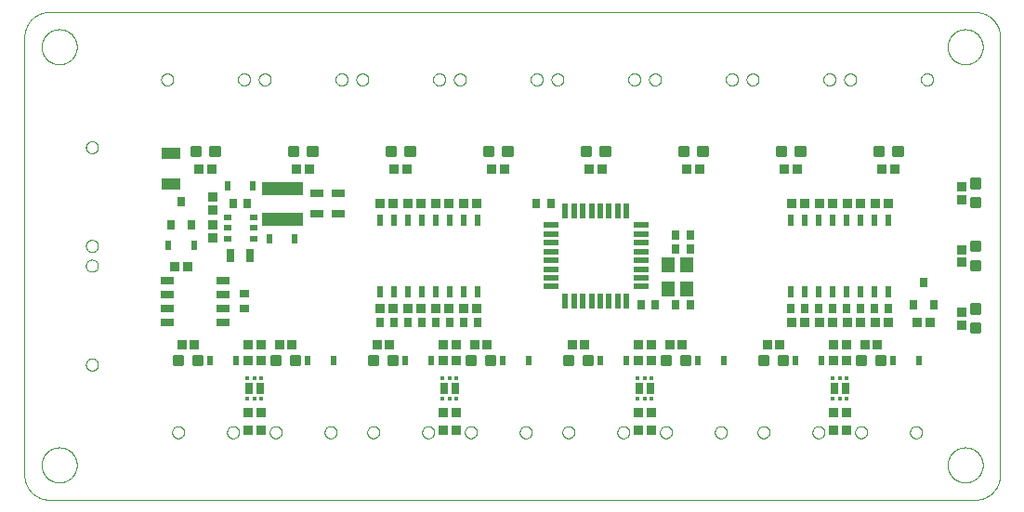
<source format=gtp>
G75*
%MOIN*%
%OFA0B0*%
%FSLAX25Y25*%
%IPPOS*%
%LPD*%
%AMOC8*
5,1,8,0,0,1.08239X$1,22.5*
%
%ADD10C,0.00000*%
%ADD11R,0.03543X0.03346*%
%ADD12R,0.14567X0.04724*%
%ADD13R,0.02756X0.03543*%
%ADD14R,0.03150X0.04724*%
%ADD15R,0.04724X0.03150*%
%ADD16R,0.02480X0.03268*%
%ADD17C,0.01181*%
%ADD18R,0.03543X0.02756*%
%ADD19R,0.05000X0.02500*%
%ADD20R,0.03150X0.02480*%
%ADD21R,0.03150X0.03543*%
%ADD22R,0.03346X0.03543*%
%ADD23R,0.03150X0.03937*%
%ADD24R,0.01654X0.01654*%
%ADD25R,0.05709X0.01969*%
%ADD26R,0.01969X0.05709*%
%ADD27R,0.04724X0.05512*%
%ADD28R,0.01969X0.03937*%
%ADD29R,0.07087X0.03937*%
D10*
X0092333Y0346588D02*
X0424333Y0346588D01*
X0424550Y0346591D01*
X0424768Y0346599D01*
X0424985Y0346612D01*
X0425202Y0346630D01*
X0425418Y0346654D01*
X0425633Y0346682D01*
X0425848Y0346716D01*
X0426062Y0346756D01*
X0426275Y0346800D01*
X0426487Y0346850D01*
X0426697Y0346904D01*
X0426907Y0346964D01*
X0427114Y0347028D01*
X0427320Y0347098D01*
X0427524Y0347173D01*
X0427727Y0347252D01*
X0427927Y0347337D01*
X0428126Y0347426D01*
X0428322Y0347520D01*
X0428516Y0347619D01*
X0428707Y0347722D01*
X0428896Y0347830D01*
X0429082Y0347943D01*
X0429265Y0348060D01*
X0429446Y0348181D01*
X0429623Y0348307D01*
X0429797Y0348437D01*
X0429969Y0348571D01*
X0430137Y0348709D01*
X0430301Y0348851D01*
X0430462Y0348998D01*
X0430620Y0349148D01*
X0430773Y0349301D01*
X0430923Y0349459D01*
X0431070Y0349620D01*
X0431212Y0349784D01*
X0431350Y0349952D01*
X0431484Y0350124D01*
X0431614Y0350298D01*
X0431740Y0350475D01*
X0431861Y0350656D01*
X0431978Y0350839D01*
X0432091Y0351025D01*
X0432199Y0351214D01*
X0432302Y0351405D01*
X0432401Y0351599D01*
X0432495Y0351795D01*
X0432584Y0351994D01*
X0432669Y0352194D01*
X0432748Y0352397D01*
X0432823Y0352601D01*
X0432893Y0352807D01*
X0432957Y0353014D01*
X0433017Y0353224D01*
X0433071Y0353434D01*
X0433121Y0353646D01*
X0433165Y0353859D01*
X0433205Y0354073D01*
X0433239Y0354288D01*
X0433267Y0354503D01*
X0433291Y0354719D01*
X0433309Y0354936D01*
X0433322Y0355153D01*
X0433330Y0355371D01*
X0433333Y0355588D01*
X0433333Y0512588D01*
X0433330Y0512805D01*
X0433322Y0513023D01*
X0433309Y0513240D01*
X0433291Y0513457D01*
X0433267Y0513673D01*
X0433239Y0513888D01*
X0433205Y0514103D01*
X0433165Y0514317D01*
X0433121Y0514530D01*
X0433071Y0514742D01*
X0433017Y0514952D01*
X0432957Y0515162D01*
X0432893Y0515369D01*
X0432823Y0515575D01*
X0432748Y0515779D01*
X0432669Y0515982D01*
X0432584Y0516182D01*
X0432495Y0516381D01*
X0432401Y0516577D01*
X0432302Y0516771D01*
X0432199Y0516962D01*
X0432091Y0517151D01*
X0431978Y0517337D01*
X0431861Y0517520D01*
X0431740Y0517701D01*
X0431614Y0517878D01*
X0431484Y0518052D01*
X0431350Y0518224D01*
X0431212Y0518392D01*
X0431070Y0518556D01*
X0430923Y0518717D01*
X0430773Y0518875D01*
X0430620Y0519028D01*
X0430462Y0519178D01*
X0430301Y0519325D01*
X0430137Y0519467D01*
X0429969Y0519605D01*
X0429797Y0519739D01*
X0429623Y0519869D01*
X0429446Y0519995D01*
X0429265Y0520116D01*
X0429082Y0520233D01*
X0428896Y0520346D01*
X0428707Y0520454D01*
X0428516Y0520557D01*
X0428322Y0520656D01*
X0428126Y0520750D01*
X0427927Y0520839D01*
X0427727Y0520924D01*
X0427524Y0521003D01*
X0427320Y0521078D01*
X0427114Y0521148D01*
X0426907Y0521212D01*
X0426697Y0521272D01*
X0426487Y0521326D01*
X0426275Y0521376D01*
X0426062Y0521420D01*
X0425848Y0521460D01*
X0425633Y0521494D01*
X0425418Y0521522D01*
X0425202Y0521546D01*
X0424985Y0521564D01*
X0424768Y0521577D01*
X0424550Y0521585D01*
X0424333Y0521588D01*
X0092333Y0521588D01*
X0092116Y0521585D01*
X0091898Y0521577D01*
X0091681Y0521564D01*
X0091464Y0521546D01*
X0091248Y0521522D01*
X0091033Y0521494D01*
X0090818Y0521460D01*
X0090604Y0521420D01*
X0090391Y0521376D01*
X0090179Y0521326D01*
X0089969Y0521272D01*
X0089759Y0521212D01*
X0089552Y0521148D01*
X0089346Y0521078D01*
X0089142Y0521003D01*
X0088939Y0520924D01*
X0088739Y0520839D01*
X0088540Y0520750D01*
X0088344Y0520656D01*
X0088150Y0520557D01*
X0087959Y0520454D01*
X0087770Y0520346D01*
X0087584Y0520233D01*
X0087401Y0520116D01*
X0087220Y0519995D01*
X0087043Y0519869D01*
X0086869Y0519739D01*
X0086697Y0519605D01*
X0086529Y0519467D01*
X0086365Y0519325D01*
X0086204Y0519178D01*
X0086046Y0519028D01*
X0085893Y0518875D01*
X0085743Y0518717D01*
X0085596Y0518556D01*
X0085454Y0518392D01*
X0085316Y0518224D01*
X0085182Y0518052D01*
X0085052Y0517878D01*
X0084926Y0517701D01*
X0084805Y0517520D01*
X0084688Y0517337D01*
X0084575Y0517151D01*
X0084467Y0516962D01*
X0084364Y0516771D01*
X0084265Y0516577D01*
X0084171Y0516381D01*
X0084082Y0516182D01*
X0083997Y0515982D01*
X0083918Y0515779D01*
X0083843Y0515575D01*
X0083773Y0515369D01*
X0083709Y0515162D01*
X0083649Y0514952D01*
X0083595Y0514742D01*
X0083545Y0514530D01*
X0083501Y0514317D01*
X0083461Y0514103D01*
X0083427Y0513888D01*
X0083399Y0513673D01*
X0083375Y0513457D01*
X0083357Y0513240D01*
X0083344Y0513023D01*
X0083336Y0512805D01*
X0083333Y0512588D01*
X0083333Y0355588D01*
X0083336Y0355371D01*
X0083344Y0355153D01*
X0083357Y0354936D01*
X0083375Y0354719D01*
X0083399Y0354503D01*
X0083427Y0354288D01*
X0083461Y0354073D01*
X0083501Y0353859D01*
X0083545Y0353646D01*
X0083595Y0353434D01*
X0083649Y0353224D01*
X0083709Y0353014D01*
X0083773Y0352807D01*
X0083843Y0352601D01*
X0083918Y0352397D01*
X0083997Y0352194D01*
X0084082Y0351994D01*
X0084171Y0351795D01*
X0084265Y0351599D01*
X0084364Y0351405D01*
X0084467Y0351214D01*
X0084575Y0351025D01*
X0084688Y0350839D01*
X0084805Y0350656D01*
X0084926Y0350475D01*
X0085052Y0350298D01*
X0085182Y0350124D01*
X0085316Y0349952D01*
X0085454Y0349784D01*
X0085596Y0349620D01*
X0085743Y0349459D01*
X0085893Y0349301D01*
X0086046Y0349148D01*
X0086204Y0348998D01*
X0086365Y0348851D01*
X0086529Y0348709D01*
X0086697Y0348571D01*
X0086869Y0348437D01*
X0087043Y0348307D01*
X0087220Y0348181D01*
X0087401Y0348060D01*
X0087584Y0347943D01*
X0087770Y0347830D01*
X0087959Y0347722D01*
X0088150Y0347619D01*
X0088344Y0347520D01*
X0088540Y0347426D01*
X0088739Y0347337D01*
X0088939Y0347252D01*
X0089142Y0347173D01*
X0089346Y0347098D01*
X0089552Y0347028D01*
X0089759Y0346964D01*
X0089969Y0346904D01*
X0090179Y0346850D01*
X0090391Y0346800D01*
X0090604Y0346756D01*
X0090818Y0346716D01*
X0091033Y0346682D01*
X0091248Y0346654D01*
X0091464Y0346630D01*
X0091681Y0346612D01*
X0091898Y0346599D01*
X0092116Y0346591D01*
X0092333Y0346588D01*
X0089534Y0359088D02*
X0089536Y0359246D01*
X0089542Y0359404D01*
X0089552Y0359562D01*
X0089566Y0359720D01*
X0089584Y0359877D01*
X0089605Y0360034D01*
X0089631Y0360190D01*
X0089661Y0360346D01*
X0089694Y0360501D01*
X0089732Y0360654D01*
X0089773Y0360807D01*
X0089818Y0360959D01*
X0089867Y0361110D01*
X0089920Y0361259D01*
X0089976Y0361407D01*
X0090036Y0361553D01*
X0090100Y0361698D01*
X0090168Y0361841D01*
X0090239Y0361983D01*
X0090313Y0362123D01*
X0090391Y0362260D01*
X0090473Y0362396D01*
X0090557Y0362530D01*
X0090646Y0362661D01*
X0090737Y0362790D01*
X0090832Y0362917D01*
X0090929Y0363042D01*
X0091030Y0363164D01*
X0091134Y0363283D01*
X0091241Y0363400D01*
X0091351Y0363514D01*
X0091464Y0363625D01*
X0091579Y0363734D01*
X0091697Y0363839D01*
X0091818Y0363941D01*
X0091941Y0364041D01*
X0092067Y0364137D01*
X0092195Y0364230D01*
X0092325Y0364320D01*
X0092458Y0364406D01*
X0092593Y0364490D01*
X0092729Y0364569D01*
X0092868Y0364646D01*
X0093009Y0364718D01*
X0093151Y0364788D01*
X0093295Y0364853D01*
X0093441Y0364915D01*
X0093588Y0364973D01*
X0093737Y0365028D01*
X0093887Y0365079D01*
X0094038Y0365126D01*
X0094190Y0365169D01*
X0094343Y0365208D01*
X0094498Y0365244D01*
X0094653Y0365275D01*
X0094809Y0365303D01*
X0094965Y0365327D01*
X0095122Y0365347D01*
X0095280Y0365363D01*
X0095437Y0365375D01*
X0095596Y0365383D01*
X0095754Y0365387D01*
X0095912Y0365387D01*
X0096070Y0365383D01*
X0096229Y0365375D01*
X0096386Y0365363D01*
X0096544Y0365347D01*
X0096701Y0365327D01*
X0096857Y0365303D01*
X0097013Y0365275D01*
X0097168Y0365244D01*
X0097323Y0365208D01*
X0097476Y0365169D01*
X0097628Y0365126D01*
X0097779Y0365079D01*
X0097929Y0365028D01*
X0098078Y0364973D01*
X0098225Y0364915D01*
X0098371Y0364853D01*
X0098515Y0364788D01*
X0098657Y0364718D01*
X0098798Y0364646D01*
X0098937Y0364569D01*
X0099073Y0364490D01*
X0099208Y0364406D01*
X0099341Y0364320D01*
X0099471Y0364230D01*
X0099599Y0364137D01*
X0099725Y0364041D01*
X0099848Y0363941D01*
X0099969Y0363839D01*
X0100087Y0363734D01*
X0100202Y0363625D01*
X0100315Y0363514D01*
X0100425Y0363400D01*
X0100532Y0363283D01*
X0100636Y0363164D01*
X0100737Y0363042D01*
X0100834Y0362917D01*
X0100929Y0362790D01*
X0101020Y0362661D01*
X0101109Y0362530D01*
X0101193Y0362396D01*
X0101275Y0362260D01*
X0101353Y0362123D01*
X0101427Y0361983D01*
X0101498Y0361841D01*
X0101566Y0361698D01*
X0101630Y0361553D01*
X0101690Y0361407D01*
X0101746Y0361259D01*
X0101799Y0361110D01*
X0101848Y0360959D01*
X0101893Y0360807D01*
X0101934Y0360654D01*
X0101972Y0360501D01*
X0102005Y0360346D01*
X0102035Y0360190D01*
X0102061Y0360034D01*
X0102082Y0359877D01*
X0102100Y0359720D01*
X0102114Y0359562D01*
X0102124Y0359404D01*
X0102130Y0359246D01*
X0102132Y0359088D01*
X0102130Y0358930D01*
X0102124Y0358772D01*
X0102114Y0358614D01*
X0102100Y0358456D01*
X0102082Y0358299D01*
X0102061Y0358142D01*
X0102035Y0357986D01*
X0102005Y0357830D01*
X0101972Y0357675D01*
X0101934Y0357522D01*
X0101893Y0357369D01*
X0101848Y0357217D01*
X0101799Y0357066D01*
X0101746Y0356917D01*
X0101690Y0356769D01*
X0101630Y0356623D01*
X0101566Y0356478D01*
X0101498Y0356335D01*
X0101427Y0356193D01*
X0101353Y0356053D01*
X0101275Y0355916D01*
X0101193Y0355780D01*
X0101109Y0355646D01*
X0101020Y0355515D01*
X0100929Y0355386D01*
X0100834Y0355259D01*
X0100737Y0355134D01*
X0100636Y0355012D01*
X0100532Y0354893D01*
X0100425Y0354776D01*
X0100315Y0354662D01*
X0100202Y0354551D01*
X0100087Y0354442D01*
X0099969Y0354337D01*
X0099848Y0354235D01*
X0099725Y0354135D01*
X0099599Y0354039D01*
X0099471Y0353946D01*
X0099341Y0353856D01*
X0099208Y0353770D01*
X0099073Y0353686D01*
X0098937Y0353607D01*
X0098798Y0353530D01*
X0098657Y0353458D01*
X0098515Y0353388D01*
X0098371Y0353323D01*
X0098225Y0353261D01*
X0098078Y0353203D01*
X0097929Y0353148D01*
X0097779Y0353097D01*
X0097628Y0353050D01*
X0097476Y0353007D01*
X0097323Y0352968D01*
X0097168Y0352932D01*
X0097013Y0352901D01*
X0096857Y0352873D01*
X0096701Y0352849D01*
X0096544Y0352829D01*
X0096386Y0352813D01*
X0096229Y0352801D01*
X0096070Y0352793D01*
X0095912Y0352789D01*
X0095754Y0352789D01*
X0095596Y0352793D01*
X0095437Y0352801D01*
X0095280Y0352813D01*
X0095122Y0352829D01*
X0094965Y0352849D01*
X0094809Y0352873D01*
X0094653Y0352901D01*
X0094498Y0352932D01*
X0094343Y0352968D01*
X0094190Y0353007D01*
X0094038Y0353050D01*
X0093887Y0353097D01*
X0093737Y0353148D01*
X0093588Y0353203D01*
X0093441Y0353261D01*
X0093295Y0353323D01*
X0093151Y0353388D01*
X0093009Y0353458D01*
X0092868Y0353530D01*
X0092729Y0353607D01*
X0092593Y0353686D01*
X0092458Y0353770D01*
X0092325Y0353856D01*
X0092195Y0353946D01*
X0092067Y0354039D01*
X0091941Y0354135D01*
X0091818Y0354235D01*
X0091697Y0354337D01*
X0091579Y0354442D01*
X0091464Y0354551D01*
X0091351Y0354662D01*
X0091241Y0354776D01*
X0091134Y0354893D01*
X0091030Y0355012D01*
X0090929Y0355134D01*
X0090832Y0355259D01*
X0090737Y0355386D01*
X0090646Y0355515D01*
X0090557Y0355646D01*
X0090473Y0355780D01*
X0090391Y0355916D01*
X0090313Y0356053D01*
X0090239Y0356193D01*
X0090168Y0356335D01*
X0090100Y0356478D01*
X0090036Y0356623D01*
X0089976Y0356769D01*
X0089920Y0356917D01*
X0089867Y0357066D01*
X0089818Y0357217D01*
X0089773Y0357369D01*
X0089732Y0357522D01*
X0089694Y0357675D01*
X0089661Y0357830D01*
X0089631Y0357986D01*
X0089605Y0358142D01*
X0089584Y0358299D01*
X0089566Y0358456D01*
X0089552Y0358614D01*
X0089542Y0358772D01*
X0089536Y0358930D01*
X0089534Y0359088D01*
X0105401Y0395122D02*
X0105403Y0395215D01*
X0105409Y0395307D01*
X0105419Y0395399D01*
X0105433Y0395490D01*
X0105450Y0395581D01*
X0105472Y0395671D01*
X0105497Y0395760D01*
X0105526Y0395848D01*
X0105559Y0395934D01*
X0105596Y0396019D01*
X0105636Y0396103D01*
X0105680Y0396184D01*
X0105727Y0396264D01*
X0105777Y0396342D01*
X0105831Y0396417D01*
X0105888Y0396490D01*
X0105948Y0396560D01*
X0106011Y0396628D01*
X0106077Y0396693D01*
X0106145Y0396755D01*
X0106216Y0396815D01*
X0106290Y0396871D01*
X0106366Y0396924D01*
X0106444Y0396973D01*
X0106524Y0397020D01*
X0106606Y0397062D01*
X0106690Y0397102D01*
X0106775Y0397137D01*
X0106862Y0397169D01*
X0106950Y0397198D01*
X0107039Y0397222D01*
X0107129Y0397243D01*
X0107220Y0397259D01*
X0107312Y0397272D01*
X0107404Y0397281D01*
X0107497Y0397286D01*
X0107589Y0397287D01*
X0107682Y0397284D01*
X0107774Y0397277D01*
X0107866Y0397266D01*
X0107957Y0397251D01*
X0108048Y0397233D01*
X0108138Y0397210D01*
X0108226Y0397184D01*
X0108314Y0397154D01*
X0108400Y0397120D01*
X0108484Y0397083D01*
X0108567Y0397041D01*
X0108648Y0396997D01*
X0108728Y0396949D01*
X0108805Y0396898D01*
X0108879Y0396843D01*
X0108952Y0396785D01*
X0109022Y0396725D01*
X0109089Y0396661D01*
X0109153Y0396595D01*
X0109215Y0396525D01*
X0109273Y0396454D01*
X0109328Y0396380D01*
X0109380Y0396303D01*
X0109429Y0396224D01*
X0109475Y0396144D01*
X0109517Y0396061D01*
X0109555Y0395977D01*
X0109590Y0395891D01*
X0109621Y0395804D01*
X0109648Y0395716D01*
X0109671Y0395626D01*
X0109691Y0395536D01*
X0109707Y0395445D01*
X0109719Y0395353D01*
X0109727Y0395261D01*
X0109731Y0395168D01*
X0109731Y0395076D01*
X0109727Y0394983D01*
X0109719Y0394891D01*
X0109707Y0394799D01*
X0109691Y0394708D01*
X0109671Y0394618D01*
X0109648Y0394528D01*
X0109621Y0394440D01*
X0109590Y0394353D01*
X0109555Y0394267D01*
X0109517Y0394183D01*
X0109475Y0394100D01*
X0109429Y0394020D01*
X0109380Y0393941D01*
X0109328Y0393864D01*
X0109273Y0393790D01*
X0109215Y0393719D01*
X0109153Y0393649D01*
X0109089Y0393583D01*
X0109022Y0393519D01*
X0108952Y0393459D01*
X0108879Y0393401D01*
X0108805Y0393346D01*
X0108728Y0393295D01*
X0108649Y0393247D01*
X0108567Y0393203D01*
X0108484Y0393161D01*
X0108400Y0393124D01*
X0108314Y0393090D01*
X0108226Y0393060D01*
X0108138Y0393034D01*
X0108048Y0393011D01*
X0107957Y0392993D01*
X0107866Y0392978D01*
X0107774Y0392967D01*
X0107682Y0392960D01*
X0107589Y0392957D01*
X0107497Y0392958D01*
X0107404Y0392963D01*
X0107312Y0392972D01*
X0107220Y0392985D01*
X0107129Y0393001D01*
X0107039Y0393022D01*
X0106950Y0393046D01*
X0106862Y0393075D01*
X0106775Y0393107D01*
X0106690Y0393142D01*
X0106606Y0393182D01*
X0106524Y0393224D01*
X0106444Y0393271D01*
X0106366Y0393320D01*
X0106290Y0393373D01*
X0106216Y0393429D01*
X0106145Y0393489D01*
X0106077Y0393551D01*
X0106011Y0393616D01*
X0105948Y0393684D01*
X0105888Y0393754D01*
X0105831Y0393827D01*
X0105777Y0393902D01*
X0105727Y0393980D01*
X0105680Y0394060D01*
X0105636Y0394141D01*
X0105596Y0394225D01*
X0105559Y0394310D01*
X0105526Y0394396D01*
X0105497Y0394484D01*
X0105472Y0394573D01*
X0105450Y0394663D01*
X0105433Y0394754D01*
X0105419Y0394845D01*
X0105409Y0394937D01*
X0105403Y0395029D01*
X0105401Y0395122D01*
X0105401Y0430555D02*
X0105403Y0430648D01*
X0105409Y0430740D01*
X0105419Y0430832D01*
X0105433Y0430923D01*
X0105450Y0431014D01*
X0105472Y0431104D01*
X0105497Y0431193D01*
X0105526Y0431281D01*
X0105559Y0431367D01*
X0105596Y0431452D01*
X0105636Y0431536D01*
X0105680Y0431617D01*
X0105727Y0431697D01*
X0105777Y0431775D01*
X0105831Y0431850D01*
X0105888Y0431923D01*
X0105948Y0431993D01*
X0106011Y0432061D01*
X0106077Y0432126D01*
X0106145Y0432188D01*
X0106216Y0432248D01*
X0106290Y0432304D01*
X0106366Y0432357D01*
X0106444Y0432406D01*
X0106524Y0432453D01*
X0106606Y0432495D01*
X0106690Y0432535D01*
X0106775Y0432570D01*
X0106862Y0432602D01*
X0106950Y0432631D01*
X0107039Y0432655D01*
X0107129Y0432676D01*
X0107220Y0432692D01*
X0107312Y0432705D01*
X0107404Y0432714D01*
X0107497Y0432719D01*
X0107589Y0432720D01*
X0107682Y0432717D01*
X0107774Y0432710D01*
X0107866Y0432699D01*
X0107957Y0432684D01*
X0108048Y0432666D01*
X0108138Y0432643D01*
X0108226Y0432617D01*
X0108314Y0432587D01*
X0108400Y0432553D01*
X0108484Y0432516D01*
X0108567Y0432474D01*
X0108648Y0432430D01*
X0108728Y0432382D01*
X0108805Y0432331D01*
X0108879Y0432276D01*
X0108952Y0432218D01*
X0109022Y0432158D01*
X0109089Y0432094D01*
X0109153Y0432028D01*
X0109215Y0431958D01*
X0109273Y0431887D01*
X0109328Y0431813D01*
X0109380Y0431736D01*
X0109429Y0431657D01*
X0109475Y0431577D01*
X0109517Y0431494D01*
X0109555Y0431410D01*
X0109590Y0431324D01*
X0109621Y0431237D01*
X0109648Y0431149D01*
X0109671Y0431059D01*
X0109691Y0430969D01*
X0109707Y0430878D01*
X0109719Y0430786D01*
X0109727Y0430694D01*
X0109731Y0430601D01*
X0109731Y0430509D01*
X0109727Y0430416D01*
X0109719Y0430324D01*
X0109707Y0430232D01*
X0109691Y0430141D01*
X0109671Y0430051D01*
X0109648Y0429961D01*
X0109621Y0429873D01*
X0109590Y0429786D01*
X0109555Y0429700D01*
X0109517Y0429616D01*
X0109475Y0429533D01*
X0109429Y0429453D01*
X0109380Y0429374D01*
X0109328Y0429297D01*
X0109273Y0429223D01*
X0109215Y0429152D01*
X0109153Y0429082D01*
X0109089Y0429016D01*
X0109022Y0428952D01*
X0108952Y0428892D01*
X0108879Y0428834D01*
X0108805Y0428779D01*
X0108728Y0428728D01*
X0108649Y0428680D01*
X0108567Y0428636D01*
X0108484Y0428594D01*
X0108400Y0428557D01*
X0108314Y0428523D01*
X0108226Y0428493D01*
X0108138Y0428467D01*
X0108048Y0428444D01*
X0107957Y0428426D01*
X0107866Y0428411D01*
X0107774Y0428400D01*
X0107682Y0428393D01*
X0107589Y0428390D01*
X0107497Y0428391D01*
X0107404Y0428396D01*
X0107312Y0428405D01*
X0107220Y0428418D01*
X0107129Y0428434D01*
X0107039Y0428455D01*
X0106950Y0428479D01*
X0106862Y0428508D01*
X0106775Y0428540D01*
X0106690Y0428575D01*
X0106606Y0428615D01*
X0106524Y0428657D01*
X0106444Y0428704D01*
X0106366Y0428753D01*
X0106290Y0428806D01*
X0106216Y0428862D01*
X0106145Y0428922D01*
X0106077Y0428984D01*
X0106011Y0429049D01*
X0105948Y0429117D01*
X0105888Y0429187D01*
X0105831Y0429260D01*
X0105777Y0429335D01*
X0105727Y0429413D01*
X0105680Y0429493D01*
X0105636Y0429574D01*
X0105596Y0429658D01*
X0105559Y0429743D01*
X0105526Y0429829D01*
X0105497Y0429917D01*
X0105472Y0430006D01*
X0105450Y0430096D01*
X0105433Y0430187D01*
X0105419Y0430278D01*
X0105409Y0430370D01*
X0105403Y0430462D01*
X0105401Y0430555D01*
X0105401Y0437622D02*
X0105403Y0437715D01*
X0105409Y0437807D01*
X0105419Y0437899D01*
X0105433Y0437990D01*
X0105450Y0438081D01*
X0105472Y0438171D01*
X0105497Y0438260D01*
X0105526Y0438348D01*
X0105559Y0438434D01*
X0105596Y0438519D01*
X0105636Y0438603D01*
X0105680Y0438684D01*
X0105727Y0438764D01*
X0105777Y0438842D01*
X0105831Y0438917D01*
X0105888Y0438990D01*
X0105948Y0439060D01*
X0106011Y0439128D01*
X0106077Y0439193D01*
X0106145Y0439255D01*
X0106216Y0439315D01*
X0106290Y0439371D01*
X0106366Y0439424D01*
X0106444Y0439473D01*
X0106524Y0439520D01*
X0106606Y0439562D01*
X0106690Y0439602D01*
X0106775Y0439637D01*
X0106862Y0439669D01*
X0106950Y0439698D01*
X0107039Y0439722D01*
X0107129Y0439743D01*
X0107220Y0439759D01*
X0107312Y0439772D01*
X0107404Y0439781D01*
X0107497Y0439786D01*
X0107589Y0439787D01*
X0107682Y0439784D01*
X0107774Y0439777D01*
X0107866Y0439766D01*
X0107957Y0439751D01*
X0108048Y0439733D01*
X0108138Y0439710D01*
X0108226Y0439684D01*
X0108314Y0439654D01*
X0108400Y0439620D01*
X0108484Y0439583D01*
X0108567Y0439541D01*
X0108648Y0439497D01*
X0108728Y0439449D01*
X0108805Y0439398D01*
X0108879Y0439343D01*
X0108952Y0439285D01*
X0109022Y0439225D01*
X0109089Y0439161D01*
X0109153Y0439095D01*
X0109215Y0439025D01*
X0109273Y0438954D01*
X0109328Y0438880D01*
X0109380Y0438803D01*
X0109429Y0438724D01*
X0109475Y0438644D01*
X0109517Y0438561D01*
X0109555Y0438477D01*
X0109590Y0438391D01*
X0109621Y0438304D01*
X0109648Y0438216D01*
X0109671Y0438126D01*
X0109691Y0438036D01*
X0109707Y0437945D01*
X0109719Y0437853D01*
X0109727Y0437761D01*
X0109731Y0437668D01*
X0109731Y0437576D01*
X0109727Y0437483D01*
X0109719Y0437391D01*
X0109707Y0437299D01*
X0109691Y0437208D01*
X0109671Y0437118D01*
X0109648Y0437028D01*
X0109621Y0436940D01*
X0109590Y0436853D01*
X0109555Y0436767D01*
X0109517Y0436683D01*
X0109475Y0436600D01*
X0109429Y0436520D01*
X0109380Y0436441D01*
X0109328Y0436364D01*
X0109273Y0436290D01*
X0109215Y0436219D01*
X0109153Y0436149D01*
X0109089Y0436083D01*
X0109022Y0436019D01*
X0108952Y0435959D01*
X0108879Y0435901D01*
X0108805Y0435846D01*
X0108728Y0435795D01*
X0108649Y0435747D01*
X0108567Y0435703D01*
X0108484Y0435661D01*
X0108400Y0435624D01*
X0108314Y0435590D01*
X0108226Y0435560D01*
X0108138Y0435534D01*
X0108048Y0435511D01*
X0107957Y0435493D01*
X0107866Y0435478D01*
X0107774Y0435467D01*
X0107682Y0435460D01*
X0107589Y0435457D01*
X0107497Y0435458D01*
X0107404Y0435463D01*
X0107312Y0435472D01*
X0107220Y0435485D01*
X0107129Y0435501D01*
X0107039Y0435522D01*
X0106950Y0435546D01*
X0106862Y0435575D01*
X0106775Y0435607D01*
X0106690Y0435642D01*
X0106606Y0435682D01*
X0106524Y0435724D01*
X0106444Y0435771D01*
X0106366Y0435820D01*
X0106290Y0435873D01*
X0106216Y0435929D01*
X0106145Y0435989D01*
X0106077Y0436051D01*
X0106011Y0436116D01*
X0105948Y0436184D01*
X0105888Y0436254D01*
X0105831Y0436327D01*
X0105777Y0436402D01*
X0105727Y0436480D01*
X0105680Y0436560D01*
X0105636Y0436641D01*
X0105596Y0436725D01*
X0105559Y0436810D01*
X0105526Y0436896D01*
X0105497Y0436984D01*
X0105472Y0437073D01*
X0105450Y0437163D01*
X0105433Y0437254D01*
X0105419Y0437345D01*
X0105409Y0437437D01*
X0105403Y0437529D01*
X0105401Y0437622D01*
X0105401Y0473055D02*
X0105403Y0473148D01*
X0105409Y0473240D01*
X0105419Y0473332D01*
X0105433Y0473423D01*
X0105450Y0473514D01*
X0105472Y0473604D01*
X0105497Y0473693D01*
X0105526Y0473781D01*
X0105559Y0473867D01*
X0105596Y0473952D01*
X0105636Y0474036D01*
X0105680Y0474117D01*
X0105727Y0474197D01*
X0105777Y0474275D01*
X0105831Y0474350D01*
X0105888Y0474423D01*
X0105948Y0474493D01*
X0106011Y0474561D01*
X0106077Y0474626D01*
X0106145Y0474688D01*
X0106216Y0474748D01*
X0106290Y0474804D01*
X0106366Y0474857D01*
X0106444Y0474906D01*
X0106524Y0474953D01*
X0106606Y0474995D01*
X0106690Y0475035D01*
X0106775Y0475070D01*
X0106862Y0475102D01*
X0106950Y0475131D01*
X0107039Y0475155D01*
X0107129Y0475176D01*
X0107220Y0475192D01*
X0107312Y0475205D01*
X0107404Y0475214D01*
X0107497Y0475219D01*
X0107589Y0475220D01*
X0107682Y0475217D01*
X0107774Y0475210D01*
X0107866Y0475199D01*
X0107957Y0475184D01*
X0108048Y0475166D01*
X0108138Y0475143D01*
X0108226Y0475117D01*
X0108314Y0475087D01*
X0108400Y0475053D01*
X0108484Y0475016D01*
X0108567Y0474974D01*
X0108648Y0474930D01*
X0108728Y0474882D01*
X0108805Y0474831D01*
X0108879Y0474776D01*
X0108952Y0474718D01*
X0109022Y0474658D01*
X0109089Y0474594D01*
X0109153Y0474528D01*
X0109215Y0474458D01*
X0109273Y0474387D01*
X0109328Y0474313D01*
X0109380Y0474236D01*
X0109429Y0474157D01*
X0109475Y0474077D01*
X0109517Y0473994D01*
X0109555Y0473910D01*
X0109590Y0473824D01*
X0109621Y0473737D01*
X0109648Y0473649D01*
X0109671Y0473559D01*
X0109691Y0473469D01*
X0109707Y0473378D01*
X0109719Y0473286D01*
X0109727Y0473194D01*
X0109731Y0473101D01*
X0109731Y0473009D01*
X0109727Y0472916D01*
X0109719Y0472824D01*
X0109707Y0472732D01*
X0109691Y0472641D01*
X0109671Y0472551D01*
X0109648Y0472461D01*
X0109621Y0472373D01*
X0109590Y0472286D01*
X0109555Y0472200D01*
X0109517Y0472116D01*
X0109475Y0472033D01*
X0109429Y0471953D01*
X0109380Y0471874D01*
X0109328Y0471797D01*
X0109273Y0471723D01*
X0109215Y0471652D01*
X0109153Y0471582D01*
X0109089Y0471516D01*
X0109022Y0471452D01*
X0108952Y0471392D01*
X0108879Y0471334D01*
X0108805Y0471279D01*
X0108728Y0471228D01*
X0108649Y0471180D01*
X0108567Y0471136D01*
X0108484Y0471094D01*
X0108400Y0471057D01*
X0108314Y0471023D01*
X0108226Y0470993D01*
X0108138Y0470967D01*
X0108048Y0470944D01*
X0107957Y0470926D01*
X0107866Y0470911D01*
X0107774Y0470900D01*
X0107682Y0470893D01*
X0107589Y0470890D01*
X0107497Y0470891D01*
X0107404Y0470896D01*
X0107312Y0470905D01*
X0107220Y0470918D01*
X0107129Y0470934D01*
X0107039Y0470955D01*
X0106950Y0470979D01*
X0106862Y0471008D01*
X0106775Y0471040D01*
X0106690Y0471075D01*
X0106606Y0471115D01*
X0106524Y0471157D01*
X0106444Y0471204D01*
X0106366Y0471253D01*
X0106290Y0471306D01*
X0106216Y0471362D01*
X0106145Y0471422D01*
X0106077Y0471484D01*
X0106011Y0471549D01*
X0105948Y0471617D01*
X0105888Y0471687D01*
X0105831Y0471760D01*
X0105777Y0471835D01*
X0105727Y0471913D01*
X0105680Y0471993D01*
X0105636Y0472074D01*
X0105596Y0472158D01*
X0105559Y0472243D01*
X0105526Y0472329D01*
X0105497Y0472417D01*
X0105472Y0472506D01*
X0105450Y0472596D01*
X0105433Y0472687D01*
X0105419Y0472778D01*
X0105409Y0472870D01*
X0105403Y0472962D01*
X0105401Y0473055D01*
X0132389Y0497356D02*
X0132391Y0497449D01*
X0132397Y0497541D01*
X0132407Y0497633D01*
X0132421Y0497724D01*
X0132438Y0497815D01*
X0132460Y0497905D01*
X0132485Y0497994D01*
X0132514Y0498082D01*
X0132547Y0498168D01*
X0132584Y0498253D01*
X0132624Y0498337D01*
X0132668Y0498418D01*
X0132715Y0498498D01*
X0132765Y0498576D01*
X0132819Y0498651D01*
X0132876Y0498724D01*
X0132936Y0498794D01*
X0132999Y0498862D01*
X0133065Y0498927D01*
X0133133Y0498989D01*
X0133204Y0499049D01*
X0133278Y0499105D01*
X0133354Y0499158D01*
X0133432Y0499207D01*
X0133512Y0499254D01*
X0133594Y0499296D01*
X0133678Y0499336D01*
X0133763Y0499371D01*
X0133850Y0499403D01*
X0133938Y0499432D01*
X0134027Y0499456D01*
X0134117Y0499477D01*
X0134208Y0499493D01*
X0134300Y0499506D01*
X0134392Y0499515D01*
X0134485Y0499520D01*
X0134577Y0499521D01*
X0134670Y0499518D01*
X0134762Y0499511D01*
X0134854Y0499500D01*
X0134945Y0499485D01*
X0135036Y0499467D01*
X0135126Y0499444D01*
X0135214Y0499418D01*
X0135302Y0499388D01*
X0135388Y0499354D01*
X0135472Y0499317D01*
X0135555Y0499275D01*
X0135636Y0499231D01*
X0135716Y0499183D01*
X0135793Y0499132D01*
X0135867Y0499077D01*
X0135940Y0499019D01*
X0136010Y0498959D01*
X0136077Y0498895D01*
X0136141Y0498829D01*
X0136203Y0498759D01*
X0136261Y0498688D01*
X0136316Y0498614D01*
X0136368Y0498537D01*
X0136417Y0498458D01*
X0136463Y0498378D01*
X0136505Y0498295D01*
X0136543Y0498211D01*
X0136578Y0498125D01*
X0136609Y0498038D01*
X0136636Y0497950D01*
X0136659Y0497860D01*
X0136679Y0497770D01*
X0136695Y0497679D01*
X0136707Y0497587D01*
X0136715Y0497495D01*
X0136719Y0497402D01*
X0136719Y0497310D01*
X0136715Y0497217D01*
X0136707Y0497125D01*
X0136695Y0497033D01*
X0136679Y0496942D01*
X0136659Y0496852D01*
X0136636Y0496762D01*
X0136609Y0496674D01*
X0136578Y0496587D01*
X0136543Y0496501D01*
X0136505Y0496417D01*
X0136463Y0496334D01*
X0136417Y0496254D01*
X0136368Y0496175D01*
X0136316Y0496098D01*
X0136261Y0496024D01*
X0136203Y0495953D01*
X0136141Y0495883D01*
X0136077Y0495817D01*
X0136010Y0495753D01*
X0135940Y0495693D01*
X0135867Y0495635D01*
X0135793Y0495580D01*
X0135716Y0495529D01*
X0135637Y0495481D01*
X0135555Y0495437D01*
X0135472Y0495395D01*
X0135388Y0495358D01*
X0135302Y0495324D01*
X0135214Y0495294D01*
X0135126Y0495268D01*
X0135036Y0495245D01*
X0134945Y0495227D01*
X0134854Y0495212D01*
X0134762Y0495201D01*
X0134670Y0495194D01*
X0134577Y0495191D01*
X0134485Y0495192D01*
X0134392Y0495197D01*
X0134300Y0495206D01*
X0134208Y0495219D01*
X0134117Y0495235D01*
X0134027Y0495256D01*
X0133938Y0495280D01*
X0133850Y0495309D01*
X0133763Y0495341D01*
X0133678Y0495376D01*
X0133594Y0495416D01*
X0133512Y0495458D01*
X0133432Y0495505D01*
X0133354Y0495554D01*
X0133278Y0495607D01*
X0133204Y0495663D01*
X0133133Y0495723D01*
X0133065Y0495785D01*
X0132999Y0495850D01*
X0132936Y0495918D01*
X0132876Y0495988D01*
X0132819Y0496061D01*
X0132765Y0496136D01*
X0132715Y0496214D01*
X0132668Y0496294D01*
X0132624Y0496375D01*
X0132584Y0496459D01*
X0132547Y0496544D01*
X0132514Y0496630D01*
X0132485Y0496718D01*
X0132460Y0496807D01*
X0132438Y0496897D01*
X0132421Y0496988D01*
X0132407Y0497079D01*
X0132397Y0497171D01*
X0132391Y0497263D01*
X0132389Y0497356D01*
X0159948Y0497356D02*
X0159950Y0497449D01*
X0159956Y0497541D01*
X0159966Y0497633D01*
X0159980Y0497724D01*
X0159997Y0497815D01*
X0160019Y0497905D01*
X0160044Y0497994D01*
X0160073Y0498082D01*
X0160106Y0498168D01*
X0160143Y0498253D01*
X0160183Y0498337D01*
X0160227Y0498418D01*
X0160274Y0498498D01*
X0160324Y0498576D01*
X0160378Y0498651D01*
X0160435Y0498724D01*
X0160495Y0498794D01*
X0160558Y0498862D01*
X0160624Y0498927D01*
X0160692Y0498989D01*
X0160763Y0499049D01*
X0160837Y0499105D01*
X0160913Y0499158D01*
X0160991Y0499207D01*
X0161071Y0499254D01*
X0161153Y0499296D01*
X0161237Y0499336D01*
X0161322Y0499371D01*
X0161409Y0499403D01*
X0161497Y0499432D01*
X0161586Y0499456D01*
X0161676Y0499477D01*
X0161767Y0499493D01*
X0161859Y0499506D01*
X0161951Y0499515D01*
X0162044Y0499520D01*
X0162136Y0499521D01*
X0162229Y0499518D01*
X0162321Y0499511D01*
X0162413Y0499500D01*
X0162504Y0499485D01*
X0162595Y0499467D01*
X0162685Y0499444D01*
X0162773Y0499418D01*
X0162861Y0499388D01*
X0162947Y0499354D01*
X0163031Y0499317D01*
X0163114Y0499275D01*
X0163195Y0499231D01*
X0163275Y0499183D01*
X0163352Y0499132D01*
X0163426Y0499077D01*
X0163499Y0499019D01*
X0163569Y0498959D01*
X0163636Y0498895D01*
X0163700Y0498829D01*
X0163762Y0498759D01*
X0163820Y0498688D01*
X0163875Y0498614D01*
X0163927Y0498537D01*
X0163976Y0498458D01*
X0164022Y0498378D01*
X0164064Y0498295D01*
X0164102Y0498211D01*
X0164137Y0498125D01*
X0164168Y0498038D01*
X0164195Y0497950D01*
X0164218Y0497860D01*
X0164238Y0497770D01*
X0164254Y0497679D01*
X0164266Y0497587D01*
X0164274Y0497495D01*
X0164278Y0497402D01*
X0164278Y0497310D01*
X0164274Y0497217D01*
X0164266Y0497125D01*
X0164254Y0497033D01*
X0164238Y0496942D01*
X0164218Y0496852D01*
X0164195Y0496762D01*
X0164168Y0496674D01*
X0164137Y0496587D01*
X0164102Y0496501D01*
X0164064Y0496417D01*
X0164022Y0496334D01*
X0163976Y0496254D01*
X0163927Y0496175D01*
X0163875Y0496098D01*
X0163820Y0496024D01*
X0163762Y0495953D01*
X0163700Y0495883D01*
X0163636Y0495817D01*
X0163569Y0495753D01*
X0163499Y0495693D01*
X0163426Y0495635D01*
X0163352Y0495580D01*
X0163275Y0495529D01*
X0163196Y0495481D01*
X0163114Y0495437D01*
X0163031Y0495395D01*
X0162947Y0495358D01*
X0162861Y0495324D01*
X0162773Y0495294D01*
X0162685Y0495268D01*
X0162595Y0495245D01*
X0162504Y0495227D01*
X0162413Y0495212D01*
X0162321Y0495201D01*
X0162229Y0495194D01*
X0162136Y0495191D01*
X0162044Y0495192D01*
X0161951Y0495197D01*
X0161859Y0495206D01*
X0161767Y0495219D01*
X0161676Y0495235D01*
X0161586Y0495256D01*
X0161497Y0495280D01*
X0161409Y0495309D01*
X0161322Y0495341D01*
X0161237Y0495376D01*
X0161153Y0495416D01*
X0161071Y0495458D01*
X0160991Y0495505D01*
X0160913Y0495554D01*
X0160837Y0495607D01*
X0160763Y0495663D01*
X0160692Y0495723D01*
X0160624Y0495785D01*
X0160558Y0495850D01*
X0160495Y0495918D01*
X0160435Y0495988D01*
X0160378Y0496061D01*
X0160324Y0496136D01*
X0160274Y0496214D01*
X0160227Y0496294D01*
X0160183Y0496375D01*
X0160143Y0496459D01*
X0160106Y0496544D01*
X0160073Y0496630D01*
X0160044Y0496718D01*
X0160019Y0496807D01*
X0159997Y0496897D01*
X0159980Y0496988D01*
X0159966Y0497079D01*
X0159956Y0497171D01*
X0159950Y0497263D01*
X0159948Y0497356D01*
X0167389Y0497356D02*
X0167391Y0497449D01*
X0167397Y0497541D01*
X0167407Y0497633D01*
X0167421Y0497724D01*
X0167438Y0497815D01*
X0167460Y0497905D01*
X0167485Y0497994D01*
X0167514Y0498082D01*
X0167547Y0498168D01*
X0167584Y0498253D01*
X0167624Y0498337D01*
X0167668Y0498418D01*
X0167715Y0498498D01*
X0167765Y0498576D01*
X0167819Y0498651D01*
X0167876Y0498724D01*
X0167936Y0498794D01*
X0167999Y0498862D01*
X0168065Y0498927D01*
X0168133Y0498989D01*
X0168204Y0499049D01*
X0168278Y0499105D01*
X0168354Y0499158D01*
X0168432Y0499207D01*
X0168512Y0499254D01*
X0168594Y0499296D01*
X0168678Y0499336D01*
X0168763Y0499371D01*
X0168850Y0499403D01*
X0168938Y0499432D01*
X0169027Y0499456D01*
X0169117Y0499477D01*
X0169208Y0499493D01*
X0169300Y0499506D01*
X0169392Y0499515D01*
X0169485Y0499520D01*
X0169577Y0499521D01*
X0169670Y0499518D01*
X0169762Y0499511D01*
X0169854Y0499500D01*
X0169945Y0499485D01*
X0170036Y0499467D01*
X0170126Y0499444D01*
X0170214Y0499418D01*
X0170302Y0499388D01*
X0170388Y0499354D01*
X0170472Y0499317D01*
X0170555Y0499275D01*
X0170636Y0499231D01*
X0170716Y0499183D01*
X0170793Y0499132D01*
X0170867Y0499077D01*
X0170940Y0499019D01*
X0171010Y0498959D01*
X0171077Y0498895D01*
X0171141Y0498829D01*
X0171203Y0498759D01*
X0171261Y0498688D01*
X0171316Y0498614D01*
X0171368Y0498537D01*
X0171417Y0498458D01*
X0171463Y0498378D01*
X0171505Y0498295D01*
X0171543Y0498211D01*
X0171578Y0498125D01*
X0171609Y0498038D01*
X0171636Y0497950D01*
X0171659Y0497860D01*
X0171679Y0497770D01*
X0171695Y0497679D01*
X0171707Y0497587D01*
X0171715Y0497495D01*
X0171719Y0497402D01*
X0171719Y0497310D01*
X0171715Y0497217D01*
X0171707Y0497125D01*
X0171695Y0497033D01*
X0171679Y0496942D01*
X0171659Y0496852D01*
X0171636Y0496762D01*
X0171609Y0496674D01*
X0171578Y0496587D01*
X0171543Y0496501D01*
X0171505Y0496417D01*
X0171463Y0496334D01*
X0171417Y0496254D01*
X0171368Y0496175D01*
X0171316Y0496098D01*
X0171261Y0496024D01*
X0171203Y0495953D01*
X0171141Y0495883D01*
X0171077Y0495817D01*
X0171010Y0495753D01*
X0170940Y0495693D01*
X0170867Y0495635D01*
X0170793Y0495580D01*
X0170716Y0495529D01*
X0170637Y0495481D01*
X0170555Y0495437D01*
X0170472Y0495395D01*
X0170388Y0495358D01*
X0170302Y0495324D01*
X0170214Y0495294D01*
X0170126Y0495268D01*
X0170036Y0495245D01*
X0169945Y0495227D01*
X0169854Y0495212D01*
X0169762Y0495201D01*
X0169670Y0495194D01*
X0169577Y0495191D01*
X0169485Y0495192D01*
X0169392Y0495197D01*
X0169300Y0495206D01*
X0169208Y0495219D01*
X0169117Y0495235D01*
X0169027Y0495256D01*
X0168938Y0495280D01*
X0168850Y0495309D01*
X0168763Y0495341D01*
X0168678Y0495376D01*
X0168594Y0495416D01*
X0168512Y0495458D01*
X0168432Y0495505D01*
X0168354Y0495554D01*
X0168278Y0495607D01*
X0168204Y0495663D01*
X0168133Y0495723D01*
X0168065Y0495785D01*
X0167999Y0495850D01*
X0167936Y0495918D01*
X0167876Y0495988D01*
X0167819Y0496061D01*
X0167765Y0496136D01*
X0167715Y0496214D01*
X0167668Y0496294D01*
X0167624Y0496375D01*
X0167584Y0496459D01*
X0167547Y0496544D01*
X0167514Y0496630D01*
X0167485Y0496718D01*
X0167460Y0496807D01*
X0167438Y0496897D01*
X0167421Y0496988D01*
X0167407Y0497079D01*
X0167397Y0497171D01*
X0167391Y0497263D01*
X0167389Y0497356D01*
X0194948Y0497356D02*
X0194950Y0497449D01*
X0194956Y0497541D01*
X0194966Y0497633D01*
X0194980Y0497724D01*
X0194997Y0497815D01*
X0195019Y0497905D01*
X0195044Y0497994D01*
X0195073Y0498082D01*
X0195106Y0498168D01*
X0195143Y0498253D01*
X0195183Y0498337D01*
X0195227Y0498418D01*
X0195274Y0498498D01*
X0195324Y0498576D01*
X0195378Y0498651D01*
X0195435Y0498724D01*
X0195495Y0498794D01*
X0195558Y0498862D01*
X0195624Y0498927D01*
X0195692Y0498989D01*
X0195763Y0499049D01*
X0195837Y0499105D01*
X0195913Y0499158D01*
X0195991Y0499207D01*
X0196071Y0499254D01*
X0196153Y0499296D01*
X0196237Y0499336D01*
X0196322Y0499371D01*
X0196409Y0499403D01*
X0196497Y0499432D01*
X0196586Y0499456D01*
X0196676Y0499477D01*
X0196767Y0499493D01*
X0196859Y0499506D01*
X0196951Y0499515D01*
X0197044Y0499520D01*
X0197136Y0499521D01*
X0197229Y0499518D01*
X0197321Y0499511D01*
X0197413Y0499500D01*
X0197504Y0499485D01*
X0197595Y0499467D01*
X0197685Y0499444D01*
X0197773Y0499418D01*
X0197861Y0499388D01*
X0197947Y0499354D01*
X0198031Y0499317D01*
X0198114Y0499275D01*
X0198195Y0499231D01*
X0198275Y0499183D01*
X0198352Y0499132D01*
X0198426Y0499077D01*
X0198499Y0499019D01*
X0198569Y0498959D01*
X0198636Y0498895D01*
X0198700Y0498829D01*
X0198762Y0498759D01*
X0198820Y0498688D01*
X0198875Y0498614D01*
X0198927Y0498537D01*
X0198976Y0498458D01*
X0199022Y0498378D01*
X0199064Y0498295D01*
X0199102Y0498211D01*
X0199137Y0498125D01*
X0199168Y0498038D01*
X0199195Y0497950D01*
X0199218Y0497860D01*
X0199238Y0497770D01*
X0199254Y0497679D01*
X0199266Y0497587D01*
X0199274Y0497495D01*
X0199278Y0497402D01*
X0199278Y0497310D01*
X0199274Y0497217D01*
X0199266Y0497125D01*
X0199254Y0497033D01*
X0199238Y0496942D01*
X0199218Y0496852D01*
X0199195Y0496762D01*
X0199168Y0496674D01*
X0199137Y0496587D01*
X0199102Y0496501D01*
X0199064Y0496417D01*
X0199022Y0496334D01*
X0198976Y0496254D01*
X0198927Y0496175D01*
X0198875Y0496098D01*
X0198820Y0496024D01*
X0198762Y0495953D01*
X0198700Y0495883D01*
X0198636Y0495817D01*
X0198569Y0495753D01*
X0198499Y0495693D01*
X0198426Y0495635D01*
X0198352Y0495580D01*
X0198275Y0495529D01*
X0198196Y0495481D01*
X0198114Y0495437D01*
X0198031Y0495395D01*
X0197947Y0495358D01*
X0197861Y0495324D01*
X0197773Y0495294D01*
X0197685Y0495268D01*
X0197595Y0495245D01*
X0197504Y0495227D01*
X0197413Y0495212D01*
X0197321Y0495201D01*
X0197229Y0495194D01*
X0197136Y0495191D01*
X0197044Y0495192D01*
X0196951Y0495197D01*
X0196859Y0495206D01*
X0196767Y0495219D01*
X0196676Y0495235D01*
X0196586Y0495256D01*
X0196497Y0495280D01*
X0196409Y0495309D01*
X0196322Y0495341D01*
X0196237Y0495376D01*
X0196153Y0495416D01*
X0196071Y0495458D01*
X0195991Y0495505D01*
X0195913Y0495554D01*
X0195837Y0495607D01*
X0195763Y0495663D01*
X0195692Y0495723D01*
X0195624Y0495785D01*
X0195558Y0495850D01*
X0195495Y0495918D01*
X0195435Y0495988D01*
X0195378Y0496061D01*
X0195324Y0496136D01*
X0195274Y0496214D01*
X0195227Y0496294D01*
X0195183Y0496375D01*
X0195143Y0496459D01*
X0195106Y0496544D01*
X0195073Y0496630D01*
X0195044Y0496718D01*
X0195019Y0496807D01*
X0194997Y0496897D01*
X0194980Y0496988D01*
X0194966Y0497079D01*
X0194956Y0497171D01*
X0194950Y0497263D01*
X0194948Y0497356D01*
X0202389Y0497356D02*
X0202391Y0497449D01*
X0202397Y0497541D01*
X0202407Y0497633D01*
X0202421Y0497724D01*
X0202438Y0497815D01*
X0202460Y0497905D01*
X0202485Y0497994D01*
X0202514Y0498082D01*
X0202547Y0498168D01*
X0202584Y0498253D01*
X0202624Y0498337D01*
X0202668Y0498418D01*
X0202715Y0498498D01*
X0202765Y0498576D01*
X0202819Y0498651D01*
X0202876Y0498724D01*
X0202936Y0498794D01*
X0202999Y0498862D01*
X0203065Y0498927D01*
X0203133Y0498989D01*
X0203204Y0499049D01*
X0203278Y0499105D01*
X0203354Y0499158D01*
X0203432Y0499207D01*
X0203512Y0499254D01*
X0203594Y0499296D01*
X0203678Y0499336D01*
X0203763Y0499371D01*
X0203850Y0499403D01*
X0203938Y0499432D01*
X0204027Y0499456D01*
X0204117Y0499477D01*
X0204208Y0499493D01*
X0204300Y0499506D01*
X0204392Y0499515D01*
X0204485Y0499520D01*
X0204577Y0499521D01*
X0204670Y0499518D01*
X0204762Y0499511D01*
X0204854Y0499500D01*
X0204945Y0499485D01*
X0205036Y0499467D01*
X0205126Y0499444D01*
X0205214Y0499418D01*
X0205302Y0499388D01*
X0205388Y0499354D01*
X0205472Y0499317D01*
X0205555Y0499275D01*
X0205636Y0499231D01*
X0205716Y0499183D01*
X0205793Y0499132D01*
X0205867Y0499077D01*
X0205940Y0499019D01*
X0206010Y0498959D01*
X0206077Y0498895D01*
X0206141Y0498829D01*
X0206203Y0498759D01*
X0206261Y0498688D01*
X0206316Y0498614D01*
X0206368Y0498537D01*
X0206417Y0498458D01*
X0206463Y0498378D01*
X0206505Y0498295D01*
X0206543Y0498211D01*
X0206578Y0498125D01*
X0206609Y0498038D01*
X0206636Y0497950D01*
X0206659Y0497860D01*
X0206679Y0497770D01*
X0206695Y0497679D01*
X0206707Y0497587D01*
X0206715Y0497495D01*
X0206719Y0497402D01*
X0206719Y0497310D01*
X0206715Y0497217D01*
X0206707Y0497125D01*
X0206695Y0497033D01*
X0206679Y0496942D01*
X0206659Y0496852D01*
X0206636Y0496762D01*
X0206609Y0496674D01*
X0206578Y0496587D01*
X0206543Y0496501D01*
X0206505Y0496417D01*
X0206463Y0496334D01*
X0206417Y0496254D01*
X0206368Y0496175D01*
X0206316Y0496098D01*
X0206261Y0496024D01*
X0206203Y0495953D01*
X0206141Y0495883D01*
X0206077Y0495817D01*
X0206010Y0495753D01*
X0205940Y0495693D01*
X0205867Y0495635D01*
X0205793Y0495580D01*
X0205716Y0495529D01*
X0205637Y0495481D01*
X0205555Y0495437D01*
X0205472Y0495395D01*
X0205388Y0495358D01*
X0205302Y0495324D01*
X0205214Y0495294D01*
X0205126Y0495268D01*
X0205036Y0495245D01*
X0204945Y0495227D01*
X0204854Y0495212D01*
X0204762Y0495201D01*
X0204670Y0495194D01*
X0204577Y0495191D01*
X0204485Y0495192D01*
X0204392Y0495197D01*
X0204300Y0495206D01*
X0204208Y0495219D01*
X0204117Y0495235D01*
X0204027Y0495256D01*
X0203938Y0495280D01*
X0203850Y0495309D01*
X0203763Y0495341D01*
X0203678Y0495376D01*
X0203594Y0495416D01*
X0203512Y0495458D01*
X0203432Y0495505D01*
X0203354Y0495554D01*
X0203278Y0495607D01*
X0203204Y0495663D01*
X0203133Y0495723D01*
X0203065Y0495785D01*
X0202999Y0495850D01*
X0202936Y0495918D01*
X0202876Y0495988D01*
X0202819Y0496061D01*
X0202765Y0496136D01*
X0202715Y0496214D01*
X0202668Y0496294D01*
X0202624Y0496375D01*
X0202584Y0496459D01*
X0202547Y0496544D01*
X0202514Y0496630D01*
X0202485Y0496718D01*
X0202460Y0496807D01*
X0202438Y0496897D01*
X0202421Y0496988D01*
X0202407Y0497079D01*
X0202397Y0497171D01*
X0202391Y0497263D01*
X0202389Y0497356D01*
X0229948Y0497356D02*
X0229950Y0497449D01*
X0229956Y0497541D01*
X0229966Y0497633D01*
X0229980Y0497724D01*
X0229997Y0497815D01*
X0230019Y0497905D01*
X0230044Y0497994D01*
X0230073Y0498082D01*
X0230106Y0498168D01*
X0230143Y0498253D01*
X0230183Y0498337D01*
X0230227Y0498418D01*
X0230274Y0498498D01*
X0230324Y0498576D01*
X0230378Y0498651D01*
X0230435Y0498724D01*
X0230495Y0498794D01*
X0230558Y0498862D01*
X0230624Y0498927D01*
X0230692Y0498989D01*
X0230763Y0499049D01*
X0230837Y0499105D01*
X0230913Y0499158D01*
X0230991Y0499207D01*
X0231071Y0499254D01*
X0231153Y0499296D01*
X0231237Y0499336D01*
X0231322Y0499371D01*
X0231409Y0499403D01*
X0231497Y0499432D01*
X0231586Y0499456D01*
X0231676Y0499477D01*
X0231767Y0499493D01*
X0231859Y0499506D01*
X0231951Y0499515D01*
X0232044Y0499520D01*
X0232136Y0499521D01*
X0232229Y0499518D01*
X0232321Y0499511D01*
X0232413Y0499500D01*
X0232504Y0499485D01*
X0232595Y0499467D01*
X0232685Y0499444D01*
X0232773Y0499418D01*
X0232861Y0499388D01*
X0232947Y0499354D01*
X0233031Y0499317D01*
X0233114Y0499275D01*
X0233195Y0499231D01*
X0233275Y0499183D01*
X0233352Y0499132D01*
X0233426Y0499077D01*
X0233499Y0499019D01*
X0233569Y0498959D01*
X0233636Y0498895D01*
X0233700Y0498829D01*
X0233762Y0498759D01*
X0233820Y0498688D01*
X0233875Y0498614D01*
X0233927Y0498537D01*
X0233976Y0498458D01*
X0234022Y0498378D01*
X0234064Y0498295D01*
X0234102Y0498211D01*
X0234137Y0498125D01*
X0234168Y0498038D01*
X0234195Y0497950D01*
X0234218Y0497860D01*
X0234238Y0497770D01*
X0234254Y0497679D01*
X0234266Y0497587D01*
X0234274Y0497495D01*
X0234278Y0497402D01*
X0234278Y0497310D01*
X0234274Y0497217D01*
X0234266Y0497125D01*
X0234254Y0497033D01*
X0234238Y0496942D01*
X0234218Y0496852D01*
X0234195Y0496762D01*
X0234168Y0496674D01*
X0234137Y0496587D01*
X0234102Y0496501D01*
X0234064Y0496417D01*
X0234022Y0496334D01*
X0233976Y0496254D01*
X0233927Y0496175D01*
X0233875Y0496098D01*
X0233820Y0496024D01*
X0233762Y0495953D01*
X0233700Y0495883D01*
X0233636Y0495817D01*
X0233569Y0495753D01*
X0233499Y0495693D01*
X0233426Y0495635D01*
X0233352Y0495580D01*
X0233275Y0495529D01*
X0233196Y0495481D01*
X0233114Y0495437D01*
X0233031Y0495395D01*
X0232947Y0495358D01*
X0232861Y0495324D01*
X0232773Y0495294D01*
X0232685Y0495268D01*
X0232595Y0495245D01*
X0232504Y0495227D01*
X0232413Y0495212D01*
X0232321Y0495201D01*
X0232229Y0495194D01*
X0232136Y0495191D01*
X0232044Y0495192D01*
X0231951Y0495197D01*
X0231859Y0495206D01*
X0231767Y0495219D01*
X0231676Y0495235D01*
X0231586Y0495256D01*
X0231497Y0495280D01*
X0231409Y0495309D01*
X0231322Y0495341D01*
X0231237Y0495376D01*
X0231153Y0495416D01*
X0231071Y0495458D01*
X0230991Y0495505D01*
X0230913Y0495554D01*
X0230837Y0495607D01*
X0230763Y0495663D01*
X0230692Y0495723D01*
X0230624Y0495785D01*
X0230558Y0495850D01*
X0230495Y0495918D01*
X0230435Y0495988D01*
X0230378Y0496061D01*
X0230324Y0496136D01*
X0230274Y0496214D01*
X0230227Y0496294D01*
X0230183Y0496375D01*
X0230143Y0496459D01*
X0230106Y0496544D01*
X0230073Y0496630D01*
X0230044Y0496718D01*
X0230019Y0496807D01*
X0229997Y0496897D01*
X0229980Y0496988D01*
X0229966Y0497079D01*
X0229956Y0497171D01*
X0229950Y0497263D01*
X0229948Y0497356D01*
X0237389Y0497356D02*
X0237391Y0497449D01*
X0237397Y0497541D01*
X0237407Y0497633D01*
X0237421Y0497724D01*
X0237438Y0497815D01*
X0237460Y0497905D01*
X0237485Y0497994D01*
X0237514Y0498082D01*
X0237547Y0498168D01*
X0237584Y0498253D01*
X0237624Y0498337D01*
X0237668Y0498418D01*
X0237715Y0498498D01*
X0237765Y0498576D01*
X0237819Y0498651D01*
X0237876Y0498724D01*
X0237936Y0498794D01*
X0237999Y0498862D01*
X0238065Y0498927D01*
X0238133Y0498989D01*
X0238204Y0499049D01*
X0238278Y0499105D01*
X0238354Y0499158D01*
X0238432Y0499207D01*
X0238512Y0499254D01*
X0238594Y0499296D01*
X0238678Y0499336D01*
X0238763Y0499371D01*
X0238850Y0499403D01*
X0238938Y0499432D01*
X0239027Y0499456D01*
X0239117Y0499477D01*
X0239208Y0499493D01*
X0239300Y0499506D01*
X0239392Y0499515D01*
X0239485Y0499520D01*
X0239577Y0499521D01*
X0239670Y0499518D01*
X0239762Y0499511D01*
X0239854Y0499500D01*
X0239945Y0499485D01*
X0240036Y0499467D01*
X0240126Y0499444D01*
X0240214Y0499418D01*
X0240302Y0499388D01*
X0240388Y0499354D01*
X0240472Y0499317D01*
X0240555Y0499275D01*
X0240636Y0499231D01*
X0240716Y0499183D01*
X0240793Y0499132D01*
X0240867Y0499077D01*
X0240940Y0499019D01*
X0241010Y0498959D01*
X0241077Y0498895D01*
X0241141Y0498829D01*
X0241203Y0498759D01*
X0241261Y0498688D01*
X0241316Y0498614D01*
X0241368Y0498537D01*
X0241417Y0498458D01*
X0241463Y0498378D01*
X0241505Y0498295D01*
X0241543Y0498211D01*
X0241578Y0498125D01*
X0241609Y0498038D01*
X0241636Y0497950D01*
X0241659Y0497860D01*
X0241679Y0497770D01*
X0241695Y0497679D01*
X0241707Y0497587D01*
X0241715Y0497495D01*
X0241719Y0497402D01*
X0241719Y0497310D01*
X0241715Y0497217D01*
X0241707Y0497125D01*
X0241695Y0497033D01*
X0241679Y0496942D01*
X0241659Y0496852D01*
X0241636Y0496762D01*
X0241609Y0496674D01*
X0241578Y0496587D01*
X0241543Y0496501D01*
X0241505Y0496417D01*
X0241463Y0496334D01*
X0241417Y0496254D01*
X0241368Y0496175D01*
X0241316Y0496098D01*
X0241261Y0496024D01*
X0241203Y0495953D01*
X0241141Y0495883D01*
X0241077Y0495817D01*
X0241010Y0495753D01*
X0240940Y0495693D01*
X0240867Y0495635D01*
X0240793Y0495580D01*
X0240716Y0495529D01*
X0240637Y0495481D01*
X0240555Y0495437D01*
X0240472Y0495395D01*
X0240388Y0495358D01*
X0240302Y0495324D01*
X0240214Y0495294D01*
X0240126Y0495268D01*
X0240036Y0495245D01*
X0239945Y0495227D01*
X0239854Y0495212D01*
X0239762Y0495201D01*
X0239670Y0495194D01*
X0239577Y0495191D01*
X0239485Y0495192D01*
X0239392Y0495197D01*
X0239300Y0495206D01*
X0239208Y0495219D01*
X0239117Y0495235D01*
X0239027Y0495256D01*
X0238938Y0495280D01*
X0238850Y0495309D01*
X0238763Y0495341D01*
X0238678Y0495376D01*
X0238594Y0495416D01*
X0238512Y0495458D01*
X0238432Y0495505D01*
X0238354Y0495554D01*
X0238278Y0495607D01*
X0238204Y0495663D01*
X0238133Y0495723D01*
X0238065Y0495785D01*
X0237999Y0495850D01*
X0237936Y0495918D01*
X0237876Y0495988D01*
X0237819Y0496061D01*
X0237765Y0496136D01*
X0237715Y0496214D01*
X0237668Y0496294D01*
X0237624Y0496375D01*
X0237584Y0496459D01*
X0237547Y0496544D01*
X0237514Y0496630D01*
X0237485Y0496718D01*
X0237460Y0496807D01*
X0237438Y0496897D01*
X0237421Y0496988D01*
X0237407Y0497079D01*
X0237397Y0497171D01*
X0237391Y0497263D01*
X0237389Y0497356D01*
X0264948Y0497356D02*
X0264950Y0497449D01*
X0264956Y0497541D01*
X0264966Y0497633D01*
X0264980Y0497724D01*
X0264997Y0497815D01*
X0265019Y0497905D01*
X0265044Y0497994D01*
X0265073Y0498082D01*
X0265106Y0498168D01*
X0265143Y0498253D01*
X0265183Y0498337D01*
X0265227Y0498418D01*
X0265274Y0498498D01*
X0265324Y0498576D01*
X0265378Y0498651D01*
X0265435Y0498724D01*
X0265495Y0498794D01*
X0265558Y0498862D01*
X0265624Y0498927D01*
X0265692Y0498989D01*
X0265763Y0499049D01*
X0265837Y0499105D01*
X0265913Y0499158D01*
X0265991Y0499207D01*
X0266071Y0499254D01*
X0266153Y0499296D01*
X0266237Y0499336D01*
X0266322Y0499371D01*
X0266409Y0499403D01*
X0266497Y0499432D01*
X0266586Y0499456D01*
X0266676Y0499477D01*
X0266767Y0499493D01*
X0266859Y0499506D01*
X0266951Y0499515D01*
X0267044Y0499520D01*
X0267136Y0499521D01*
X0267229Y0499518D01*
X0267321Y0499511D01*
X0267413Y0499500D01*
X0267504Y0499485D01*
X0267595Y0499467D01*
X0267685Y0499444D01*
X0267773Y0499418D01*
X0267861Y0499388D01*
X0267947Y0499354D01*
X0268031Y0499317D01*
X0268114Y0499275D01*
X0268195Y0499231D01*
X0268275Y0499183D01*
X0268352Y0499132D01*
X0268426Y0499077D01*
X0268499Y0499019D01*
X0268569Y0498959D01*
X0268636Y0498895D01*
X0268700Y0498829D01*
X0268762Y0498759D01*
X0268820Y0498688D01*
X0268875Y0498614D01*
X0268927Y0498537D01*
X0268976Y0498458D01*
X0269022Y0498378D01*
X0269064Y0498295D01*
X0269102Y0498211D01*
X0269137Y0498125D01*
X0269168Y0498038D01*
X0269195Y0497950D01*
X0269218Y0497860D01*
X0269238Y0497770D01*
X0269254Y0497679D01*
X0269266Y0497587D01*
X0269274Y0497495D01*
X0269278Y0497402D01*
X0269278Y0497310D01*
X0269274Y0497217D01*
X0269266Y0497125D01*
X0269254Y0497033D01*
X0269238Y0496942D01*
X0269218Y0496852D01*
X0269195Y0496762D01*
X0269168Y0496674D01*
X0269137Y0496587D01*
X0269102Y0496501D01*
X0269064Y0496417D01*
X0269022Y0496334D01*
X0268976Y0496254D01*
X0268927Y0496175D01*
X0268875Y0496098D01*
X0268820Y0496024D01*
X0268762Y0495953D01*
X0268700Y0495883D01*
X0268636Y0495817D01*
X0268569Y0495753D01*
X0268499Y0495693D01*
X0268426Y0495635D01*
X0268352Y0495580D01*
X0268275Y0495529D01*
X0268196Y0495481D01*
X0268114Y0495437D01*
X0268031Y0495395D01*
X0267947Y0495358D01*
X0267861Y0495324D01*
X0267773Y0495294D01*
X0267685Y0495268D01*
X0267595Y0495245D01*
X0267504Y0495227D01*
X0267413Y0495212D01*
X0267321Y0495201D01*
X0267229Y0495194D01*
X0267136Y0495191D01*
X0267044Y0495192D01*
X0266951Y0495197D01*
X0266859Y0495206D01*
X0266767Y0495219D01*
X0266676Y0495235D01*
X0266586Y0495256D01*
X0266497Y0495280D01*
X0266409Y0495309D01*
X0266322Y0495341D01*
X0266237Y0495376D01*
X0266153Y0495416D01*
X0266071Y0495458D01*
X0265991Y0495505D01*
X0265913Y0495554D01*
X0265837Y0495607D01*
X0265763Y0495663D01*
X0265692Y0495723D01*
X0265624Y0495785D01*
X0265558Y0495850D01*
X0265495Y0495918D01*
X0265435Y0495988D01*
X0265378Y0496061D01*
X0265324Y0496136D01*
X0265274Y0496214D01*
X0265227Y0496294D01*
X0265183Y0496375D01*
X0265143Y0496459D01*
X0265106Y0496544D01*
X0265073Y0496630D01*
X0265044Y0496718D01*
X0265019Y0496807D01*
X0264997Y0496897D01*
X0264980Y0496988D01*
X0264966Y0497079D01*
X0264956Y0497171D01*
X0264950Y0497263D01*
X0264948Y0497356D01*
X0272389Y0497356D02*
X0272391Y0497449D01*
X0272397Y0497541D01*
X0272407Y0497633D01*
X0272421Y0497724D01*
X0272438Y0497815D01*
X0272460Y0497905D01*
X0272485Y0497994D01*
X0272514Y0498082D01*
X0272547Y0498168D01*
X0272584Y0498253D01*
X0272624Y0498337D01*
X0272668Y0498418D01*
X0272715Y0498498D01*
X0272765Y0498576D01*
X0272819Y0498651D01*
X0272876Y0498724D01*
X0272936Y0498794D01*
X0272999Y0498862D01*
X0273065Y0498927D01*
X0273133Y0498989D01*
X0273204Y0499049D01*
X0273278Y0499105D01*
X0273354Y0499158D01*
X0273432Y0499207D01*
X0273512Y0499254D01*
X0273594Y0499296D01*
X0273678Y0499336D01*
X0273763Y0499371D01*
X0273850Y0499403D01*
X0273938Y0499432D01*
X0274027Y0499456D01*
X0274117Y0499477D01*
X0274208Y0499493D01*
X0274300Y0499506D01*
X0274392Y0499515D01*
X0274485Y0499520D01*
X0274577Y0499521D01*
X0274670Y0499518D01*
X0274762Y0499511D01*
X0274854Y0499500D01*
X0274945Y0499485D01*
X0275036Y0499467D01*
X0275126Y0499444D01*
X0275214Y0499418D01*
X0275302Y0499388D01*
X0275388Y0499354D01*
X0275472Y0499317D01*
X0275555Y0499275D01*
X0275636Y0499231D01*
X0275716Y0499183D01*
X0275793Y0499132D01*
X0275867Y0499077D01*
X0275940Y0499019D01*
X0276010Y0498959D01*
X0276077Y0498895D01*
X0276141Y0498829D01*
X0276203Y0498759D01*
X0276261Y0498688D01*
X0276316Y0498614D01*
X0276368Y0498537D01*
X0276417Y0498458D01*
X0276463Y0498378D01*
X0276505Y0498295D01*
X0276543Y0498211D01*
X0276578Y0498125D01*
X0276609Y0498038D01*
X0276636Y0497950D01*
X0276659Y0497860D01*
X0276679Y0497770D01*
X0276695Y0497679D01*
X0276707Y0497587D01*
X0276715Y0497495D01*
X0276719Y0497402D01*
X0276719Y0497310D01*
X0276715Y0497217D01*
X0276707Y0497125D01*
X0276695Y0497033D01*
X0276679Y0496942D01*
X0276659Y0496852D01*
X0276636Y0496762D01*
X0276609Y0496674D01*
X0276578Y0496587D01*
X0276543Y0496501D01*
X0276505Y0496417D01*
X0276463Y0496334D01*
X0276417Y0496254D01*
X0276368Y0496175D01*
X0276316Y0496098D01*
X0276261Y0496024D01*
X0276203Y0495953D01*
X0276141Y0495883D01*
X0276077Y0495817D01*
X0276010Y0495753D01*
X0275940Y0495693D01*
X0275867Y0495635D01*
X0275793Y0495580D01*
X0275716Y0495529D01*
X0275637Y0495481D01*
X0275555Y0495437D01*
X0275472Y0495395D01*
X0275388Y0495358D01*
X0275302Y0495324D01*
X0275214Y0495294D01*
X0275126Y0495268D01*
X0275036Y0495245D01*
X0274945Y0495227D01*
X0274854Y0495212D01*
X0274762Y0495201D01*
X0274670Y0495194D01*
X0274577Y0495191D01*
X0274485Y0495192D01*
X0274392Y0495197D01*
X0274300Y0495206D01*
X0274208Y0495219D01*
X0274117Y0495235D01*
X0274027Y0495256D01*
X0273938Y0495280D01*
X0273850Y0495309D01*
X0273763Y0495341D01*
X0273678Y0495376D01*
X0273594Y0495416D01*
X0273512Y0495458D01*
X0273432Y0495505D01*
X0273354Y0495554D01*
X0273278Y0495607D01*
X0273204Y0495663D01*
X0273133Y0495723D01*
X0273065Y0495785D01*
X0272999Y0495850D01*
X0272936Y0495918D01*
X0272876Y0495988D01*
X0272819Y0496061D01*
X0272765Y0496136D01*
X0272715Y0496214D01*
X0272668Y0496294D01*
X0272624Y0496375D01*
X0272584Y0496459D01*
X0272547Y0496544D01*
X0272514Y0496630D01*
X0272485Y0496718D01*
X0272460Y0496807D01*
X0272438Y0496897D01*
X0272421Y0496988D01*
X0272407Y0497079D01*
X0272397Y0497171D01*
X0272391Y0497263D01*
X0272389Y0497356D01*
X0299948Y0497356D02*
X0299950Y0497449D01*
X0299956Y0497541D01*
X0299966Y0497633D01*
X0299980Y0497724D01*
X0299997Y0497815D01*
X0300019Y0497905D01*
X0300044Y0497994D01*
X0300073Y0498082D01*
X0300106Y0498168D01*
X0300143Y0498253D01*
X0300183Y0498337D01*
X0300227Y0498418D01*
X0300274Y0498498D01*
X0300324Y0498576D01*
X0300378Y0498651D01*
X0300435Y0498724D01*
X0300495Y0498794D01*
X0300558Y0498862D01*
X0300624Y0498927D01*
X0300692Y0498989D01*
X0300763Y0499049D01*
X0300837Y0499105D01*
X0300913Y0499158D01*
X0300991Y0499207D01*
X0301071Y0499254D01*
X0301153Y0499296D01*
X0301237Y0499336D01*
X0301322Y0499371D01*
X0301409Y0499403D01*
X0301497Y0499432D01*
X0301586Y0499456D01*
X0301676Y0499477D01*
X0301767Y0499493D01*
X0301859Y0499506D01*
X0301951Y0499515D01*
X0302044Y0499520D01*
X0302136Y0499521D01*
X0302229Y0499518D01*
X0302321Y0499511D01*
X0302413Y0499500D01*
X0302504Y0499485D01*
X0302595Y0499467D01*
X0302685Y0499444D01*
X0302773Y0499418D01*
X0302861Y0499388D01*
X0302947Y0499354D01*
X0303031Y0499317D01*
X0303114Y0499275D01*
X0303195Y0499231D01*
X0303275Y0499183D01*
X0303352Y0499132D01*
X0303426Y0499077D01*
X0303499Y0499019D01*
X0303569Y0498959D01*
X0303636Y0498895D01*
X0303700Y0498829D01*
X0303762Y0498759D01*
X0303820Y0498688D01*
X0303875Y0498614D01*
X0303927Y0498537D01*
X0303976Y0498458D01*
X0304022Y0498378D01*
X0304064Y0498295D01*
X0304102Y0498211D01*
X0304137Y0498125D01*
X0304168Y0498038D01*
X0304195Y0497950D01*
X0304218Y0497860D01*
X0304238Y0497770D01*
X0304254Y0497679D01*
X0304266Y0497587D01*
X0304274Y0497495D01*
X0304278Y0497402D01*
X0304278Y0497310D01*
X0304274Y0497217D01*
X0304266Y0497125D01*
X0304254Y0497033D01*
X0304238Y0496942D01*
X0304218Y0496852D01*
X0304195Y0496762D01*
X0304168Y0496674D01*
X0304137Y0496587D01*
X0304102Y0496501D01*
X0304064Y0496417D01*
X0304022Y0496334D01*
X0303976Y0496254D01*
X0303927Y0496175D01*
X0303875Y0496098D01*
X0303820Y0496024D01*
X0303762Y0495953D01*
X0303700Y0495883D01*
X0303636Y0495817D01*
X0303569Y0495753D01*
X0303499Y0495693D01*
X0303426Y0495635D01*
X0303352Y0495580D01*
X0303275Y0495529D01*
X0303196Y0495481D01*
X0303114Y0495437D01*
X0303031Y0495395D01*
X0302947Y0495358D01*
X0302861Y0495324D01*
X0302773Y0495294D01*
X0302685Y0495268D01*
X0302595Y0495245D01*
X0302504Y0495227D01*
X0302413Y0495212D01*
X0302321Y0495201D01*
X0302229Y0495194D01*
X0302136Y0495191D01*
X0302044Y0495192D01*
X0301951Y0495197D01*
X0301859Y0495206D01*
X0301767Y0495219D01*
X0301676Y0495235D01*
X0301586Y0495256D01*
X0301497Y0495280D01*
X0301409Y0495309D01*
X0301322Y0495341D01*
X0301237Y0495376D01*
X0301153Y0495416D01*
X0301071Y0495458D01*
X0300991Y0495505D01*
X0300913Y0495554D01*
X0300837Y0495607D01*
X0300763Y0495663D01*
X0300692Y0495723D01*
X0300624Y0495785D01*
X0300558Y0495850D01*
X0300495Y0495918D01*
X0300435Y0495988D01*
X0300378Y0496061D01*
X0300324Y0496136D01*
X0300274Y0496214D01*
X0300227Y0496294D01*
X0300183Y0496375D01*
X0300143Y0496459D01*
X0300106Y0496544D01*
X0300073Y0496630D01*
X0300044Y0496718D01*
X0300019Y0496807D01*
X0299997Y0496897D01*
X0299980Y0496988D01*
X0299966Y0497079D01*
X0299956Y0497171D01*
X0299950Y0497263D01*
X0299948Y0497356D01*
X0307389Y0497356D02*
X0307391Y0497449D01*
X0307397Y0497541D01*
X0307407Y0497633D01*
X0307421Y0497724D01*
X0307438Y0497815D01*
X0307460Y0497905D01*
X0307485Y0497994D01*
X0307514Y0498082D01*
X0307547Y0498168D01*
X0307584Y0498253D01*
X0307624Y0498337D01*
X0307668Y0498418D01*
X0307715Y0498498D01*
X0307765Y0498576D01*
X0307819Y0498651D01*
X0307876Y0498724D01*
X0307936Y0498794D01*
X0307999Y0498862D01*
X0308065Y0498927D01*
X0308133Y0498989D01*
X0308204Y0499049D01*
X0308278Y0499105D01*
X0308354Y0499158D01*
X0308432Y0499207D01*
X0308512Y0499254D01*
X0308594Y0499296D01*
X0308678Y0499336D01*
X0308763Y0499371D01*
X0308850Y0499403D01*
X0308938Y0499432D01*
X0309027Y0499456D01*
X0309117Y0499477D01*
X0309208Y0499493D01*
X0309300Y0499506D01*
X0309392Y0499515D01*
X0309485Y0499520D01*
X0309577Y0499521D01*
X0309670Y0499518D01*
X0309762Y0499511D01*
X0309854Y0499500D01*
X0309945Y0499485D01*
X0310036Y0499467D01*
X0310126Y0499444D01*
X0310214Y0499418D01*
X0310302Y0499388D01*
X0310388Y0499354D01*
X0310472Y0499317D01*
X0310555Y0499275D01*
X0310636Y0499231D01*
X0310716Y0499183D01*
X0310793Y0499132D01*
X0310867Y0499077D01*
X0310940Y0499019D01*
X0311010Y0498959D01*
X0311077Y0498895D01*
X0311141Y0498829D01*
X0311203Y0498759D01*
X0311261Y0498688D01*
X0311316Y0498614D01*
X0311368Y0498537D01*
X0311417Y0498458D01*
X0311463Y0498378D01*
X0311505Y0498295D01*
X0311543Y0498211D01*
X0311578Y0498125D01*
X0311609Y0498038D01*
X0311636Y0497950D01*
X0311659Y0497860D01*
X0311679Y0497770D01*
X0311695Y0497679D01*
X0311707Y0497587D01*
X0311715Y0497495D01*
X0311719Y0497402D01*
X0311719Y0497310D01*
X0311715Y0497217D01*
X0311707Y0497125D01*
X0311695Y0497033D01*
X0311679Y0496942D01*
X0311659Y0496852D01*
X0311636Y0496762D01*
X0311609Y0496674D01*
X0311578Y0496587D01*
X0311543Y0496501D01*
X0311505Y0496417D01*
X0311463Y0496334D01*
X0311417Y0496254D01*
X0311368Y0496175D01*
X0311316Y0496098D01*
X0311261Y0496024D01*
X0311203Y0495953D01*
X0311141Y0495883D01*
X0311077Y0495817D01*
X0311010Y0495753D01*
X0310940Y0495693D01*
X0310867Y0495635D01*
X0310793Y0495580D01*
X0310716Y0495529D01*
X0310637Y0495481D01*
X0310555Y0495437D01*
X0310472Y0495395D01*
X0310388Y0495358D01*
X0310302Y0495324D01*
X0310214Y0495294D01*
X0310126Y0495268D01*
X0310036Y0495245D01*
X0309945Y0495227D01*
X0309854Y0495212D01*
X0309762Y0495201D01*
X0309670Y0495194D01*
X0309577Y0495191D01*
X0309485Y0495192D01*
X0309392Y0495197D01*
X0309300Y0495206D01*
X0309208Y0495219D01*
X0309117Y0495235D01*
X0309027Y0495256D01*
X0308938Y0495280D01*
X0308850Y0495309D01*
X0308763Y0495341D01*
X0308678Y0495376D01*
X0308594Y0495416D01*
X0308512Y0495458D01*
X0308432Y0495505D01*
X0308354Y0495554D01*
X0308278Y0495607D01*
X0308204Y0495663D01*
X0308133Y0495723D01*
X0308065Y0495785D01*
X0307999Y0495850D01*
X0307936Y0495918D01*
X0307876Y0495988D01*
X0307819Y0496061D01*
X0307765Y0496136D01*
X0307715Y0496214D01*
X0307668Y0496294D01*
X0307624Y0496375D01*
X0307584Y0496459D01*
X0307547Y0496544D01*
X0307514Y0496630D01*
X0307485Y0496718D01*
X0307460Y0496807D01*
X0307438Y0496897D01*
X0307421Y0496988D01*
X0307407Y0497079D01*
X0307397Y0497171D01*
X0307391Y0497263D01*
X0307389Y0497356D01*
X0334948Y0497356D02*
X0334950Y0497449D01*
X0334956Y0497541D01*
X0334966Y0497633D01*
X0334980Y0497724D01*
X0334997Y0497815D01*
X0335019Y0497905D01*
X0335044Y0497994D01*
X0335073Y0498082D01*
X0335106Y0498168D01*
X0335143Y0498253D01*
X0335183Y0498337D01*
X0335227Y0498418D01*
X0335274Y0498498D01*
X0335324Y0498576D01*
X0335378Y0498651D01*
X0335435Y0498724D01*
X0335495Y0498794D01*
X0335558Y0498862D01*
X0335624Y0498927D01*
X0335692Y0498989D01*
X0335763Y0499049D01*
X0335837Y0499105D01*
X0335913Y0499158D01*
X0335991Y0499207D01*
X0336071Y0499254D01*
X0336153Y0499296D01*
X0336237Y0499336D01*
X0336322Y0499371D01*
X0336409Y0499403D01*
X0336497Y0499432D01*
X0336586Y0499456D01*
X0336676Y0499477D01*
X0336767Y0499493D01*
X0336859Y0499506D01*
X0336951Y0499515D01*
X0337044Y0499520D01*
X0337136Y0499521D01*
X0337229Y0499518D01*
X0337321Y0499511D01*
X0337413Y0499500D01*
X0337504Y0499485D01*
X0337595Y0499467D01*
X0337685Y0499444D01*
X0337773Y0499418D01*
X0337861Y0499388D01*
X0337947Y0499354D01*
X0338031Y0499317D01*
X0338114Y0499275D01*
X0338195Y0499231D01*
X0338275Y0499183D01*
X0338352Y0499132D01*
X0338426Y0499077D01*
X0338499Y0499019D01*
X0338569Y0498959D01*
X0338636Y0498895D01*
X0338700Y0498829D01*
X0338762Y0498759D01*
X0338820Y0498688D01*
X0338875Y0498614D01*
X0338927Y0498537D01*
X0338976Y0498458D01*
X0339022Y0498378D01*
X0339064Y0498295D01*
X0339102Y0498211D01*
X0339137Y0498125D01*
X0339168Y0498038D01*
X0339195Y0497950D01*
X0339218Y0497860D01*
X0339238Y0497770D01*
X0339254Y0497679D01*
X0339266Y0497587D01*
X0339274Y0497495D01*
X0339278Y0497402D01*
X0339278Y0497310D01*
X0339274Y0497217D01*
X0339266Y0497125D01*
X0339254Y0497033D01*
X0339238Y0496942D01*
X0339218Y0496852D01*
X0339195Y0496762D01*
X0339168Y0496674D01*
X0339137Y0496587D01*
X0339102Y0496501D01*
X0339064Y0496417D01*
X0339022Y0496334D01*
X0338976Y0496254D01*
X0338927Y0496175D01*
X0338875Y0496098D01*
X0338820Y0496024D01*
X0338762Y0495953D01*
X0338700Y0495883D01*
X0338636Y0495817D01*
X0338569Y0495753D01*
X0338499Y0495693D01*
X0338426Y0495635D01*
X0338352Y0495580D01*
X0338275Y0495529D01*
X0338196Y0495481D01*
X0338114Y0495437D01*
X0338031Y0495395D01*
X0337947Y0495358D01*
X0337861Y0495324D01*
X0337773Y0495294D01*
X0337685Y0495268D01*
X0337595Y0495245D01*
X0337504Y0495227D01*
X0337413Y0495212D01*
X0337321Y0495201D01*
X0337229Y0495194D01*
X0337136Y0495191D01*
X0337044Y0495192D01*
X0336951Y0495197D01*
X0336859Y0495206D01*
X0336767Y0495219D01*
X0336676Y0495235D01*
X0336586Y0495256D01*
X0336497Y0495280D01*
X0336409Y0495309D01*
X0336322Y0495341D01*
X0336237Y0495376D01*
X0336153Y0495416D01*
X0336071Y0495458D01*
X0335991Y0495505D01*
X0335913Y0495554D01*
X0335837Y0495607D01*
X0335763Y0495663D01*
X0335692Y0495723D01*
X0335624Y0495785D01*
X0335558Y0495850D01*
X0335495Y0495918D01*
X0335435Y0495988D01*
X0335378Y0496061D01*
X0335324Y0496136D01*
X0335274Y0496214D01*
X0335227Y0496294D01*
X0335183Y0496375D01*
X0335143Y0496459D01*
X0335106Y0496544D01*
X0335073Y0496630D01*
X0335044Y0496718D01*
X0335019Y0496807D01*
X0334997Y0496897D01*
X0334980Y0496988D01*
X0334966Y0497079D01*
X0334956Y0497171D01*
X0334950Y0497263D01*
X0334948Y0497356D01*
X0342389Y0497356D02*
X0342391Y0497449D01*
X0342397Y0497541D01*
X0342407Y0497633D01*
X0342421Y0497724D01*
X0342438Y0497815D01*
X0342460Y0497905D01*
X0342485Y0497994D01*
X0342514Y0498082D01*
X0342547Y0498168D01*
X0342584Y0498253D01*
X0342624Y0498337D01*
X0342668Y0498418D01*
X0342715Y0498498D01*
X0342765Y0498576D01*
X0342819Y0498651D01*
X0342876Y0498724D01*
X0342936Y0498794D01*
X0342999Y0498862D01*
X0343065Y0498927D01*
X0343133Y0498989D01*
X0343204Y0499049D01*
X0343278Y0499105D01*
X0343354Y0499158D01*
X0343432Y0499207D01*
X0343512Y0499254D01*
X0343594Y0499296D01*
X0343678Y0499336D01*
X0343763Y0499371D01*
X0343850Y0499403D01*
X0343938Y0499432D01*
X0344027Y0499456D01*
X0344117Y0499477D01*
X0344208Y0499493D01*
X0344300Y0499506D01*
X0344392Y0499515D01*
X0344485Y0499520D01*
X0344577Y0499521D01*
X0344670Y0499518D01*
X0344762Y0499511D01*
X0344854Y0499500D01*
X0344945Y0499485D01*
X0345036Y0499467D01*
X0345126Y0499444D01*
X0345214Y0499418D01*
X0345302Y0499388D01*
X0345388Y0499354D01*
X0345472Y0499317D01*
X0345555Y0499275D01*
X0345636Y0499231D01*
X0345716Y0499183D01*
X0345793Y0499132D01*
X0345867Y0499077D01*
X0345940Y0499019D01*
X0346010Y0498959D01*
X0346077Y0498895D01*
X0346141Y0498829D01*
X0346203Y0498759D01*
X0346261Y0498688D01*
X0346316Y0498614D01*
X0346368Y0498537D01*
X0346417Y0498458D01*
X0346463Y0498378D01*
X0346505Y0498295D01*
X0346543Y0498211D01*
X0346578Y0498125D01*
X0346609Y0498038D01*
X0346636Y0497950D01*
X0346659Y0497860D01*
X0346679Y0497770D01*
X0346695Y0497679D01*
X0346707Y0497587D01*
X0346715Y0497495D01*
X0346719Y0497402D01*
X0346719Y0497310D01*
X0346715Y0497217D01*
X0346707Y0497125D01*
X0346695Y0497033D01*
X0346679Y0496942D01*
X0346659Y0496852D01*
X0346636Y0496762D01*
X0346609Y0496674D01*
X0346578Y0496587D01*
X0346543Y0496501D01*
X0346505Y0496417D01*
X0346463Y0496334D01*
X0346417Y0496254D01*
X0346368Y0496175D01*
X0346316Y0496098D01*
X0346261Y0496024D01*
X0346203Y0495953D01*
X0346141Y0495883D01*
X0346077Y0495817D01*
X0346010Y0495753D01*
X0345940Y0495693D01*
X0345867Y0495635D01*
X0345793Y0495580D01*
X0345716Y0495529D01*
X0345637Y0495481D01*
X0345555Y0495437D01*
X0345472Y0495395D01*
X0345388Y0495358D01*
X0345302Y0495324D01*
X0345214Y0495294D01*
X0345126Y0495268D01*
X0345036Y0495245D01*
X0344945Y0495227D01*
X0344854Y0495212D01*
X0344762Y0495201D01*
X0344670Y0495194D01*
X0344577Y0495191D01*
X0344485Y0495192D01*
X0344392Y0495197D01*
X0344300Y0495206D01*
X0344208Y0495219D01*
X0344117Y0495235D01*
X0344027Y0495256D01*
X0343938Y0495280D01*
X0343850Y0495309D01*
X0343763Y0495341D01*
X0343678Y0495376D01*
X0343594Y0495416D01*
X0343512Y0495458D01*
X0343432Y0495505D01*
X0343354Y0495554D01*
X0343278Y0495607D01*
X0343204Y0495663D01*
X0343133Y0495723D01*
X0343065Y0495785D01*
X0342999Y0495850D01*
X0342936Y0495918D01*
X0342876Y0495988D01*
X0342819Y0496061D01*
X0342765Y0496136D01*
X0342715Y0496214D01*
X0342668Y0496294D01*
X0342624Y0496375D01*
X0342584Y0496459D01*
X0342547Y0496544D01*
X0342514Y0496630D01*
X0342485Y0496718D01*
X0342460Y0496807D01*
X0342438Y0496897D01*
X0342421Y0496988D01*
X0342407Y0497079D01*
X0342397Y0497171D01*
X0342391Y0497263D01*
X0342389Y0497356D01*
X0369948Y0497356D02*
X0369950Y0497449D01*
X0369956Y0497541D01*
X0369966Y0497633D01*
X0369980Y0497724D01*
X0369997Y0497815D01*
X0370019Y0497905D01*
X0370044Y0497994D01*
X0370073Y0498082D01*
X0370106Y0498168D01*
X0370143Y0498253D01*
X0370183Y0498337D01*
X0370227Y0498418D01*
X0370274Y0498498D01*
X0370324Y0498576D01*
X0370378Y0498651D01*
X0370435Y0498724D01*
X0370495Y0498794D01*
X0370558Y0498862D01*
X0370624Y0498927D01*
X0370692Y0498989D01*
X0370763Y0499049D01*
X0370837Y0499105D01*
X0370913Y0499158D01*
X0370991Y0499207D01*
X0371071Y0499254D01*
X0371153Y0499296D01*
X0371237Y0499336D01*
X0371322Y0499371D01*
X0371409Y0499403D01*
X0371497Y0499432D01*
X0371586Y0499456D01*
X0371676Y0499477D01*
X0371767Y0499493D01*
X0371859Y0499506D01*
X0371951Y0499515D01*
X0372044Y0499520D01*
X0372136Y0499521D01*
X0372229Y0499518D01*
X0372321Y0499511D01*
X0372413Y0499500D01*
X0372504Y0499485D01*
X0372595Y0499467D01*
X0372685Y0499444D01*
X0372773Y0499418D01*
X0372861Y0499388D01*
X0372947Y0499354D01*
X0373031Y0499317D01*
X0373114Y0499275D01*
X0373195Y0499231D01*
X0373275Y0499183D01*
X0373352Y0499132D01*
X0373426Y0499077D01*
X0373499Y0499019D01*
X0373569Y0498959D01*
X0373636Y0498895D01*
X0373700Y0498829D01*
X0373762Y0498759D01*
X0373820Y0498688D01*
X0373875Y0498614D01*
X0373927Y0498537D01*
X0373976Y0498458D01*
X0374022Y0498378D01*
X0374064Y0498295D01*
X0374102Y0498211D01*
X0374137Y0498125D01*
X0374168Y0498038D01*
X0374195Y0497950D01*
X0374218Y0497860D01*
X0374238Y0497770D01*
X0374254Y0497679D01*
X0374266Y0497587D01*
X0374274Y0497495D01*
X0374278Y0497402D01*
X0374278Y0497310D01*
X0374274Y0497217D01*
X0374266Y0497125D01*
X0374254Y0497033D01*
X0374238Y0496942D01*
X0374218Y0496852D01*
X0374195Y0496762D01*
X0374168Y0496674D01*
X0374137Y0496587D01*
X0374102Y0496501D01*
X0374064Y0496417D01*
X0374022Y0496334D01*
X0373976Y0496254D01*
X0373927Y0496175D01*
X0373875Y0496098D01*
X0373820Y0496024D01*
X0373762Y0495953D01*
X0373700Y0495883D01*
X0373636Y0495817D01*
X0373569Y0495753D01*
X0373499Y0495693D01*
X0373426Y0495635D01*
X0373352Y0495580D01*
X0373275Y0495529D01*
X0373196Y0495481D01*
X0373114Y0495437D01*
X0373031Y0495395D01*
X0372947Y0495358D01*
X0372861Y0495324D01*
X0372773Y0495294D01*
X0372685Y0495268D01*
X0372595Y0495245D01*
X0372504Y0495227D01*
X0372413Y0495212D01*
X0372321Y0495201D01*
X0372229Y0495194D01*
X0372136Y0495191D01*
X0372044Y0495192D01*
X0371951Y0495197D01*
X0371859Y0495206D01*
X0371767Y0495219D01*
X0371676Y0495235D01*
X0371586Y0495256D01*
X0371497Y0495280D01*
X0371409Y0495309D01*
X0371322Y0495341D01*
X0371237Y0495376D01*
X0371153Y0495416D01*
X0371071Y0495458D01*
X0370991Y0495505D01*
X0370913Y0495554D01*
X0370837Y0495607D01*
X0370763Y0495663D01*
X0370692Y0495723D01*
X0370624Y0495785D01*
X0370558Y0495850D01*
X0370495Y0495918D01*
X0370435Y0495988D01*
X0370378Y0496061D01*
X0370324Y0496136D01*
X0370274Y0496214D01*
X0370227Y0496294D01*
X0370183Y0496375D01*
X0370143Y0496459D01*
X0370106Y0496544D01*
X0370073Y0496630D01*
X0370044Y0496718D01*
X0370019Y0496807D01*
X0369997Y0496897D01*
X0369980Y0496988D01*
X0369966Y0497079D01*
X0369956Y0497171D01*
X0369950Y0497263D01*
X0369948Y0497356D01*
X0377389Y0497356D02*
X0377391Y0497449D01*
X0377397Y0497541D01*
X0377407Y0497633D01*
X0377421Y0497724D01*
X0377438Y0497815D01*
X0377460Y0497905D01*
X0377485Y0497994D01*
X0377514Y0498082D01*
X0377547Y0498168D01*
X0377584Y0498253D01*
X0377624Y0498337D01*
X0377668Y0498418D01*
X0377715Y0498498D01*
X0377765Y0498576D01*
X0377819Y0498651D01*
X0377876Y0498724D01*
X0377936Y0498794D01*
X0377999Y0498862D01*
X0378065Y0498927D01*
X0378133Y0498989D01*
X0378204Y0499049D01*
X0378278Y0499105D01*
X0378354Y0499158D01*
X0378432Y0499207D01*
X0378512Y0499254D01*
X0378594Y0499296D01*
X0378678Y0499336D01*
X0378763Y0499371D01*
X0378850Y0499403D01*
X0378938Y0499432D01*
X0379027Y0499456D01*
X0379117Y0499477D01*
X0379208Y0499493D01*
X0379300Y0499506D01*
X0379392Y0499515D01*
X0379485Y0499520D01*
X0379577Y0499521D01*
X0379670Y0499518D01*
X0379762Y0499511D01*
X0379854Y0499500D01*
X0379945Y0499485D01*
X0380036Y0499467D01*
X0380126Y0499444D01*
X0380214Y0499418D01*
X0380302Y0499388D01*
X0380388Y0499354D01*
X0380472Y0499317D01*
X0380555Y0499275D01*
X0380636Y0499231D01*
X0380716Y0499183D01*
X0380793Y0499132D01*
X0380867Y0499077D01*
X0380940Y0499019D01*
X0381010Y0498959D01*
X0381077Y0498895D01*
X0381141Y0498829D01*
X0381203Y0498759D01*
X0381261Y0498688D01*
X0381316Y0498614D01*
X0381368Y0498537D01*
X0381417Y0498458D01*
X0381463Y0498378D01*
X0381505Y0498295D01*
X0381543Y0498211D01*
X0381578Y0498125D01*
X0381609Y0498038D01*
X0381636Y0497950D01*
X0381659Y0497860D01*
X0381679Y0497770D01*
X0381695Y0497679D01*
X0381707Y0497587D01*
X0381715Y0497495D01*
X0381719Y0497402D01*
X0381719Y0497310D01*
X0381715Y0497217D01*
X0381707Y0497125D01*
X0381695Y0497033D01*
X0381679Y0496942D01*
X0381659Y0496852D01*
X0381636Y0496762D01*
X0381609Y0496674D01*
X0381578Y0496587D01*
X0381543Y0496501D01*
X0381505Y0496417D01*
X0381463Y0496334D01*
X0381417Y0496254D01*
X0381368Y0496175D01*
X0381316Y0496098D01*
X0381261Y0496024D01*
X0381203Y0495953D01*
X0381141Y0495883D01*
X0381077Y0495817D01*
X0381010Y0495753D01*
X0380940Y0495693D01*
X0380867Y0495635D01*
X0380793Y0495580D01*
X0380716Y0495529D01*
X0380637Y0495481D01*
X0380555Y0495437D01*
X0380472Y0495395D01*
X0380388Y0495358D01*
X0380302Y0495324D01*
X0380214Y0495294D01*
X0380126Y0495268D01*
X0380036Y0495245D01*
X0379945Y0495227D01*
X0379854Y0495212D01*
X0379762Y0495201D01*
X0379670Y0495194D01*
X0379577Y0495191D01*
X0379485Y0495192D01*
X0379392Y0495197D01*
X0379300Y0495206D01*
X0379208Y0495219D01*
X0379117Y0495235D01*
X0379027Y0495256D01*
X0378938Y0495280D01*
X0378850Y0495309D01*
X0378763Y0495341D01*
X0378678Y0495376D01*
X0378594Y0495416D01*
X0378512Y0495458D01*
X0378432Y0495505D01*
X0378354Y0495554D01*
X0378278Y0495607D01*
X0378204Y0495663D01*
X0378133Y0495723D01*
X0378065Y0495785D01*
X0377999Y0495850D01*
X0377936Y0495918D01*
X0377876Y0495988D01*
X0377819Y0496061D01*
X0377765Y0496136D01*
X0377715Y0496214D01*
X0377668Y0496294D01*
X0377624Y0496375D01*
X0377584Y0496459D01*
X0377547Y0496544D01*
X0377514Y0496630D01*
X0377485Y0496718D01*
X0377460Y0496807D01*
X0377438Y0496897D01*
X0377421Y0496988D01*
X0377407Y0497079D01*
X0377397Y0497171D01*
X0377391Y0497263D01*
X0377389Y0497356D01*
X0404948Y0497356D02*
X0404950Y0497449D01*
X0404956Y0497541D01*
X0404966Y0497633D01*
X0404980Y0497724D01*
X0404997Y0497815D01*
X0405019Y0497905D01*
X0405044Y0497994D01*
X0405073Y0498082D01*
X0405106Y0498168D01*
X0405143Y0498253D01*
X0405183Y0498337D01*
X0405227Y0498418D01*
X0405274Y0498498D01*
X0405324Y0498576D01*
X0405378Y0498651D01*
X0405435Y0498724D01*
X0405495Y0498794D01*
X0405558Y0498862D01*
X0405624Y0498927D01*
X0405692Y0498989D01*
X0405763Y0499049D01*
X0405837Y0499105D01*
X0405913Y0499158D01*
X0405991Y0499207D01*
X0406071Y0499254D01*
X0406153Y0499296D01*
X0406237Y0499336D01*
X0406322Y0499371D01*
X0406409Y0499403D01*
X0406497Y0499432D01*
X0406586Y0499456D01*
X0406676Y0499477D01*
X0406767Y0499493D01*
X0406859Y0499506D01*
X0406951Y0499515D01*
X0407044Y0499520D01*
X0407136Y0499521D01*
X0407229Y0499518D01*
X0407321Y0499511D01*
X0407413Y0499500D01*
X0407504Y0499485D01*
X0407595Y0499467D01*
X0407685Y0499444D01*
X0407773Y0499418D01*
X0407861Y0499388D01*
X0407947Y0499354D01*
X0408031Y0499317D01*
X0408114Y0499275D01*
X0408195Y0499231D01*
X0408275Y0499183D01*
X0408352Y0499132D01*
X0408426Y0499077D01*
X0408499Y0499019D01*
X0408569Y0498959D01*
X0408636Y0498895D01*
X0408700Y0498829D01*
X0408762Y0498759D01*
X0408820Y0498688D01*
X0408875Y0498614D01*
X0408927Y0498537D01*
X0408976Y0498458D01*
X0409022Y0498378D01*
X0409064Y0498295D01*
X0409102Y0498211D01*
X0409137Y0498125D01*
X0409168Y0498038D01*
X0409195Y0497950D01*
X0409218Y0497860D01*
X0409238Y0497770D01*
X0409254Y0497679D01*
X0409266Y0497587D01*
X0409274Y0497495D01*
X0409278Y0497402D01*
X0409278Y0497310D01*
X0409274Y0497217D01*
X0409266Y0497125D01*
X0409254Y0497033D01*
X0409238Y0496942D01*
X0409218Y0496852D01*
X0409195Y0496762D01*
X0409168Y0496674D01*
X0409137Y0496587D01*
X0409102Y0496501D01*
X0409064Y0496417D01*
X0409022Y0496334D01*
X0408976Y0496254D01*
X0408927Y0496175D01*
X0408875Y0496098D01*
X0408820Y0496024D01*
X0408762Y0495953D01*
X0408700Y0495883D01*
X0408636Y0495817D01*
X0408569Y0495753D01*
X0408499Y0495693D01*
X0408426Y0495635D01*
X0408352Y0495580D01*
X0408275Y0495529D01*
X0408196Y0495481D01*
X0408114Y0495437D01*
X0408031Y0495395D01*
X0407947Y0495358D01*
X0407861Y0495324D01*
X0407773Y0495294D01*
X0407685Y0495268D01*
X0407595Y0495245D01*
X0407504Y0495227D01*
X0407413Y0495212D01*
X0407321Y0495201D01*
X0407229Y0495194D01*
X0407136Y0495191D01*
X0407044Y0495192D01*
X0406951Y0495197D01*
X0406859Y0495206D01*
X0406767Y0495219D01*
X0406676Y0495235D01*
X0406586Y0495256D01*
X0406497Y0495280D01*
X0406409Y0495309D01*
X0406322Y0495341D01*
X0406237Y0495376D01*
X0406153Y0495416D01*
X0406071Y0495458D01*
X0405991Y0495505D01*
X0405913Y0495554D01*
X0405837Y0495607D01*
X0405763Y0495663D01*
X0405692Y0495723D01*
X0405624Y0495785D01*
X0405558Y0495850D01*
X0405495Y0495918D01*
X0405435Y0495988D01*
X0405378Y0496061D01*
X0405324Y0496136D01*
X0405274Y0496214D01*
X0405227Y0496294D01*
X0405183Y0496375D01*
X0405143Y0496459D01*
X0405106Y0496544D01*
X0405073Y0496630D01*
X0405044Y0496718D01*
X0405019Y0496807D01*
X0404997Y0496897D01*
X0404980Y0496988D01*
X0404966Y0497079D01*
X0404956Y0497171D01*
X0404950Y0497263D01*
X0404948Y0497356D01*
X0414534Y0509088D02*
X0414536Y0509246D01*
X0414542Y0509404D01*
X0414552Y0509562D01*
X0414566Y0509720D01*
X0414584Y0509877D01*
X0414605Y0510034D01*
X0414631Y0510190D01*
X0414661Y0510346D01*
X0414694Y0510501D01*
X0414732Y0510654D01*
X0414773Y0510807D01*
X0414818Y0510959D01*
X0414867Y0511110D01*
X0414920Y0511259D01*
X0414976Y0511407D01*
X0415036Y0511553D01*
X0415100Y0511698D01*
X0415168Y0511841D01*
X0415239Y0511983D01*
X0415313Y0512123D01*
X0415391Y0512260D01*
X0415473Y0512396D01*
X0415557Y0512530D01*
X0415646Y0512661D01*
X0415737Y0512790D01*
X0415832Y0512917D01*
X0415929Y0513042D01*
X0416030Y0513164D01*
X0416134Y0513283D01*
X0416241Y0513400D01*
X0416351Y0513514D01*
X0416464Y0513625D01*
X0416579Y0513734D01*
X0416697Y0513839D01*
X0416818Y0513941D01*
X0416941Y0514041D01*
X0417067Y0514137D01*
X0417195Y0514230D01*
X0417325Y0514320D01*
X0417458Y0514406D01*
X0417593Y0514490D01*
X0417729Y0514569D01*
X0417868Y0514646D01*
X0418009Y0514718D01*
X0418151Y0514788D01*
X0418295Y0514853D01*
X0418441Y0514915D01*
X0418588Y0514973D01*
X0418737Y0515028D01*
X0418887Y0515079D01*
X0419038Y0515126D01*
X0419190Y0515169D01*
X0419343Y0515208D01*
X0419498Y0515244D01*
X0419653Y0515275D01*
X0419809Y0515303D01*
X0419965Y0515327D01*
X0420122Y0515347D01*
X0420280Y0515363D01*
X0420437Y0515375D01*
X0420596Y0515383D01*
X0420754Y0515387D01*
X0420912Y0515387D01*
X0421070Y0515383D01*
X0421229Y0515375D01*
X0421386Y0515363D01*
X0421544Y0515347D01*
X0421701Y0515327D01*
X0421857Y0515303D01*
X0422013Y0515275D01*
X0422168Y0515244D01*
X0422323Y0515208D01*
X0422476Y0515169D01*
X0422628Y0515126D01*
X0422779Y0515079D01*
X0422929Y0515028D01*
X0423078Y0514973D01*
X0423225Y0514915D01*
X0423371Y0514853D01*
X0423515Y0514788D01*
X0423657Y0514718D01*
X0423798Y0514646D01*
X0423937Y0514569D01*
X0424073Y0514490D01*
X0424208Y0514406D01*
X0424341Y0514320D01*
X0424471Y0514230D01*
X0424599Y0514137D01*
X0424725Y0514041D01*
X0424848Y0513941D01*
X0424969Y0513839D01*
X0425087Y0513734D01*
X0425202Y0513625D01*
X0425315Y0513514D01*
X0425425Y0513400D01*
X0425532Y0513283D01*
X0425636Y0513164D01*
X0425737Y0513042D01*
X0425834Y0512917D01*
X0425929Y0512790D01*
X0426020Y0512661D01*
X0426109Y0512530D01*
X0426193Y0512396D01*
X0426275Y0512260D01*
X0426353Y0512123D01*
X0426427Y0511983D01*
X0426498Y0511841D01*
X0426566Y0511698D01*
X0426630Y0511553D01*
X0426690Y0511407D01*
X0426746Y0511259D01*
X0426799Y0511110D01*
X0426848Y0510959D01*
X0426893Y0510807D01*
X0426934Y0510654D01*
X0426972Y0510501D01*
X0427005Y0510346D01*
X0427035Y0510190D01*
X0427061Y0510034D01*
X0427082Y0509877D01*
X0427100Y0509720D01*
X0427114Y0509562D01*
X0427124Y0509404D01*
X0427130Y0509246D01*
X0427132Y0509088D01*
X0427130Y0508930D01*
X0427124Y0508772D01*
X0427114Y0508614D01*
X0427100Y0508456D01*
X0427082Y0508299D01*
X0427061Y0508142D01*
X0427035Y0507986D01*
X0427005Y0507830D01*
X0426972Y0507675D01*
X0426934Y0507522D01*
X0426893Y0507369D01*
X0426848Y0507217D01*
X0426799Y0507066D01*
X0426746Y0506917D01*
X0426690Y0506769D01*
X0426630Y0506623D01*
X0426566Y0506478D01*
X0426498Y0506335D01*
X0426427Y0506193D01*
X0426353Y0506053D01*
X0426275Y0505916D01*
X0426193Y0505780D01*
X0426109Y0505646D01*
X0426020Y0505515D01*
X0425929Y0505386D01*
X0425834Y0505259D01*
X0425737Y0505134D01*
X0425636Y0505012D01*
X0425532Y0504893D01*
X0425425Y0504776D01*
X0425315Y0504662D01*
X0425202Y0504551D01*
X0425087Y0504442D01*
X0424969Y0504337D01*
X0424848Y0504235D01*
X0424725Y0504135D01*
X0424599Y0504039D01*
X0424471Y0503946D01*
X0424341Y0503856D01*
X0424208Y0503770D01*
X0424073Y0503686D01*
X0423937Y0503607D01*
X0423798Y0503530D01*
X0423657Y0503458D01*
X0423515Y0503388D01*
X0423371Y0503323D01*
X0423225Y0503261D01*
X0423078Y0503203D01*
X0422929Y0503148D01*
X0422779Y0503097D01*
X0422628Y0503050D01*
X0422476Y0503007D01*
X0422323Y0502968D01*
X0422168Y0502932D01*
X0422013Y0502901D01*
X0421857Y0502873D01*
X0421701Y0502849D01*
X0421544Y0502829D01*
X0421386Y0502813D01*
X0421229Y0502801D01*
X0421070Y0502793D01*
X0420912Y0502789D01*
X0420754Y0502789D01*
X0420596Y0502793D01*
X0420437Y0502801D01*
X0420280Y0502813D01*
X0420122Y0502829D01*
X0419965Y0502849D01*
X0419809Y0502873D01*
X0419653Y0502901D01*
X0419498Y0502932D01*
X0419343Y0502968D01*
X0419190Y0503007D01*
X0419038Y0503050D01*
X0418887Y0503097D01*
X0418737Y0503148D01*
X0418588Y0503203D01*
X0418441Y0503261D01*
X0418295Y0503323D01*
X0418151Y0503388D01*
X0418009Y0503458D01*
X0417868Y0503530D01*
X0417729Y0503607D01*
X0417593Y0503686D01*
X0417458Y0503770D01*
X0417325Y0503856D01*
X0417195Y0503946D01*
X0417067Y0504039D01*
X0416941Y0504135D01*
X0416818Y0504235D01*
X0416697Y0504337D01*
X0416579Y0504442D01*
X0416464Y0504551D01*
X0416351Y0504662D01*
X0416241Y0504776D01*
X0416134Y0504893D01*
X0416030Y0505012D01*
X0415929Y0505134D01*
X0415832Y0505259D01*
X0415737Y0505386D01*
X0415646Y0505515D01*
X0415557Y0505646D01*
X0415473Y0505780D01*
X0415391Y0505916D01*
X0415313Y0506053D01*
X0415239Y0506193D01*
X0415168Y0506335D01*
X0415100Y0506478D01*
X0415036Y0506623D01*
X0414976Y0506769D01*
X0414920Y0506917D01*
X0414867Y0507066D01*
X0414818Y0507217D01*
X0414773Y0507369D01*
X0414732Y0507522D01*
X0414694Y0507675D01*
X0414661Y0507830D01*
X0414631Y0507986D01*
X0414605Y0508142D01*
X0414584Y0508299D01*
X0414566Y0508456D01*
X0414552Y0508614D01*
X0414542Y0508772D01*
X0414536Y0508930D01*
X0414534Y0509088D01*
X0401011Y0370821D02*
X0401013Y0370914D01*
X0401019Y0371006D01*
X0401029Y0371098D01*
X0401043Y0371189D01*
X0401060Y0371280D01*
X0401082Y0371370D01*
X0401107Y0371459D01*
X0401136Y0371547D01*
X0401169Y0371633D01*
X0401206Y0371718D01*
X0401246Y0371802D01*
X0401290Y0371883D01*
X0401337Y0371963D01*
X0401387Y0372041D01*
X0401441Y0372116D01*
X0401498Y0372189D01*
X0401558Y0372259D01*
X0401621Y0372327D01*
X0401687Y0372392D01*
X0401755Y0372454D01*
X0401826Y0372514D01*
X0401900Y0372570D01*
X0401976Y0372623D01*
X0402054Y0372672D01*
X0402134Y0372719D01*
X0402216Y0372761D01*
X0402300Y0372801D01*
X0402385Y0372836D01*
X0402472Y0372868D01*
X0402560Y0372897D01*
X0402649Y0372921D01*
X0402739Y0372942D01*
X0402830Y0372958D01*
X0402922Y0372971D01*
X0403014Y0372980D01*
X0403107Y0372985D01*
X0403199Y0372986D01*
X0403292Y0372983D01*
X0403384Y0372976D01*
X0403476Y0372965D01*
X0403567Y0372950D01*
X0403658Y0372932D01*
X0403748Y0372909D01*
X0403836Y0372883D01*
X0403924Y0372853D01*
X0404010Y0372819D01*
X0404094Y0372782D01*
X0404177Y0372740D01*
X0404258Y0372696D01*
X0404338Y0372648D01*
X0404415Y0372597D01*
X0404489Y0372542D01*
X0404562Y0372484D01*
X0404632Y0372424D01*
X0404699Y0372360D01*
X0404763Y0372294D01*
X0404825Y0372224D01*
X0404883Y0372153D01*
X0404938Y0372079D01*
X0404990Y0372002D01*
X0405039Y0371923D01*
X0405085Y0371843D01*
X0405127Y0371760D01*
X0405165Y0371676D01*
X0405200Y0371590D01*
X0405231Y0371503D01*
X0405258Y0371415D01*
X0405281Y0371325D01*
X0405301Y0371235D01*
X0405317Y0371144D01*
X0405329Y0371052D01*
X0405337Y0370960D01*
X0405341Y0370867D01*
X0405341Y0370775D01*
X0405337Y0370682D01*
X0405329Y0370590D01*
X0405317Y0370498D01*
X0405301Y0370407D01*
X0405281Y0370317D01*
X0405258Y0370227D01*
X0405231Y0370139D01*
X0405200Y0370052D01*
X0405165Y0369966D01*
X0405127Y0369882D01*
X0405085Y0369799D01*
X0405039Y0369719D01*
X0404990Y0369640D01*
X0404938Y0369563D01*
X0404883Y0369489D01*
X0404825Y0369418D01*
X0404763Y0369348D01*
X0404699Y0369282D01*
X0404632Y0369218D01*
X0404562Y0369158D01*
X0404489Y0369100D01*
X0404415Y0369045D01*
X0404338Y0368994D01*
X0404259Y0368946D01*
X0404177Y0368902D01*
X0404094Y0368860D01*
X0404010Y0368823D01*
X0403924Y0368789D01*
X0403836Y0368759D01*
X0403748Y0368733D01*
X0403658Y0368710D01*
X0403567Y0368692D01*
X0403476Y0368677D01*
X0403384Y0368666D01*
X0403292Y0368659D01*
X0403199Y0368656D01*
X0403107Y0368657D01*
X0403014Y0368662D01*
X0402922Y0368671D01*
X0402830Y0368684D01*
X0402739Y0368700D01*
X0402649Y0368721D01*
X0402560Y0368745D01*
X0402472Y0368774D01*
X0402385Y0368806D01*
X0402300Y0368841D01*
X0402216Y0368881D01*
X0402134Y0368923D01*
X0402054Y0368970D01*
X0401976Y0369019D01*
X0401900Y0369072D01*
X0401826Y0369128D01*
X0401755Y0369188D01*
X0401687Y0369250D01*
X0401621Y0369315D01*
X0401558Y0369383D01*
X0401498Y0369453D01*
X0401441Y0369526D01*
X0401387Y0369601D01*
X0401337Y0369679D01*
X0401290Y0369759D01*
X0401246Y0369840D01*
X0401206Y0369924D01*
X0401169Y0370009D01*
X0401136Y0370095D01*
X0401107Y0370183D01*
X0401082Y0370272D01*
X0401060Y0370362D01*
X0401043Y0370453D01*
X0401029Y0370544D01*
X0401019Y0370636D01*
X0401013Y0370728D01*
X0401011Y0370821D01*
X0381326Y0370821D02*
X0381328Y0370914D01*
X0381334Y0371006D01*
X0381344Y0371098D01*
X0381358Y0371189D01*
X0381375Y0371280D01*
X0381397Y0371370D01*
X0381422Y0371459D01*
X0381451Y0371547D01*
X0381484Y0371633D01*
X0381521Y0371718D01*
X0381561Y0371802D01*
X0381605Y0371883D01*
X0381652Y0371963D01*
X0381702Y0372041D01*
X0381756Y0372116D01*
X0381813Y0372189D01*
X0381873Y0372259D01*
X0381936Y0372327D01*
X0382002Y0372392D01*
X0382070Y0372454D01*
X0382141Y0372514D01*
X0382215Y0372570D01*
X0382291Y0372623D01*
X0382369Y0372672D01*
X0382449Y0372719D01*
X0382531Y0372761D01*
X0382615Y0372801D01*
X0382700Y0372836D01*
X0382787Y0372868D01*
X0382875Y0372897D01*
X0382964Y0372921D01*
X0383054Y0372942D01*
X0383145Y0372958D01*
X0383237Y0372971D01*
X0383329Y0372980D01*
X0383422Y0372985D01*
X0383514Y0372986D01*
X0383607Y0372983D01*
X0383699Y0372976D01*
X0383791Y0372965D01*
X0383882Y0372950D01*
X0383973Y0372932D01*
X0384063Y0372909D01*
X0384151Y0372883D01*
X0384239Y0372853D01*
X0384325Y0372819D01*
X0384409Y0372782D01*
X0384492Y0372740D01*
X0384573Y0372696D01*
X0384653Y0372648D01*
X0384730Y0372597D01*
X0384804Y0372542D01*
X0384877Y0372484D01*
X0384947Y0372424D01*
X0385014Y0372360D01*
X0385078Y0372294D01*
X0385140Y0372224D01*
X0385198Y0372153D01*
X0385253Y0372079D01*
X0385305Y0372002D01*
X0385354Y0371923D01*
X0385400Y0371843D01*
X0385442Y0371760D01*
X0385480Y0371676D01*
X0385515Y0371590D01*
X0385546Y0371503D01*
X0385573Y0371415D01*
X0385596Y0371325D01*
X0385616Y0371235D01*
X0385632Y0371144D01*
X0385644Y0371052D01*
X0385652Y0370960D01*
X0385656Y0370867D01*
X0385656Y0370775D01*
X0385652Y0370682D01*
X0385644Y0370590D01*
X0385632Y0370498D01*
X0385616Y0370407D01*
X0385596Y0370317D01*
X0385573Y0370227D01*
X0385546Y0370139D01*
X0385515Y0370052D01*
X0385480Y0369966D01*
X0385442Y0369882D01*
X0385400Y0369799D01*
X0385354Y0369719D01*
X0385305Y0369640D01*
X0385253Y0369563D01*
X0385198Y0369489D01*
X0385140Y0369418D01*
X0385078Y0369348D01*
X0385014Y0369282D01*
X0384947Y0369218D01*
X0384877Y0369158D01*
X0384804Y0369100D01*
X0384730Y0369045D01*
X0384653Y0368994D01*
X0384574Y0368946D01*
X0384492Y0368902D01*
X0384409Y0368860D01*
X0384325Y0368823D01*
X0384239Y0368789D01*
X0384151Y0368759D01*
X0384063Y0368733D01*
X0383973Y0368710D01*
X0383882Y0368692D01*
X0383791Y0368677D01*
X0383699Y0368666D01*
X0383607Y0368659D01*
X0383514Y0368656D01*
X0383422Y0368657D01*
X0383329Y0368662D01*
X0383237Y0368671D01*
X0383145Y0368684D01*
X0383054Y0368700D01*
X0382964Y0368721D01*
X0382875Y0368745D01*
X0382787Y0368774D01*
X0382700Y0368806D01*
X0382615Y0368841D01*
X0382531Y0368881D01*
X0382449Y0368923D01*
X0382369Y0368970D01*
X0382291Y0369019D01*
X0382215Y0369072D01*
X0382141Y0369128D01*
X0382070Y0369188D01*
X0382002Y0369250D01*
X0381936Y0369315D01*
X0381873Y0369383D01*
X0381813Y0369453D01*
X0381756Y0369526D01*
X0381702Y0369601D01*
X0381652Y0369679D01*
X0381605Y0369759D01*
X0381561Y0369840D01*
X0381521Y0369924D01*
X0381484Y0370009D01*
X0381451Y0370095D01*
X0381422Y0370183D01*
X0381397Y0370272D01*
X0381375Y0370362D01*
X0381358Y0370453D01*
X0381344Y0370544D01*
X0381334Y0370636D01*
X0381328Y0370728D01*
X0381326Y0370821D01*
X0366011Y0370821D02*
X0366013Y0370914D01*
X0366019Y0371006D01*
X0366029Y0371098D01*
X0366043Y0371189D01*
X0366060Y0371280D01*
X0366082Y0371370D01*
X0366107Y0371459D01*
X0366136Y0371547D01*
X0366169Y0371633D01*
X0366206Y0371718D01*
X0366246Y0371802D01*
X0366290Y0371883D01*
X0366337Y0371963D01*
X0366387Y0372041D01*
X0366441Y0372116D01*
X0366498Y0372189D01*
X0366558Y0372259D01*
X0366621Y0372327D01*
X0366687Y0372392D01*
X0366755Y0372454D01*
X0366826Y0372514D01*
X0366900Y0372570D01*
X0366976Y0372623D01*
X0367054Y0372672D01*
X0367134Y0372719D01*
X0367216Y0372761D01*
X0367300Y0372801D01*
X0367385Y0372836D01*
X0367472Y0372868D01*
X0367560Y0372897D01*
X0367649Y0372921D01*
X0367739Y0372942D01*
X0367830Y0372958D01*
X0367922Y0372971D01*
X0368014Y0372980D01*
X0368107Y0372985D01*
X0368199Y0372986D01*
X0368292Y0372983D01*
X0368384Y0372976D01*
X0368476Y0372965D01*
X0368567Y0372950D01*
X0368658Y0372932D01*
X0368748Y0372909D01*
X0368836Y0372883D01*
X0368924Y0372853D01*
X0369010Y0372819D01*
X0369094Y0372782D01*
X0369177Y0372740D01*
X0369258Y0372696D01*
X0369338Y0372648D01*
X0369415Y0372597D01*
X0369489Y0372542D01*
X0369562Y0372484D01*
X0369632Y0372424D01*
X0369699Y0372360D01*
X0369763Y0372294D01*
X0369825Y0372224D01*
X0369883Y0372153D01*
X0369938Y0372079D01*
X0369990Y0372002D01*
X0370039Y0371923D01*
X0370085Y0371843D01*
X0370127Y0371760D01*
X0370165Y0371676D01*
X0370200Y0371590D01*
X0370231Y0371503D01*
X0370258Y0371415D01*
X0370281Y0371325D01*
X0370301Y0371235D01*
X0370317Y0371144D01*
X0370329Y0371052D01*
X0370337Y0370960D01*
X0370341Y0370867D01*
X0370341Y0370775D01*
X0370337Y0370682D01*
X0370329Y0370590D01*
X0370317Y0370498D01*
X0370301Y0370407D01*
X0370281Y0370317D01*
X0370258Y0370227D01*
X0370231Y0370139D01*
X0370200Y0370052D01*
X0370165Y0369966D01*
X0370127Y0369882D01*
X0370085Y0369799D01*
X0370039Y0369719D01*
X0369990Y0369640D01*
X0369938Y0369563D01*
X0369883Y0369489D01*
X0369825Y0369418D01*
X0369763Y0369348D01*
X0369699Y0369282D01*
X0369632Y0369218D01*
X0369562Y0369158D01*
X0369489Y0369100D01*
X0369415Y0369045D01*
X0369338Y0368994D01*
X0369259Y0368946D01*
X0369177Y0368902D01*
X0369094Y0368860D01*
X0369010Y0368823D01*
X0368924Y0368789D01*
X0368836Y0368759D01*
X0368748Y0368733D01*
X0368658Y0368710D01*
X0368567Y0368692D01*
X0368476Y0368677D01*
X0368384Y0368666D01*
X0368292Y0368659D01*
X0368199Y0368656D01*
X0368107Y0368657D01*
X0368014Y0368662D01*
X0367922Y0368671D01*
X0367830Y0368684D01*
X0367739Y0368700D01*
X0367649Y0368721D01*
X0367560Y0368745D01*
X0367472Y0368774D01*
X0367385Y0368806D01*
X0367300Y0368841D01*
X0367216Y0368881D01*
X0367134Y0368923D01*
X0367054Y0368970D01*
X0366976Y0369019D01*
X0366900Y0369072D01*
X0366826Y0369128D01*
X0366755Y0369188D01*
X0366687Y0369250D01*
X0366621Y0369315D01*
X0366558Y0369383D01*
X0366498Y0369453D01*
X0366441Y0369526D01*
X0366387Y0369601D01*
X0366337Y0369679D01*
X0366290Y0369759D01*
X0366246Y0369840D01*
X0366206Y0369924D01*
X0366169Y0370009D01*
X0366136Y0370095D01*
X0366107Y0370183D01*
X0366082Y0370272D01*
X0366060Y0370362D01*
X0366043Y0370453D01*
X0366029Y0370544D01*
X0366019Y0370636D01*
X0366013Y0370728D01*
X0366011Y0370821D01*
X0346326Y0370821D02*
X0346328Y0370914D01*
X0346334Y0371006D01*
X0346344Y0371098D01*
X0346358Y0371189D01*
X0346375Y0371280D01*
X0346397Y0371370D01*
X0346422Y0371459D01*
X0346451Y0371547D01*
X0346484Y0371633D01*
X0346521Y0371718D01*
X0346561Y0371802D01*
X0346605Y0371883D01*
X0346652Y0371963D01*
X0346702Y0372041D01*
X0346756Y0372116D01*
X0346813Y0372189D01*
X0346873Y0372259D01*
X0346936Y0372327D01*
X0347002Y0372392D01*
X0347070Y0372454D01*
X0347141Y0372514D01*
X0347215Y0372570D01*
X0347291Y0372623D01*
X0347369Y0372672D01*
X0347449Y0372719D01*
X0347531Y0372761D01*
X0347615Y0372801D01*
X0347700Y0372836D01*
X0347787Y0372868D01*
X0347875Y0372897D01*
X0347964Y0372921D01*
X0348054Y0372942D01*
X0348145Y0372958D01*
X0348237Y0372971D01*
X0348329Y0372980D01*
X0348422Y0372985D01*
X0348514Y0372986D01*
X0348607Y0372983D01*
X0348699Y0372976D01*
X0348791Y0372965D01*
X0348882Y0372950D01*
X0348973Y0372932D01*
X0349063Y0372909D01*
X0349151Y0372883D01*
X0349239Y0372853D01*
X0349325Y0372819D01*
X0349409Y0372782D01*
X0349492Y0372740D01*
X0349573Y0372696D01*
X0349653Y0372648D01*
X0349730Y0372597D01*
X0349804Y0372542D01*
X0349877Y0372484D01*
X0349947Y0372424D01*
X0350014Y0372360D01*
X0350078Y0372294D01*
X0350140Y0372224D01*
X0350198Y0372153D01*
X0350253Y0372079D01*
X0350305Y0372002D01*
X0350354Y0371923D01*
X0350400Y0371843D01*
X0350442Y0371760D01*
X0350480Y0371676D01*
X0350515Y0371590D01*
X0350546Y0371503D01*
X0350573Y0371415D01*
X0350596Y0371325D01*
X0350616Y0371235D01*
X0350632Y0371144D01*
X0350644Y0371052D01*
X0350652Y0370960D01*
X0350656Y0370867D01*
X0350656Y0370775D01*
X0350652Y0370682D01*
X0350644Y0370590D01*
X0350632Y0370498D01*
X0350616Y0370407D01*
X0350596Y0370317D01*
X0350573Y0370227D01*
X0350546Y0370139D01*
X0350515Y0370052D01*
X0350480Y0369966D01*
X0350442Y0369882D01*
X0350400Y0369799D01*
X0350354Y0369719D01*
X0350305Y0369640D01*
X0350253Y0369563D01*
X0350198Y0369489D01*
X0350140Y0369418D01*
X0350078Y0369348D01*
X0350014Y0369282D01*
X0349947Y0369218D01*
X0349877Y0369158D01*
X0349804Y0369100D01*
X0349730Y0369045D01*
X0349653Y0368994D01*
X0349574Y0368946D01*
X0349492Y0368902D01*
X0349409Y0368860D01*
X0349325Y0368823D01*
X0349239Y0368789D01*
X0349151Y0368759D01*
X0349063Y0368733D01*
X0348973Y0368710D01*
X0348882Y0368692D01*
X0348791Y0368677D01*
X0348699Y0368666D01*
X0348607Y0368659D01*
X0348514Y0368656D01*
X0348422Y0368657D01*
X0348329Y0368662D01*
X0348237Y0368671D01*
X0348145Y0368684D01*
X0348054Y0368700D01*
X0347964Y0368721D01*
X0347875Y0368745D01*
X0347787Y0368774D01*
X0347700Y0368806D01*
X0347615Y0368841D01*
X0347531Y0368881D01*
X0347449Y0368923D01*
X0347369Y0368970D01*
X0347291Y0369019D01*
X0347215Y0369072D01*
X0347141Y0369128D01*
X0347070Y0369188D01*
X0347002Y0369250D01*
X0346936Y0369315D01*
X0346873Y0369383D01*
X0346813Y0369453D01*
X0346756Y0369526D01*
X0346702Y0369601D01*
X0346652Y0369679D01*
X0346605Y0369759D01*
X0346561Y0369840D01*
X0346521Y0369924D01*
X0346484Y0370009D01*
X0346451Y0370095D01*
X0346422Y0370183D01*
X0346397Y0370272D01*
X0346375Y0370362D01*
X0346358Y0370453D01*
X0346344Y0370544D01*
X0346334Y0370636D01*
X0346328Y0370728D01*
X0346326Y0370821D01*
X0331011Y0370821D02*
X0331013Y0370914D01*
X0331019Y0371006D01*
X0331029Y0371098D01*
X0331043Y0371189D01*
X0331060Y0371280D01*
X0331082Y0371370D01*
X0331107Y0371459D01*
X0331136Y0371547D01*
X0331169Y0371633D01*
X0331206Y0371718D01*
X0331246Y0371802D01*
X0331290Y0371883D01*
X0331337Y0371963D01*
X0331387Y0372041D01*
X0331441Y0372116D01*
X0331498Y0372189D01*
X0331558Y0372259D01*
X0331621Y0372327D01*
X0331687Y0372392D01*
X0331755Y0372454D01*
X0331826Y0372514D01*
X0331900Y0372570D01*
X0331976Y0372623D01*
X0332054Y0372672D01*
X0332134Y0372719D01*
X0332216Y0372761D01*
X0332300Y0372801D01*
X0332385Y0372836D01*
X0332472Y0372868D01*
X0332560Y0372897D01*
X0332649Y0372921D01*
X0332739Y0372942D01*
X0332830Y0372958D01*
X0332922Y0372971D01*
X0333014Y0372980D01*
X0333107Y0372985D01*
X0333199Y0372986D01*
X0333292Y0372983D01*
X0333384Y0372976D01*
X0333476Y0372965D01*
X0333567Y0372950D01*
X0333658Y0372932D01*
X0333748Y0372909D01*
X0333836Y0372883D01*
X0333924Y0372853D01*
X0334010Y0372819D01*
X0334094Y0372782D01*
X0334177Y0372740D01*
X0334258Y0372696D01*
X0334338Y0372648D01*
X0334415Y0372597D01*
X0334489Y0372542D01*
X0334562Y0372484D01*
X0334632Y0372424D01*
X0334699Y0372360D01*
X0334763Y0372294D01*
X0334825Y0372224D01*
X0334883Y0372153D01*
X0334938Y0372079D01*
X0334990Y0372002D01*
X0335039Y0371923D01*
X0335085Y0371843D01*
X0335127Y0371760D01*
X0335165Y0371676D01*
X0335200Y0371590D01*
X0335231Y0371503D01*
X0335258Y0371415D01*
X0335281Y0371325D01*
X0335301Y0371235D01*
X0335317Y0371144D01*
X0335329Y0371052D01*
X0335337Y0370960D01*
X0335341Y0370867D01*
X0335341Y0370775D01*
X0335337Y0370682D01*
X0335329Y0370590D01*
X0335317Y0370498D01*
X0335301Y0370407D01*
X0335281Y0370317D01*
X0335258Y0370227D01*
X0335231Y0370139D01*
X0335200Y0370052D01*
X0335165Y0369966D01*
X0335127Y0369882D01*
X0335085Y0369799D01*
X0335039Y0369719D01*
X0334990Y0369640D01*
X0334938Y0369563D01*
X0334883Y0369489D01*
X0334825Y0369418D01*
X0334763Y0369348D01*
X0334699Y0369282D01*
X0334632Y0369218D01*
X0334562Y0369158D01*
X0334489Y0369100D01*
X0334415Y0369045D01*
X0334338Y0368994D01*
X0334259Y0368946D01*
X0334177Y0368902D01*
X0334094Y0368860D01*
X0334010Y0368823D01*
X0333924Y0368789D01*
X0333836Y0368759D01*
X0333748Y0368733D01*
X0333658Y0368710D01*
X0333567Y0368692D01*
X0333476Y0368677D01*
X0333384Y0368666D01*
X0333292Y0368659D01*
X0333199Y0368656D01*
X0333107Y0368657D01*
X0333014Y0368662D01*
X0332922Y0368671D01*
X0332830Y0368684D01*
X0332739Y0368700D01*
X0332649Y0368721D01*
X0332560Y0368745D01*
X0332472Y0368774D01*
X0332385Y0368806D01*
X0332300Y0368841D01*
X0332216Y0368881D01*
X0332134Y0368923D01*
X0332054Y0368970D01*
X0331976Y0369019D01*
X0331900Y0369072D01*
X0331826Y0369128D01*
X0331755Y0369188D01*
X0331687Y0369250D01*
X0331621Y0369315D01*
X0331558Y0369383D01*
X0331498Y0369453D01*
X0331441Y0369526D01*
X0331387Y0369601D01*
X0331337Y0369679D01*
X0331290Y0369759D01*
X0331246Y0369840D01*
X0331206Y0369924D01*
X0331169Y0370009D01*
X0331136Y0370095D01*
X0331107Y0370183D01*
X0331082Y0370272D01*
X0331060Y0370362D01*
X0331043Y0370453D01*
X0331029Y0370544D01*
X0331019Y0370636D01*
X0331013Y0370728D01*
X0331011Y0370821D01*
X0311326Y0370821D02*
X0311328Y0370914D01*
X0311334Y0371006D01*
X0311344Y0371098D01*
X0311358Y0371189D01*
X0311375Y0371280D01*
X0311397Y0371370D01*
X0311422Y0371459D01*
X0311451Y0371547D01*
X0311484Y0371633D01*
X0311521Y0371718D01*
X0311561Y0371802D01*
X0311605Y0371883D01*
X0311652Y0371963D01*
X0311702Y0372041D01*
X0311756Y0372116D01*
X0311813Y0372189D01*
X0311873Y0372259D01*
X0311936Y0372327D01*
X0312002Y0372392D01*
X0312070Y0372454D01*
X0312141Y0372514D01*
X0312215Y0372570D01*
X0312291Y0372623D01*
X0312369Y0372672D01*
X0312449Y0372719D01*
X0312531Y0372761D01*
X0312615Y0372801D01*
X0312700Y0372836D01*
X0312787Y0372868D01*
X0312875Y0372897D01*
X0312964Y0372921D01*
X0313054Y0372942D01*
X0313145Y0372958D01*
X0313237Y0372971D01*
X0313329Y0372980D01*
X0313422Y0372985D01*
X0313514Y0372986D01*
X0313607Y0372983D01*
X0313699Y0372976D01*
X0313791Y0372965D01*
X0313882Y0372950D01*
X0313973Y0372932D01*
X0314063Y0372909D01*
X0314151Y0372883D01*
X0314239Y0372853D01*
X0314325Y0372819D01*
X0314409Y0372782D01*
X0314492Y0372740D01*
X0314573Y0372696D01*
X0314653Y0372648D01*
X0314730Y0372597D01*
X0314804Y0372542D01*
X0314877Y0372484D01*
X0314947Y0372424D01*
X0315014Y0372360D01*
X0315078Y0372294D01*
X0315140Y0372224D01*
X0315198Y0372153D01*
X0315253Y0372079D01*
X0315305Y0372002D01*
X0315354Y0371923D01*
X0315400Y0371843D01*
X0315442Y0371760D01*
X0315480Y0371676D01*
X0315515Y0371590D01*
X0315546Y0371503D01*
X0315573Y0371415D01*
X0315596Y0371325D01*
X0315616Y0371235D01*
X0315632Y0371144D01*
X0315644Y0371052D01*
X0315652Y0370960D01*
X0315656Y0370867D01*
X0315656Y0370775D01*
X0315652Y0370682D01*
X0315644Y0370590D01*
X0315632Y0370498D01*
X0315616Y0370407D01*
X0315596Y0370317D01*
X0315573Y0370227D01*
X0315546Y0370139D01*
X0315515Y0370052D01*
X0315480Y0369966D01*
X0315442Y0369882D01*
X0315400Y0369799D01*
X0315354Y0369719D01*
X0315305Y0369640D01*
X0315253Y0369563D01*
X0315198Y0369489D01*
X0315140Y0369418D01*
X0315078Y0369348D01*
X0315014Y0369282D01*
X0314947Y0369218D01*
X0314877Y0369158D01*
X0314804Y0369100D01*
X0314730Y0369045D01*
X0314653Y0368994D01*
X0314574Y0368946D01*
X0314492Y0368902D01*
X0314409Y0368860D01*
X0314325Y0368823D01*
X0314239Y0368789D01*
X0314151Y0368759D01*
X0314063Y0368733D01*
X0313973Y0368710D01*
X0313882Y0368692D01*
X0313791Y0368677D01*
X0313699Y0368666D01*
X0313607Y0368659D01*
X0313514Y0368656D01*
X0313422Y0368657D01*
X0313329Y0368662D01*
X0313237Y0368671D01*
X0313145Y0368684D01*
X0313054Y0368700D01*
X0312964Y0368721D01*
X0312875Y0368745D01*
X0312787Y0368774D01*
X0312700Y0368806D01*
X0312615Y0368841D01*
X0312531Y0368881D01*
X0312449Y0368923D01*
X0312369Y0368970D01*
X0312291Y0369019D01*
X0312215Y0369072D01*
X0312141Y0369128D01*
X0312070Y0369188D01*
X0312002Y0369250D01*
X0311936Y0369315D01*
X0311873Y0369383D01*
X0311813Y0369453D01*
X0311756Y0369526D01*
X0311702Y0369601D01*
X0311652Y0369679D01*
X0311605Y0369759D01*
X0311561Y0369840D01*
X0311521Y0369924D01*
X0311484Y0370009D01*
X0311451Y0370095D01*
X0311422Y0370183D01*
X0311397Y0370272D01*
X0311375Y0370362D01*
X0311358Y0370453D01*
X0311344Y0370544D01*
X0311334Y0370636D01*
X0311328Y0370728D01*
X0311326Y0370821D01*
X0296011Y0370821D02*
X0296013Y0370914D01*
X0296019Y0371006D01*
X0296029Y0371098D01*
X0296043Y0371189D01*
X0296060Y0371280D01*
X0296082Y0371370D01*
X0296107Y0371459D01*
X0296136Y0371547D01*
X0296169Y0371633D01*
X0296206Y0371718D01*
X0296246Y0371802D01*
X0296290Y0371883D01*
X0296337Y0371963D01*
X0296387Y0372041D01*
X0296441Y0372116D01*
X0296498Y0372189D01*
X0296558Y0372259D01*
X0296621Y0372327D01*
X0296687Y0372392D01*
X0296755Y0372454D01*
X0296826Y0372514D01*
X0296900Y0372570D01*
X0296976Y0372623D01*
X0297054Y0372672D01*
X0297134Y0372719D01*
X0297216Y0372761D01*
X0297300Y0372801D01*
X0297385Y0372836D01*
X0297472Y0372868D01*
X0297560Y0372897D01*
X0297649Y0372921D01*
X0297739Y0372942D01*
X0297830Y0372958D01*
X0297922Y0372971D01*
X0298014Y0372980D01*
X0298107Y0372985D01*
X0298199Y0372986D01*
X0298292Y0372983D01*
X0298384Y0372976D01*
X0298476Y0372965D01*
X0298567Y0372950D01*
X0298658Y0372932D01*
X0298748Y0372909D01*
X0298836Y0372883D01*
X0298924Y0372853D01*
X0299010Y0372819D01*
X0299094Y0372782D01*
X0299177Y0372740D01*
X0299258Y0372696D01*
X0299338Y0372648D01*
X0299415Y0372597D01*
X0299489Y0372542D01*
X0299562Y0372484D01*
X0299632Y0372424D01*
X0299699Y0372360D01*
X0299763Y0372294D01*
X0299825Y0372224D01*
X0299883Y0372153D01*
X0299938Y0372079D01*
X0299990Y0372002D01*
X0300039Y0371923D01*
X0300085Y0371843D01*
X0300127Y0371760D01*
X0300165Y0371676D01*
X0300200Y0371590D01*
X0300231Y0371503D01*
X0300258Y0371415D01*
X0300281Y0371325D01*
X0300301Y0371235D01*
X0300317Y0371144D01*
X0300329Y0371052D01*
X0300337Y0370960D01*
X0300341Y0370867D01*
X0300341Y0370775D01*
X0300337Y0370682D01*
X0300329Y0370590D01*
X0300317Y0370498D01*
X0300301Y0370407D01*
X0300281Y0370317D01*
X0300258Y0370227D01*
X0300231Y0370139D01*
X0300200Y0370052D01*
X0300165Y0369966D01*
X0300127Y0369882D01*
X0300085Y0369799D01*
X0300039Y0369719D01*
X0299990Y0369640D01*
X0299938Y0369563D01*
X0299883Y0369489D01*
X0299825Y0369418D01*
X0299763Y0369348D01*
X0299699Y0369282D01*
X0299632Y0369218D01*
X0299562Y0369158D01*
X0299489Y0369100D01*
X0299415Y0369045D01*
X0299338Y0368994D01*
X0299259Y0368946D01*
X0299177Y0368902D01*
X0299094Y0368860D01*
X0299010Y0368823D01*
X0298924Y0368789D01*
X0298836Y0368759D01*
X0298748Y0368733D01*
X0298658Y0368710D01*
X0298567Y0368692D01*
X0298476Y0368677D01*
X0298384Y0368666D01*
X0298292Y0368659D01*
X0298199Y0368656D01*
X0298107Y0368657D01*
X0298014Y0368662D01*
X0297922Y0368671D01*
X0297830Y0368684D01*
X0297739Y0368700D01*
X0297649Y0368721D01*
X0297560Y0368745D01*
X0297472Y0368774D01*
X0297385Y0368806D01*
X0297300Y0368841D01*
X0297216Y0368881D01*
X0297134Y0368923D01*
X0297054Y0368970D01*
X0296976Y0369019D01*
X0296900Y0369072D01*
X0296826Y0369128D01*
X0296755Y0369188D01*
X0296687Y0369250D01*
X0296621Y0369315D01*
X0296558Y0369383D01*
X0296498Y0369453D01*
X0296441Y0369526D01*
X0296387Y0369601D01*
X0296337Y0369679D01*
X0296290Y0369759D01*
X0296246Y0369840D01*
X0296206Y0369924D01*
X0296169Y0370009D01*
X0296136Y0370095D01*
X0296107Y0370183D01*
X0296082Y0370272D01*
X0296060Y0370362D01*
X0296043Y0370453D01*
X0296029Y0370544D01*
X0296019Y0370636D01*
X0296013Y0370728D01*
X0296011Y0370821D01*
X0276326Y0370821D02*
X0276328Y0370914D01*
X0276334Y0371006D01*
X0276344Y0371098D01*
X0276358Y0371189D01*
X0276375Y0371280D01*
X0276397Y0371370D01*
X0276422Y0371459D01*
X0276451Y0371547D01*
X0276484Y0371633D01*
X0276521Y0371718D01*
X0276561Y0371802D01*
X0276605Y0371883D01*
X0276652Y0371963D01*
X0276702Y0372041D01*
X0276756Y0372116D01*
X0276813Y0372189D01*
X0276873Y0372259D01*
X0276936Y0372327D01*
X0277002Y0372392D01*
X0277070Y0372454D01*
X0277141Y0372514D01*
X0277215Y0372570D01*
X0277291Y0372623D01*
X0277369Y0372672D01*
X0277449Y0372719D01*
X0277531Y0372761D01*
X0277615Y0372801D01*
X0277700Y0372836D01*
X0277787Y0372868D01*
X0277875Y0372897D01*
X0277964Y0372921D01*
X0278054Y0372942D01*
X0278145Y0372958D01*
X0278237Y0372971D01*
X0278329Y0372980D01*
X0278422Y0372985D01*
X0278514Y0372986D01*
X0278607Y0372983D01*
X0278699Y0372976D01*
X0278791Y0372965D01*
X0278882Y0372950D01*
X0278973Y0372932D01*
X0279063Y0372909D01*
X0279151Y0372883D01*
X0279239Y0372853D01*
X0279325Y0372819D01*
X0279409Y0372782D01*
X0279492Y0372740D01*
X0279573Y0372696D01*
X0279653Y0372648D01*
X0279730Y0372597D01*
X0279804Y0372542D01*
X0279877Y0372484D01*
X0279947Y0372424D01*
X0280014Y0372360D01*
X0280078Y0372294D01*
X0280140Y0372224D01*
X0280198Y0372153D01*
X0280253Y0372079D01*
X0280305Y0372002D01*
X0280354Y0371923D01*
X0280400Y0371843D01*
X0280442Y0371760D01*
X0280480Y0371676D01*
X0280515Y0371590D01*
X0280546Y0371503D01*
X0280573Y0371415D01*
X0280596Y0371325D01*
X0280616Y0371235D01*
X0280632Y0371144D01*
X0280644Y0371052D01*
X0280652Y0370960D01*
X0280656Y0370867D01*
X0280656Y0370775D01*
X0280652Y0370682D01*
X0280644Y0370590D01*
X0280632Y0370498D01*
X0280616Y0370407D01*
X0280596Y0370317D01*
X0280573Y0370227D01*
X0280546Y0370139D01*
X0280515Y0370052D01*
X0280480Y0369966D01*
X0280442Y0369882D01*
X0280400Y0369799D01*
X0280354Y0369719D01*
X0280305Y0369640D01*
X0280253Y0369563D01*
X0280198Y0369489D01*
X0280140Y0369418D01*
X0280078Y0369348D01*
X0280014Y0369282D01*
X0279947Y0369218D01*
X0279877Y0369158D01*
X0279804Y0369100D01*
X0279730Y0369045D01*
X0279653Y0368994D01*
X0279574Y0368946D01*
X0279492Y0368902D01*
X0279409Y0368860D01*
X0279325Y0368823D01*
X0279239Y0368789D01*
X0279151Y0368759D01*
X0279063Y0368733D01*
X0278973Y0368710D01*
X0278882Y0368692D01*
X0278791Y0368677D01*
X0278699Y0368666D01*
X0278607Y0368659D01*
X0278514Y0368656D01*
X0278422Y0368657D01*
X0278329Y0368662D01*
X0278237Y0368671D01*
X0278145Y0368684D01*
X0278054Y0368700D01*
X0277964Y0368721D01*
X0277875Y0368745D01*
X0277787Y0368774D01*
X0277700Y0368806D01*
X0277615Y0368841D01*
X0277531Y0368881D01*
X0277449Y0368923D01*
X0277369Y0368970D01*
X0277291Y0369019D01*
X0277215Y0369072D01*
X0277141Y0369128D01*
X0277070Y0369188D01*
X0277002Y0369250D01*
X0276936Y0369315D01*
X0276873Y0369383D01*
X0276813Y0369453D01*
X0276756Y0369526D01*
X0276702Y0369601D01*
X0276652Y0369679D01*
X0276605Y0369759D01*
X0276561Y0369840D01*
X0276521Y0369924D01*
X0276484Y0370009D01*
X0276451Y0370095D01*
X0276422Y0370183D01*
X0276397Y0370272D01*
X0276375Y0370362D01*
X0276358Y0370453D01*
X0276344Y0370544D01*
X0276334Y0370636D01*
X0276328Y0370728D01*
X0276326Y0370821D01*
X0261011Y0370821D02*
X0261013Y0370914D01*
X0261019Y0371006D01*
X0261029Y0371098D01*
X0261043Y0371189D01*
X0261060Y0371280D01*
X0261082Y0371370D01*
X0261107Y0371459D01*
X0261136Y0371547D01*
X0261169Y0371633D01*
X0261206Y0371718D01*
X0261246Y0371802D01*
X0261290Y0371883D01*
X0261337Y0371963D01*
X0261387Y0372041D01*
X0261441Y0372116D01*
X0261498Y0372189D01*
X0261558Y0372259D01*
X0261621Y0372327D01*
X0261687Y0372392D01*
X0261755Y0372454D01*
X0261826Y0372514D01*
X0261900Y0372570D01*
X0261976Y0372623D01*
X0262054Y0372672D01*
X0262134Y0372719D01*
X0262216Y0372761D01*
X0262300Y0372801D01*
X0262385Y0372836D01*
X0262472Y0372868D01*
X0262560Y0372897D01*
X0262649Y0372921D01*
X0262739Y0372942D01*
X0262830Y0372958D01*
X0262922Y0372971D01*
X0263014Y0372980D01*
X0263107Y0372985D01*
X0263199Y0372986D01*
X0263292Y0372983D01*
X0263384Y0372976D01*
X0263476Y0372965D01*
X0263567Y0372950D01*
X0263658Y0372932D01*
X0263748Y0372909D01*
X0263836Y0372883D01*
X0263924Y0372853D01*
X0264010Y0372819D01*
X0264094Y0372782D01*
X0264177Y0372740D01*
X0264258Y0372696D01*
X0264338Y0372648D01*
X0264415Y0372597D01*
X0264489Y0372542D01*
X0264562Y0372484D01*
X0264632Y0372424D01*
X0264699Y0372360D01*
X0264763Y0372294D01*
X0264825Y0372224D01*
X0264883Y0372153D01*
X0264938Y0372079D01*
X0264990Y0372002D01*
X0265039Y0371923D01*
X0265085Y0371843D01*
X0265127Y0371760D01*
X0265165Y0371676D01*
X0265200Y0371590D01*
X0265231Y0371503D01*
X0265258Y0371415D01*
X0265281Y0371325D01*
X0265301Y0371235D01*
X0265317Y0371144D01*
X0265329Y0371052D01*
X0265337Y0370960D01*
X0265341Y0370867D01*
X0265341Y0370775D01*
X0265337Y0370682D01*
X0265329Y0370590D01*
X0265317Y0370498D01*
X0265301Y0370407D01*
X0265281Y0370317D01*
X0265258Y0370227D01*
X0265231Y0370139D01*
X0265200Y0370052D01*
X0265165Y0369966D01*
X0265127Y0369882D01*
X0265085Y0369799D01*
X0265039Y0369719D01*
X0264990Y0369640D01*
X0264938Y0369563D01*
X0264883Y0369489D01*
X0264825Y0369418D01*
X0264763Y0369348D01*
X0264699Y0369282D01*
X0264632Y0369218D01*
X0264562Y0369158D01*
X0264489Y0369100D01*
X0264415Y0369045D01*
X0264338Y0368994D01*
X0264259Y0368946D01*
X0264177Y0368902D01*
X0264094Y0368860D01*
X0264010Y0368823D01*
X0263924Y0368789D01*
X0263836Y0368759D01*
X0263748Y0368733D01*
X0263658Y0368710D01*
X0263567Y0368692D01*
X0263476Y0368677D01*
X0263384Y0368666D01*
X0263292Y0368659D01*
X0263199Y0368656D01*
X0263107Y0368657D01*
X0263014Y0368662D01*
X0262922Y0368671D01*
X0262830Y0368684D01*
X0262739Y0368700D01*
X0262649Y0368721D01*
X0262560Y0368745D01*
X0262472Y0368774D01*
X0262385Y0368806D01*
X0262300Y0368841D01*
X0262216Y0368881D01*
X0262134Y0368923D01*
X0262054Y0368970D01*
X0261976Y0369019D01*
X0261900Y0369072D01*
X0261826Y0369128D01*
X0261755Y0369188D01*
X0261687Y0369250D01*
X0261621Y0369315D01*
X0261558Y0369383D01*
X0261498Y0369453D01*
X0261441Y0369526D01*
X0261387Y0369601D01*
X0261337Y0369679D01*
X0261290Y0369759D01*
X0261246Y0369840D01*
X0261206Y0369924D01*
X0261169Y0370009D01*
X0261136Y0370095D01*
X0261107Y0370183D01*
X0261082Y0370272D01*
X0261060Y0370362D01*
X0261043Y0370453D01*
X0261029Y0370544D01*
X0261019Y0370636D01*
X0261013Y0370728D01*
X0261011Y0370821D01*
X0241326Y0370821D02*
X0241328Y0370914D01*
X0241334Y0371006D01*
X0241344Y0371098D01*
X0241358Y0371189D01*
X0241375Y0371280D01*
X0241397Y0371370D01*
X0241422Y0371459D01*
X0241451Y0371547D01*
X0241484Y0371633D01*
X0241521Y0371718D01*
X0241561Y0371802D01*
X0241605Y0371883D01*
X0241652Y0371963D01*
X0241702Y0372041D01*
X0241756Y0372116D01*
X0241813Y0372189D01*
X0241873Y0372259D01*
X0241936Y0372327D01*
X0242002Y0372392D01*
X0242070Y0372454D01*
X0242141Y0372514D01*
X0242215Y0372570D01*
X0242291Y0372623D01*
X0242369Y0372672D01*
X0242449Y0372719D01*
X0242531Y0372761D01*
X0242615Y0372801D01*
X0242700Y0372836D01*
X0242787Y0372868D01*
X0242875Y0372897D01*
X0242964Y0372921D01*
X0243054Y0372942D01*
X0243145Y0372958D01*
X0243237Y0372971D01*
X0243329Y0372980D01*
X0243422Y0372985D01*
X0243514Y0372986D01*
X0243607Y0372983D01*
X0243699Y0372976D01*
X0243791Y0372965D01*
X0243882Y0372950D01*
X0243973Y0372932D01*
X0244063Y0372909D01*
X0244151Y0372883D01*
X0244239Y0372853D01*
X0244325Y0372819D01*
X0244409Y0372782D01*
X0244492Y0372740D01*
X0244573Y0372696D01*
X0244653Y0372648D01*
X0244730Y0372597D01*
X0244804Y0372542D01*
X0244877Y0372484D01*
X0244947Y0372424D01*
X0245014Y0372360D01*
X0245078Y0372294D01*
X0245140Y0372224D01*
X0245198Y0372153D01*
X0245253Y0372079D01*
X0245305Y0372002D01*
X0245354Y0371923D01*
X0245400Y0371843D01*
X0245442Y0371760D01*
X0245480Y0371676D01*
X0245515Y0371590D01*
X0245546Y0371503D01*
X0245573Y0371415D01*
X0245596Y0371325D01*
X0245616Y0371235D01*
X0245632Y0371144D01*
X0245644Y0371052D01*
X0245652Y0370960D01*
X0245656Y0370867D01*
X0245656Y0370775D01*
X0245652Y0370682D01*
X0245644Y0370590D01*
X0245632Y0370498D01*
X0245616Y0370407D01*
X0245596Y0370317D01*
X0245573Y0370227D01*
X0245546Y0370139D01*
X0245515Y0370052D01*
X0245480Y0369966D01*
X0245442Y0369882D01*
X0245400Y0369799D01*
X0245354Y0369719D01*
X0245305Y0369640D01*
X0245253Y0369563D01*
X0245198Y0369489D01*
X0245140Y0369418D01*
X0245078Y0369348D01*
X0245014Y0369282D01*
X0244947Y0369218D01*
X0244877Y0369158D01*
X0244804Y0369100D01*
X0244730Y0369045D01*
X0244653Y0368994D01*
X0244574Y0368946D01*
X0244492Y0368902D01*
X0244409Y0368860D01*
X0244325Y0368823D01*
X0244239Y0368789D01*
X0244151Y0368759D01*
X0244063Y0368733D01*
X0243973Y0368710D01*
X0243882Y0368692D01*
X0243791Y0368677D01*
X0243699Y0368666D01*
X0243607Y0368659D01*
X0243514Y0368656D01*
X0243422Y0368657D01*
X0243329Y0368662D01*
X0243237Y0368671D01*
X0243145Y0368684D01*
X0243054Y0368700D01*
X0242964Y0368721D01*
X0242875Y0368745D01*
X0242787Y0368774D01*
X0242700Y0368806D01*
X0242615Y0368841D01*
X0242531Y0368881D01*
X0242449Y0368923D01*
X0242369Y0368970D01*
X0242291Y0369019D01*
X0242215Y0369072D01*
X0242141Y0369128D01*
X0242070Y0369188D01*
X0242002Y0369250D01*
X0241936Y0369315D01*
X0241873Y0369383D01*
X0241813Y0369453D01*
X0241756Y0369526D01*
X0241702Y0369601D01*
X0241652Y0369679D01*
X0241605Y0369759D01*
X0241561Y0369840D01*
X0241521Y0369924D01*
X0241484Y0370009D01*
X0241451Y0370095D01*
X0241422Y0370183D01*
X0241397Y0370272D01*
X0241375Y0370362D01*
X0241358Y0370453D01*
X0241344Y0370544D01*
X0241334Y0370636D01*
X0241328Y0370728D01*
X0241326Y0370821D01*
X0226011Y0370821D02*
X0226013Y0370914D01*
X0226019Y0371006D01*
X0226029Y0371098D01*
X0226043Y0371189D01*
X0226060Y0371280D01*
X0226082Y0371370D01*
X0226107Y0371459D01*
X0226136Y0371547D01*
X0226169Y0371633D01*
X0226206Y0371718D01*
X0226246Y0371802D01*
X0226290Y0371883D01*
X0226337Y0371963D01*
X0226387Y0372041D01*
X0226441Y0372116D01*
X0226498Y0372189D01*
X0226558Y0372259D01*
X0226621Y0372327D01*
X0226687Y0372392D01*
X0226755Y0372454D01*
X0226826Y0372514D01*
X0226900Y0372570D01*
X0226976Y0372623D01*
X0227054Y0372672D01*
X0227134Y0372719D01*
X0227216Y0372761D01*
X0227300Y0372801D01*
X0227385Y0372836D01*
X0227472Y0372868D01*
X0227560Y0372897D01*
X0227649Y0372921D01*
X0227739Y0372942D01*
X0227830Y0372958D01*
X0227922Y0372971D01*
X0228014Y0372980D01*
X0228107Y0372985D01*
X0228199Y0372986D01*
X0228292Y0372983D01*
X0228384Y0372976D01*
X0228476Y0372965D01*
X0228567Y0372950D01*
X0228658Y0372932D01*
X0228748Y0372909D01*
X0228836Y0372883D01*
X0228924Y0372853D01*
X0229010Y0372819D01*
X0229094Y0372782D01*
X0229177Y0372740D01*
X0229258Y0372696D01*
X0229338Y0372648D01*
X0229415Y0372597D01*
X0229489Y0372542D01*
X0229562Y0372484D01*
X0229632Y0372424D01*
X0229699Y0372360D01*
X0229763Y0372294D01*
X0229825Y0372224D01*
X0229883Y0372153D01*
X0229938Y0372079D01*
X0229990Y0372002D01*
X0230039Y0371923D01*
X0230085Y0371843D01*
X0230127Y0371760D01*
X0230165Y0371676D01*
X0230200Y0371590D01*
X0230231Y0371503D01*
X0230258Y0371415D01*
X0230281Y0371325D01*
X0230301Y0371235D01*
X0230317Y0371144D01*
X0230329Y0371052D01*
X0230337Y0370960D01*
X0230341Y0370867D01*
X0230341Y0370775D01*
X0230337Y0370682D01*
X0230329Y0370590D01*
X0230317Y0370498D01*
X0230301Y0370407D01*
X0230281Y0370317D01*
X0230258Y0370227D01*
X0230231Y0370139D01*
X0230200Y0370052D01*
X0230165Y0369966D01*
X0230127Y0369882D01*
X0230085Y0369799D01*
X0230039Y0369719D01*
X0229990Y0369640D01*
X0229938Y0369563D01*
X0229883Y0369489D01*
X0229825Y0369418D01*
X0229763Y0369348D01*
X0229699Y0369282D01*
X0229632Y0369218D01*
X0229562Y0369158D01*
X0229489Y0369100D01*
X0229415Y0369045D01*
X0229338Y0368994D01*
X0229259Y0368946D01*
X0229177Y0368902D01*
X0229094Y0368860D01*
X0229010Y0368823D01*
X0228924Y0368789D01*
X0228836Y0368759D01*
X0228748Y0368733D01*
X0228658Y0368710D01*
X0228567Y0368692D01*
X0228476Y0368677D01*
X0228384Y0368666D01*
X0228292Y0368659D01*
X0228199Y0368656D01*
X0228107Y0368657D01*
X0228014Y0368662D01*
X0227922Y0368671D01*
X0227830Y0368684D01*
X0227739Y0368700D01*
X0227649Y0368721D01*
X0227560Y0368745D01*
X0227472Y0368774D01*
X0227385Y0368806D01*
X0227300Y0368841D01*
X0227216Y0368881D01*
X0227134Y0368923D01*
X0227054Y0368970D01*
X0226976Y0369019D01*
X0226900Y0369072D01*
X0226826Y0369128D01*
X0226755Y0369188D01*
X0226687Y0369250D01*
X0226621Y0369315D01*
X0226558Y0369383D01*
X0226498Y0369453D01*
X0226441Y0369526D01*
X0226387Y0369601D01*
X0226337Y0369679D01*
X0226290Y0369759D01*
X0226246Y0369840D01*
X0226206Y0369924D01*
X0226169Y0370009D01*
X0226136Y0370095D01*
X0226107Y0370183D01*
X0226082Y0370272D01*
X0226060Y0370362D01*
X0226043Y0370453D01*
X0226029Y0370544D01*
X0226019Y0370636D01*
X0226013Y0370728D01*
X0226011Y0370821D01*
X0206326Y0370821D02*
X0206328Y0370914D01*
X0206334Y0371006D01*
X0206344Y0371098D01*
X0206358Y0371189D01*
X0206375Y0371280D01*
X0206397Y0371370D01*
X0206422Y0371459D01*
X0206451Y0371547D01*
X0206484Y0371633D01*
X0206521Y0371718D01*
X0206561Y0371802D01*
X0206605Y0371883D01*
X0206652Y0371963D01*
X0206702Y0372041D01*
X0206756Y0372116D01*
X0206813Y0372189D01*
X0206873Y0372259D01*
X0206936Y0372327D01*
X0207002Y0372392D01*
X0207070Y0372454D01*
X0207141Y0372514D01*
X0207215Y0372570D01*
X0207291Y0372623D01*
X0207369Y0372672D01*
X0207449Y0372719D01*
X0207531Y0372761D01*
X0207615Y0372801D01*
X0207700Y0372836D01*
X0207787Y0372868D01*
X0207875Y0372897D01*
X0207964Y0372921D01*
X0208054Y0372942D01*
X0208145Y0372958D01*
X0208237Y0372971D01*
X0208329Y0372980D01*
X0208422Y0372985D01*
X0208514Y0372986D01*
X0208607Y0372983D01*
X0208699Y0372976D01*
X0208791Y0372965D01*
X0208882Y0372950D01*
X0208973Y0372932D01*
X0209063Y0372909D01*
X0209151Y0372883D01*
X0209239Y0372853D01*
X0209325Y0372819D01*
X0209409Y0372782D01*
X0209492Y0372740D01*
X0209573Y0372696D01*
X0209653Y0372648D01*
X0209730Y0372597D01*
X0209804Y0372542D01*
X0209877Y0372484D01*
X0209947Y0372424D01*
X0210014Y0372360D01*
X0210078Y0372294D01*
X0210140Y0372224D01*
X0210198Y0372153D01*
X0210253Y0372079D01*
X0210305Y0372002D01*
X0210354Y0371923D01*
X0210400Y0371843D01*
X0210442Y0371760D01*
X0210480Y0371676D01*
X0210515Y0371590D01*
X0210546Y0371503D01*
X0210573Y0371415D01*
X0210596Y0371325D01*
X0210616Y0371235D01*
X0210632Y0371144D01*
X0210644Y0371052D01*
X0210652Y0370960D01*
X0210656Y0370867D01*
X0210656Y0370775D01*
X0210652Y0370682D01*
X0210644Y0370590D01*
X0210632Y0370498D01*
X0210616Y0370407D01*
X0210596Y0370317D01*
X0210573Y0370227D01*
X0210546Y0370139D01*
X0210515Y0370052D01*
X0210480Y0369966D01*
X0210442Y0369882D01*
X0210400Y0369799D01*
X0210354Y0369719D01*
X0210305Y0369640D01*
X0210253Y0369563D01*
X0210198Y0369489D01*
X0210140Y0369418D01*
X0210078Y0369348D01*
X0210014Y0369282D01*
X0209947Y0369218D01*
X0209877Y0369158D01*
X0209804Y0369100D01*
X0209730Y0369045D01*
X0209653Y0368994D01*
X0209574Y0368946D01*
X0209492Y0368902D01*
X0209409Y0368860D01*
X0209325Y0368823D01*
X0209239Y0368789D01*
X0209151Y0368759D01*
X0209063Y0368733D01*
X0208973Y0368710D01*
X0208882Y0368692D01*
X0208791Y0368677D01*
X0208699Y0368666D01*
X0208607Y0368659D01*
X0208514Y0368656D01*
X0208422Y0368657D01*
X0208329Y0368662D01*
X0208237Y0368671D01*
X0208145Y0368684D01*
X0208054Y0368700D01*
X0207964Y0368721D01*
X0207875Y0368745D01*
X0207787Y0368774D01*
X0207700Y0368806D01*
X0207615Y0368841D01*
X0207531Y0368881D01*
X0207449Y0368923D01*
X0207369Y0368970D01*
X0207291Y0369019D01*
X0207215Y0369072D01*
X0207141Y0369128D01*
X0207070Y0369188D01*
X0207002Y0369250D01*
X0206936Y0369315D01*
X0206873Y0369383D01*
X0206813Y0369453D01*
X0206756Y0369526D01*
X0206702Y0369601D01*
X0206652Y0369679D01*
X0206605Y0369759D01*
X0206561Y0369840D01*
X0206521Y0369924D01*
X0206484Y0370009D01*
X0206451Y0370095D01*
X0206422Y0370183D01*
X0206397Y0370272D01*
X0206375Y0370362D01*
X0206358Y0370453D01*
X0206344Y0370544D01*
X0206334Y0370636D01*
X0206328Y0370728D01*
X0206326Y0370821D01*
X0191011Y0370821D02*
X0191013Y0370914D01*
X0191019Y0371006D01*
X0191029Y0371098D01*
X0191043Y0371189D01*
X0191060Y0371280D01*
X0191082Y0371370D01*
X0191107Y0371459D01*
X0191136Y0371547D01*
X0191169Y0371633D01*
X0191206Y0371718D01*
X0191246Y0371802D01*
X0191290Y0371883D01*
X0191337Y0371963D01*
X0191387Y0372041D01*
X0191441Y0372116D01*
X0191498Y0372189D01*
X0191558Y0372259D01*
X0191621Y0372327D01*
X0191687Y0372392D01*
X0191755Y0372454D01*
X0191826Y0372514D01*
X0191900Y0372570D01*
X0191976Y0372623D01*
X0192054Y0372672D01*
X0192134Y0372719D01*
X0192216Y0372761D01*
X0192300Y0372801D01*
X0192385Y0372836D01*
X0192472Y0372868D01*
X0192560Y0372897D01*
X0192649Y0372921D01*
X0192739Y0372942D01*
X0192830Y0372958D01*
X0192922Y0372971D01*
X0193014Y0372980D01*
X0193107Y0372985D01*
X0193199Y0372986D01*
X0193292Y0372983D01*
X0193384Y0372976D01*
X0193476Y0372965D01*
X0193567Y0372950D01*
X0193658Y0372932D01*
X0193748Y0372909D01*
X0193836Y0372883D01*
X0193924Y0372853D01*
X0194010Y0372819D01*
X0194094Y0372782D01*
X0194177Y0372740D01*
X0194258Y0372696D01*
X0194338Y0372648D01*
X0194415Y0372597D01*
X0194489Y0372542D01*
X0194562Y0372484D01*
X0194632Y0372424D01*
X0194699Y0372360D01*
X0194763Y0372294D01*
X0194825Y0372224D01*
X0194883Y0372153D01*
X0194938Y0372079D01*
X0194990Y0372002D01*
X0195039Y0371923D01*
X0195085Y0371843D01*
X0195127Y0371760D01*
X0195165Y0371676D01*
X0195200Y0371590D01*
X0195231Y0371503D01*
X0195258Y0371415D01*
X0195281Y0371325D01*
X0195301Y0371235D01*
X0195317Y0371144D01*
X0195329Y0371052D01*
X0195337Y0370960D01*
X0195341Y0370867D01*
X0195341Y0370775D01*
X0195337Y0370682D01*
X0195329Y0370590D01*
X0195317Y0370498D01*
X0195301Y0370407D01*
X0195281Y0370317D01*
X0195258Y0370227D01*
X0195231Y0370139D01*
X0195200Y0370052D01*
X0195165Y0369966D01*
X0195127Y0369882D01*
X0195085Y0369799D01*
X0195039Y0369719D01*
X0194990Y0369640D01*
X0194938Y0369563D01*
X0194883Y0369489D01*
X0194825Y0369418D01*
X0194763Y0369348D01*
X0194699Y0369282D01*
X0194632Y0369218D01*
X0194562Y0369158D01*
X0194489Y0369100D01*
X0194415Y0369045D01*
X0194338Y0368994D01*
X0194259Y0368946D01*
X0194177Y0368902D01*
X0194094Y0368860D01*
X0194010Y0368823D01*
X0193924Y0368789D01*
X0193836Y0368759D01*
X0193748Y0368733D01*
X0193658Y0368710D01*
X0193567Y0368692D01*
X0193476Y0368677D01*
X0193384Y0368666D01*
X0193292Y0368659D01*
X0193199Y0368656D01*
X0193107Y0368657D01*
X0193014Y0368662D01*
X0192922Y0368671D01*
X0192830Y0368684D01*
X0192739Y0368700D01*
X0192649Y0368721D01*
X0192560Y0368745D01*
X0192472Y0368774D01*
X0192385Y0368806D01*
X0192300Y0368841D01*
X0192216Y0368881D01*
X0192134Y0368923D01*
X0192054Y0368970D01*
X0191976Y0369019D01*
X0191900Y0369072D01*
X0191826Y0369128D01*
X0191755Y0369188D01*
X0191687Y0369250D01*
X0191621Y0369315D01*
X0191558Y0369383D01*
X0191498Y0369453D01*
X0191441Y0369526D01*
X0191387Y0369601D01*
X0191337Y0369679D01*
X0191290Y0369759D01*
X0191246Y0369840D01*
X0191206Y0369924D01*
X0191169Y0370009D01*
X0191136Y0370095D01*
X0191107Y0370183D01*
X0191082Y0370272D01*
X0191060Y0370362D01*
X0191043Y0370453D01*
X0191029Y0370544D01*
X0191019Y0370636D01*
X0191013Y0370728D01*
X0191011Y0370821D01*
X0171326Y0370821D02*
X0171328Y0370914D01*
X0171334Y0371006D01*
X0171344Y0371098D01*
X0171358Y0371189D01*
X0171375Y0371280D01*
X0171397Y0371370D01*
X0171422Y0371459D01*
X0171451Y0371547D01*
X0171484Y0371633D01*
X0171521Y0371718D01*
X0171561Y0371802D01*
X0171605Y0371883D01*
X0171652Y0371963D01*
X0171702Y0372041D01*
X0171756Y0372116D01*
X0171813Y0372189D01*
X0171873Y0372259D01*
X0171936Y0372327D01*
X0172002Y0372392D01*
X0172070Y0372454D01*
X0172141Y0372514D01*
X0172215Y0372570D01*
X0172291Y0372623D01*
X0172369Y0372672D01*
X0172449Y0372719D01*
X0172531Y0372761D01*
X0172615Y0372801D01*
X0172700Y0372836D01*
X0172787Y0372868D01*
X0172875Y0372897D01*
X0172964Y0372921D01*
X0173054Y0372942D01*
X0173145Y0372958D01*
X0173237Y0372971D01*
X0173329Y0372980D01*
X0173422Y0372985D01*
X0173514Y0372986D01*
X0173607Y0372983D01*
X0173699Y0372976D01*
X0173791Y0372965D01*
X0173882Y0372950D01*
X0173973Y0372932D01*
X0174063Y0372909D01*
X0174151Y0372883D01*
X0174239Y0372853D01*
X0174325Y0372819D01*
X0174409Y0372782D01*
X0174492Y0372740D01*
X0174573Y0372696D01*
X0174653Y0372648D01*
X0174730Y0372597D01*
X0174804Y0372542D01*
X0174877Y0372484D01*
X0174947Y0372424D01*
X0175014Y0372360D01*
X0175078Y0372294D01*
X0175140Y0372224D01*
X0175198Y0372153D01*
X0175253Y0372079D01*
X0175305Y0372002D01*
X0175354Y0371923D01*
X0175400Y0371843D01*
X0175442Y0371760D01*
X0175480Y0371676D01*
X0175515Y0371590D01*
X0175546Y0371503D01*
X0175573Y0371415D01*
X0175596Y0371325D01*
X0175616Y0371235D01*
X0175632Y0371144D01*
X0175644Y0371052D01*
X0175652Y0370960D01*
X0175656Y0370867D01*
X0175656Y0370775D01*
X0175652Y0370682D01*
X0175644Y0370590D01*
X0175632Y0370498D01*
X0175616Y0370407D01*
X0175596Y0370317D01*
X0175573Y0370227D01*
X0175546Y0370139D01*
X0175515Y0370052D01*
X0175480Y0369966D01*
X0175442Y0369882D01*
X0175400Y0369799D01*
X0175354Y0369719D01*
X0175305Y0369640D01*
X0175253Y0369563D01*
X0175198Y0369489D01*
X0175140Y0369418D01*
X0175078Y0369348D01*
X0175014Y0369282D01*
X0174947Y0369218D01*
X0174877Y0369158D01*
X0174804Y0369100D01*
X0174730Y0369045D01*
X0174653Y0368994D01*
X0174574Y0368946D01*
X0174492Y0368902D01*
X0174409Y0368860D01*
X0174325Y0368823D01*
X0174239Y0368789D01*
X0174151Y0368759D01*
X0174063Y0368733D01*
X0173973Y0368710D01*
X0173882Y0368692D01*
X0173791Y0368677D01*
X0173699Y0368666D01*
X0173607Y0368659D01*
X0173514Y0368656D01*
X0173422Y0368657D01*
X0173329Y0368662D01*
X0173237Y0368671D01*
X0173145Y0368684D01*
X0173054Y0368700D01*
X0172964Y0368721D01*
X0172875Y0368745D01*
X0172787Y0368774D01*
X0172700Y0368806D01*
X0172615Y0368841D01*
X0172531Y0368881D01*
X0172449Y0368923D01*
X0172369Y0368970D01*
X0172291Y0369019D01*
X0172215Y0369072D01*
X0172141Y0369128D01*
X0172070Y0369188D01*
X0172002Y0369250D01*
X0171936Y0369315D01*
X0171873Y0369383D01*
X0171813Y0369453D01*
X0171756Y0369526D01*
X0171702Y0369601D01*
X0171652Y0369679D01*
X0171605Y0369759D01*
X0171561Y0369840D01*
X0171521Y0369924D01*
X0171484Y0370009D01*
X0171451Y0370095D01*
X0171422Y0370183D01*
X0171397Y0370272D01*
X0171375Y0370362D01*
X0171358Y0370453D01*
X0171344Y0370544D01*
X0171334Y0370636D01*
X0171328Y0370728D01*
X0171326Y0370821D01*
X0156011Y0370821D02*
X0156013Y0370914D01*
X0156019Y0371006D01*
X0156029Y0371098D01*
X0156043Y0371189D01*
X0156060Y0371280D01*
X0156082Y0371370D01*
X0156107Y0371459D01*
X0156136Y0371547D01*
X0156169Y0371633D01*
X0156206Y0371718D01*
X0156246Y0371802D01*
X0156290Y0371883D01*
X0156337Y0371963D01*
X0156387Y0372041D01*
X0156441Y0372116D01*
X0156498Y0372189D01*
X0156558Y0372259D01*
X0156621Y0372327D01*
X0156687Y0372392D01*
X0156755Y0372454D01*
X0156826Y0372514D01*
X0156900Y0372570D01*
X0156976Y0372623D01*
X0157054Y0372672D01*
X0157134Y0372719D01*
X0157216Y0372761D01*
X0157300Y0372801D01*
X0157385Y0372836D01*
X0157472Y0372868D01*
X0157560Y0372897D01*
X0157649Y0372921D01*
X0157739Y0372942D01*
X0157830Y0372958D01*
X0157922Y0372971D01*
X0158014Y0372980D01*
X0158107Y0372985D01*
X0158199Y0372986D01*
X0158292Y0372983D01*
X0158384Y0372976D01*
X0158476Y0372965D01*
X0158567Y0372950D01*
X0158658Y0372932D01*
X0158748Y0372909D01*
X0158836Y0372883D01*
X0158924Y0372853D01*
X0159010Y0372819D01*
X0159094Y0372782D01*
X0159177Y0372740D01*
X0159258Y0372696D01*
X0159338Y0372648D01*
X0159415Y0372597D01*
X0159489Y0372542D01*
X0159562Y0372484D01*
X0159632Y0372424D01*
X0159699Y0372360D01*
X0159763Y0372294D01*
X0159825Y0372224D01*
X0159883Y0372153D01*
X0159938Y0372079D01*
X0159990Y0372002D01*
X0160039Y0371923D01*
X0160085Y0371843D01*
X0160127Y0371760D01*
X0160165Y0371676D01*
X0160200Y0371590D01*
X0160231Y0371503D01*
X0160258Y0371415D01*
X0160281Y0371325D01*
X0160301Y0371235D01*
X0160317Y0371144D01*
X0160329Y0371052D01*
X0160337Y0370960D01*
X0160341Y0370867D01*
X0160341Y0370775D01*
X0160337Y0370682D01*
X0160329Y0370590D01*
X0160317Y0370498D01*
X0160301Y0370407D01*
X0160281Y0370317D01*
X0160258Y0370227D01*
X0160231Y0370139D01*
X0160200Y0370052D01*
X0160165Y0369966D01*
X0160127Y0369882D01*
X0160085Y0369799D01*
X0160039Y0369719D01*
X0159990Y0369640D01*
X0159938Y0369563D01*
X0159883Y0369489D01*
X0159825Y0369418D01*
X0159763Y0369348D01*
X0159699Y0369282D01*
X0159632Y0369218D01*
X0159562Y0369158D01*
X0159489Y0369100D01*
X0159415Y0369045D01*
X0159338Y0368994D01*
X0159259Y0368946D01*
X0159177Y0368902D01*
X0159094Y0368860D01*
X0159010Y0368823D01*
X0158924Y0368789D01*
X0158836Y0368759D01*
X0158748Y0368733D01*
X0158658Y0368710D01*
X0158567Y0368692D01*
X0158476Y0368677D01*
X0158384Y0368666D01*
X0158292Y0368659D01*
X0158199Y0368656D01*
X0158107Y0368657D01*
X0158014Y0368662D01*
X0157922Y0368671D01*
X0157830Y0368684D01*
X0157739Y0368700D01*
X0157649Y0368721D01*
X0157560Y0368745D01*
X0157472Y0368774D01*
X0157385Y0368806D01*
X0157300Y0368841D01*
X0157216Y0368881D01*
X0157134Y0368923D01*
X0157054Y0368970D01*
X0156976Y0369019D01*
X0156900Y0369072D01*
X0156826Y0369128D01*
X0156755Y0369188D01*
X0156687Y0369250D01*
X0156621Y0369315D01*
X0156558Y0369383D01*
X0156498Y0369453D01*
X0156441Y0369526D01*
X0156387Y0369601D01*
X0156337Y0369679D01*
X0156290Y0369759D01*
X0156246Y0369840D01*
X0156206Y0369924D01*
X0156169Y0370009D01*
X0156136Y0370095D01*
X0156107Y0370183D01*
X0156082Y0370272D01*
X0156060Y0370362D01*
X0156043Y0370453D01*
X0156029Y0370544D01*
X0156019Y0370636D01*
X0156013Y0370728D01*
X0156011Y0370821D01*
X0136326Y0370821D02*
X0136328Y0370914D01*
X0136334Y0371006D01*
X0136344Y0371098D01*
X0136358Y0371189D01*
X0136375Y0371280D01*
X0136397Y0371370D01*
X0136422Y0371459D01*
X0136451Y0371547D01*
X0136484Y0371633D01*
X0136521Y0371718D01*
X0136561Y0371802D01*
X0136605Y0371883D01*
X0136652Y0371963D01*
X0136702Y0372041D01*
X0136756Y0372116D01*
X0136813Y0372189D01*
X0136873Y0372259D01*
X0136936Y0372327D01*
X0137002Y0372392D01*
X0137070Y0372454D01*
X0137141Y0372514D01*
X0137215Y0372570D01*
X0137291Y0372623D01*
X0137369Y0372672D01*
X0137449Y0372719D01*
X0137531Y0372761D01*
X0137615Y0372801D01*
X0137700Y0372836D01*
X0137787Y0372868D01*
X0137875Y0372897D01*
X0137964Y0372921D01*
X0138054Y0372942D01*
X0138145Y0372958D01*
X0138237Y0372971D01*
X0138329Y0372980D01*
X0138422Y0372985D01*
X0138514Y0372986D01*
X0138607Y0372983D01*
X0138699Y0372976D01*
X0138791Y0372965D01*
X0138882Y0372950D01*
X0138973Y0372932D01*
X0139063Y0372909D01*
X0139151Y0372883D01*
X0139239Y0372853D01*
X0139325Y0372819D01*
X0139409Y0372782D01*
X0139492Y0372740D01*
X0139573Y0372696D01*
X0139653Y0372648D01*
X0139730Y0372597D01*
X0139804Y0372542D01*
X0139877Y0372484D01*
X0139947Y0372424D01*
X0140014Y0372360D01*
X0140078Y0372294D01*
X0140140Y0372224D01*
X0140198Y0372153D01*
X0140253Y0372079D01*
X0140305Y0372002D01*
X0140354Y0371923D01*
X0140400Y0371843D01*
X0140442Y0371760D01*
X0140480Y0371676D01*
X0140515Y0371590D01*
X0140546Y0371503D01*
X0140573Y0371415D01*
X0140596Y0371325D01*
X0140616Y0371235D01*
X0140632Y0371144D01*
X0140644Y0371052D01*
X0140652Y0370960D01*
X0140656Y0370867D01*
X0140656Y0370775D01*
X0140652Y0370682D01*
X0140644Y0370590D01*
X0140632Y0370498D01*
X0140616Y0370407D01*
X0140596Y0370317D01*
X0140573Y0370227D01*
X0140546Y0370139D01*
X0140515Y0370052D01*
X0140480Y0369966D01*
X0140442Y0369882D01*
X0140400Y0369799D01*
X0140354Y0369719D01*
X0140305Y0369640D01*
X0140253Y0369563D01*
X0140198Y0369489D01*
X0140140Y0369418D01*
X0140078Y0369348D01*
X0140014Y0369282D01*
X0139947Y0369218D01*
X0139877Y0369158D01*
X0139804Y0369100D01*
X0139730Y0369045D01*
X0139653Y0368994D01*
X0139574Y0368946D01*
X0139492Y0368902D01*
X0139409Y0368860D01*
X0139325Y0368823D01*
X0139239Y0368789D01*
X0139151Y0368759D01*
X0139063Y0368733D01*
X0138973Y0368710D01*
X0138882Y0368692D01*
X0138791Y0368677D01*
X0138699Y0368666D01*
X0138607Y0368659D01*
X0138514Y0368656D01*
X0138422Y0368657D01*
X0138329Y0368662D01*
X0138237Y0368671D01*
X0138145Y0368684D01*
X0138054Y0368700D01*
X0137964Y0368721D01*
X0137875Y0368745D01*
X0137787Y0368774D01*
X0137700Y0368806D01*
X0137615Y0368841D01*
X0137531Y0368881D01*
X0137449Y0368923D01*
X0137369Y0368970D01*
X0137291Y0369019D01*
X0137215Y0369072D01*
X0137141Y0369128D01*
X0137070Y0369188D01*
X0137002Y0369250D01*
X0136936Y0369315D01*
X0136873Y0369383D01*
X0136813Y0369453D01*
X0136756Y0369526D01*
X0136702Y0369601D01*
X0136652Y0369679D01*
X0136605Y0369759D01*
X0136561Y0369840D01*
X0136521Y0369924D01*
X0136484Y0370009D01*
X0136451Y0370095D01*
X0136422Y0370183D01*
X0136397Y0370272D01*
X0136375Y0370362D01*
X0136358Y0370453D01*
X0136344Y0370544D01*
X0136334Y0370636D01*
X0136328Y0370728D01*
X0136326Y0370821D01*
X0089534Y0509088D02*
X0089536Y0509246D01*
X0089542Y0509404D01*
X0089552Y0509562D01*
X0089566Y0509720D01*
X0089584Y0509877D01*
X0089605Y0510034D01*
X0089631Y0510190D01*
X0089661Y0510346D01*
X0089694Y0510501D01*
X0089732Y0510654D01*
X0089773Y0510807D01*
X0089818Y0510959D01*
X0089867Y0511110D01*
X0089920Y0511259D01*
X0089976Y0511407D01*
X0090036Y0511553D01*
X0090100Y0511698D01*
X0090168Y0511841D01*
X0090239Y0511983D01*
X0090313Y0512123D01*
X0090391Y0512260D01*
X0090473Y0512396D01*
X0090557Y0512530D01*
X0090646Y0512661D01*
X0090737Y0512790D01*
X0090832Y0512917D01*
X0090929Y0513042D01*
X0091030Y0513164D01*
X0091134Y0513283D01*
X0091241Y0513400D01*
X0091351Y0513514D01*
X0091464Y0513625D01*
X0091579Y0513734D01*
X0091697Y0513839D01*
X0091818Y0513941D01*
X0091941Y0514041D01*
X0092067Y0514137D01*
X0092195Y0514230D01*
X0092325Y0514320D01*
X0092458Y0514406D01*
X0092593Y0514490D01*
X0092729Y0514569D01*
X0092868Y0514646D01*
X0093009Y0514718D01*
X0093151Y0514788D01*
X0093295Y0514853D01*
X0093441Y0514915D01*
X0093588Y0514973D01*
X0093737Y0515028D01*
X0093887Y0515079D01*
X0094038Y0515126D01*
X0094190Y0515169D01*
X0094343Y0515208D01*
X0094498Y0515244D01*
X0094653Y0515275D01*
X0094809Y0515303D01*
X0094965Y0515327D01*
X0095122Y0515347D01*
X0095280Y0515363D01*
X0095437Y0515375D01*
X0095596Y0515383D01*
X0095754Y0515387D01*
X0095912Y0515387D01*
X0096070Y0515383D01*
X0096229Y0515375D01*
X0096386Y0515363D01*
X0096544Y0515347D01*
X0096701Y0515327D01*
X0096857Y0515303D01*
X0097013Y0515275D01*
X0097168Y0515244D01*
X0097323Y0515208D01*
X0097476Y0515169D01*
X0097628Y0515126D01*
X0097779Y0515079D01*
X0097929Y0515028D01*
X0098078Y0514973D01*
X0098225Y0514915D01*
X0098371Y0514853D01*
X0098515Y0514788D01*
X0098657Y0514718D01*
X0098798Y0514646D01*
X0098937Y0514569D01*
X0099073Y0514490D01*
X0099208Y0514406D01*
X0099341Y0514320D01*
X0099471Y0514230D01*
X0099599Y0514137D01*
X0099725Y0514041D01*
X0099848Y0513941D01*
X0099969Y0513839D01*
X0100087Y0513734D01*
X0100202Y0513625D01*
X0100315Y0513514D01*
X0100425Y0513400D01*
X0100532Y0513283D01*
X0100636Y0513164D01*
X0100737Y0513042D01*
X0100834Y0512917D01*
X0100929Y0512790D01*
X0101020Y0512661D01*
X0101109Y0512530D01*
X0101193Y0512396D01*
X0101275Y0512260D01*
X0101353Y0512123D01*
X0101427Y0511983D01*
X0101498Y0511841D01*
X0101566Y0511698D01*
X0101630Y0511553D01*
X0101690Y0511407D01*
X0101746Y0511259D01*
X0101799Y0511110D01*
X0101848Y0510959D01*
X0101893Y0510807D01*
X0101934Y0510654D01*
X0101972Y0510501D01*
X0102005Y0510346D01*
X0102035Y0510190D01*
X0102061Y0510034D01*
X0102082Y0509877D01*
X0102100Y0509720D01*
X0102114Y0509562D01*
X0102124Y0509404D01*
X0102130Y0509246D01*
X0102132Y0509088D01*
X0102130Y0508930D01*
X0102124Y0508772D01*
X0102114Y0508614D01*
X0102100Y0508456D01*
X0102082Y0508299D01*
X0102061Y0508142D01*
X0102035Y0507986D01*
X0102005Y0507830D01*
X0101972Y0507675D01*
X0101934Y0507522D01*
X0101893Y0507369D01*
X0101848Y0507217D01*
X0101799Y0507066D01*
X0101746Y0506917D01*
X0101690Y0506769D01*
X0101630Y0506623D01*
X0101566Y0506478D01*
X0101498Y0506335D01*
X0101427Y0506193D01*
X0101353Y0506053D01*
X0101275Y0505916D01*
X0101193Y0505780D01*
X0101109Y0505646D01*
X0101020Y0505515D01*
X0100929Y0505386D01*
X0100834Y0505259D01*
X0100737Y0505134D01*
X0100636Y0505012D01*
X0100532Y0504893D01*
X0100425Y0504776D01*
X0100315Y0504662D01*
X0100202Y0504551D01*
X0100087Y0504442D01*
X0099969Y0504337D01*
X0099848Y0504235D01*
X0099725Y0504135D01*
X0099599Y0504039D01*
X0099471Y0503946D01*
X0099341Y0503856D01*
X0099208Y0503770D01*
X0099073Y0503686D01*
X0098937Y0503607D01*
X0098798Y0503530D01*
X0098657Y0503458D01*
X0098515Y0503388D01*
X0098371Y0503323D01*
X0098225Y0503261D01*
X0098078Y0503203D01*
X0097929Y0503148D01*
X0097779Y0503097D01*
X0097628Y0503050D01*
X0097476Y0503007D01*
X0097323Y0502968D01*
X0097168Y0502932D01*
X0097013Y0502901D01*
X0096857Y0502873D01*
X0096701Y0502849D01*
X0096544Y0502829D01*
X0096386Y0502813D01*
X0096229Y0502801D01*
X0096070Y0502793D01*
X0095912Y0502789D01*
X0095754Y0502789D01*
X0095596Y0502793D01*
X0095437Y0502801D01*
X0095280Y0502813D01*
X0095122Y0502829D01*
X0094965Y0502849D01*
X0094809Y0502873D01*
X0094653Y0502901D01*
X0094498Y0502932D01*
X0094343Y0502968D01*
X0094190Y0503007D01*
X0094038Y0503050D01*
X0093887Y0503097D01*
X0093737Y0503148D01*
X0093588Y0503203D01*
X0093441Y0503261D01*
X0093295Y0503323D01*
X0093151Y0503388D01*
X0093009Y0503458D01*
X0092868Y0503530D01*
X0092729Y0503607D01*
X0092593Y0503686D01*
X0092458Y0503770D01*
X0092325Y0503856D01*
X0092195Y0503946D01*
X0092067Y0504039D01*
X0091941Y0504135D01*
X0091818Y0504235D01*
X0091697Y0504337D01*
X0091579Y0504442D01*
X0091464Y0504551D01*
X0091351Y0504662D01*
X0091241Y0504776D01*
X0091134Y0504893D01*
X0091030Y0505012D01*
X0090929Y0505134D01*
X0090832Y0505259D01*
X0090737Y0505386D01*
X0090646Y0505515D01*
X0090557Y0505646D01*
X0090473Y0505780D01*
X0090391Y0505916D01*
X0090313Y0506053D01*
X0090239Y0506193D01*
X0090168Y0506335D01*
X0090100Y0506478D01*
X0090036Y0506623D01*
X0089976Y0506769D01*
X0089920Y0506917D01*
X0089867Y0507066D01*
X0089818Y0507217D01*
X0089773Y0507369D01*
X0089732Y0507522D01*
X0089694Y0507675D01*
X0089661Y0507830D01*
X0089631Y0507986D01*
X0089605Y0508142D01*
X0089584Y0508299D01*
X0089566Y0508456D01*
X0089552Y0508614D01*
X0089542Y0508772D01*
X0089536Y0508930D01*
X0089534Y0509088D01*
X0414534Y0359088D02*
X0414536Y0359246D01*
X0414542Y0359404D01*
X0414552Y0359562D01*
X0414566Y0359720D01*
X0414584Y0359877D01*
X0414605Y0360034D01*
X0414631Y0360190D01*
X0414661Y0360346D01*
X0414694Y0360501D01*
X0414732Y0360654D01*
X0414773Y0360807D01*
X0414818Y0360959D01*
X0414867Y0361110D01*
X0414920Y0361259D01*
X0414976Y0361407D01*
X0415036Y0361553D01*
X0415100Y0361698D01*
X0415168Y0361841D01*
X0415239Y0361983D01*
X0415313Y0362123D01*
X0415391Y0362260D01*
X0415473Y0362396D01*
X0415557Y0362530D01*
X0415646Y0362661D01*
X0415737Y0362790D01*
X0415832Y0362917D01*
X0415929Y0363042D01*
X0416030Y0363164D01*
X0416134Y0363283D01*
X0416241Y0363400D01*
X0416351Y0363514D01*
X0416464Y0363625D01*
X0416579Y0363734D01*
X0416697Y0363839D01*
X0416818Y0363941D01*
X0416941Y0364041D01*
X0417067Y0364137D01*
X0417195Y0364230D01*
X0417325Y0364320D01*
X0417458Y0364406D01*
X0417593Y0364490D01*
X0417729Y0364569D01*
X0417868Y0364646D01*
X0418009Y0364718D01*
X0418151Y0364788D01*
X0418295Y0364853D01*
X0418441Y0364915D01*
X0418588Y0364973D01*
X0418737Y0365028D01*
X0418887Y0365079D01*
X0419038Y0365126D01*
X0419190Y0365169D01*
X0419343Y0365208D01*
X0419498Y0365244D01*
X0419653Y0365275D01*
X0419809Y0365303D01*
X0419965Y0365327D01*
X0420122Y0365347D01*
X0420280Y0365363D01*
X0420437Y0365375D01*
X0420596Y0365383D01*
X0420754Y0365387D01*
X0420912Y0365387D01*
X0421070Y0365383D01*
X0421229Y0365375D01*
X0421386Y0365363D01*
X0421544Y0365347D01*
X0421701Y0365327D01*
X0421857Y0365303D01*
X0422013Y0365275D01*
X0422168Y0365244D01*
X0422323Y0365208D01*
X0422476Y0365169D01*
X0422628Y0365126D01*
X0422779Y0365079D01*
X0422929Y0365028D01*
X0423078Y0364973D01*
X0423225Y0364915D01*
X0423371Y0364853D01*
X0423515Y0364788D01*
X0423657Y0364718D01*
X0423798Y0364646D01*
X0423937Y0364569D01*
X0424073Y0364490D01*
X0424208Y0364406D01*
X0424341Y0364320D01*
X0424471Y0364230D01*
X0424599Y0364137D01*
X0424725Y0364041D01*
X0424848Y0363941D01*
X0424969Y0363839D01*
X0425087Y0363734D01*
X0425202Y0363625D01*
X0425315Y0363514D01*
X0425425Y0363400D01*
X0425532Y0363283D01*
X0425636Y0363164D01*
X0425737Y0363042D01*
X0425834Y0362917D01*
X0425929Y0362790D01*
X0426020Y0362661D01*
X0426109Y0362530D01*
X0426193Y0362396D01*
X0426275Y0362260D01*
X0426353Y0362123D01*
X0426427Y0361983D01*
X0426498Y0361841D01*
X0426566Y0361698D01*
X0426630Y0361553D01*
X0426690Y0361407D01*
X0426746Y0361259D01*
X0426799Y0361110D01*
X0426848Y0360959D01*
X0426893Y0360807D01*
X0426934Y0360654D01*
X0426972Y0360501D01*
X0427005Y0360346D01*
X0427035Y0360190D01*
X0427061Y0360034D01*
X0427082Y0359877D01*
X0427100Y0359720D01*
X0427114Y0359562D01*
X0427124Y0359404D01*
X0427130Y0359246D01*
X0427132Y0359088D01*
X0427130Y0358930D01*
X0427124Y0358772D01*
X0427114Y0358614D01*
X0427100Y0358456D01*
X0427082Y0358299D01*
X0427061Y0358142D01*
X0427035Y0357986D01*
X0427005Y0357830D01*
X0426972Y0357675D01*
X0426934Y0357522D01*
X0426893Y0357369D01*
X0426848Y0357217D01*
X0426799Y0357066D01*
X0426746Y0356917D01*
X0426690Y0356769D01*
X0426630Y0356623D01*
X0426566Y0356478D01*
X0426498Y0356335D01*
X0426427Y0356193D01*
X0426353Y0356053D01*
X0426275Y0355916D01*
X0426193Y0355780D01*
X0426109Y0355646D01*
X0426020Y0355515D01*
X0425929Y0355386D01*
X0425834Y0355259D01*
X0425737Y0355134D01*
X0425636Y0355012D01*
X0425532Y0354893D01*
X0425425Y0354776D01*
X0425315Y0354662D01*
X0425202Y0354551D01*
X0425087Y0354442D01*
X0424969Y0354337D01*
X0424848Y0354235D01*
X0424725Y0354135D01*
X0424599Y0354039D01*
X0424471Y0353946D01*
X0424341Y0353856D01*
X0424208Y0353770D01*
X0424073Y0353686D01*
X0423937Y0353607D01*
X0423798Y0353530D01*
X0423657Y0353458D01*
X0423515Y0353388D01*
X0423371Y0353323D01*
X0423225Y0353261D01*
X0423078Y0353203D01*
X0422929Y0353148D01*
X0422779Y0353097D01*
X0422628Y0353050D01*
X0422476Y0353007D01*
X0422323Y0352968D01*
X0422168Y0352932D01*
X0422013Y0352901D01*
X0421857Y0352873D01*
X0421701Y0352849D01*
X0421544Y0352829D01*
X0421386Y0352813D01*
X0421229Y0352801D01*
X0421070Y0352793D01*
X0420912Y0352789D01*
X0420754Y0352789D01*
X0420596Y0352793D01*
X0420437Y0352801D01*
X0420280Y0352813D01*
X0420122Y0352829D01*
X0419965Y0352849D01*
X0419809Y0352873D01*
X0419653Y0352901D01*
X0419498Y0352932D01*
X0419343Y0352968D01*
X0419190Y0353007D01*
X0419038Y0353050D01*
X0418887Y0353097D01*
X0418737Y0353148D01*
X0418588Y0353203D01*
X0418441Y0353261D01*
X0418295Y0353323D01*
X0418151Y0353388D01*
X0418009Y0353458D01*
X0417868Y0353530D01*
X0417729Y0353607D01*
X0417593Y0353686D01*
X0417458Y0353770D01*
X0417325Y0353856D01*
X0417195Y0353946D01*
X0417067Y0354039D01*
X0416941Y0354135D01*
X0416818Y0354235D01*
X0416697Y0354337D01*
X0416579Y0354442D01*
X0416464Y0354551D01*
X0416351Y0354662D01*
X0416241Y0354776D01*
X0416134Y0354893D01*
X0416030Y0355012D01*
X0415929Y0355134D01*
X0415832Y0355259D01*
X0415737Y0355386D01*
X0415646Y0355515D01*
X0415557Y0355646D01*
X0415473Y0355780D01*
X0415391Y0355916D01*
X0415313Y0356053D01*
X0415239Y0356193D01*
X0415168Y0356335D01*
X0415100Y0356478D01*
X0415036Y0356623D01*
X0414976Y0356769D01*
X0414920Y0356917D01*
X0414867Y0357066D01*
X0414818Y0357217D01*
X0414773Y0357369D01*
X0414732Y0357522D01*
X0414694Y0357675D01*
X0414661Y0357830D01*
X0414631Y0357986D01*
X0414605Y0358142D01*
X0414584Y0358299D01*
X0414566Y0358456D01*
X0414552Y0358614D01*
X0414542Y0358772D01*
X0414536Y0358930D01*
X0414534Y0359088D01*
D11*
X0419583Y0409305D03*
X0419583Y0413872D03*
X0419583Y0431805D03*
X0419583Y0436372D03*
X0419583Y0454305D03*
X0419583Y0458872D03*
X0150833Y0455122D03*
X0150833Y0450555D03*
X0150833Y0445122D03*
X0150833Y0440555D03*
D12*
X0175833Y0447327D03*
X0175833Y0458350D03*
D13*
X0163392Y0452838D03*
X0158274Y0452838D03*
X0210774Y0410338D03*
X0215892Y0410338D03*
X0220774Y0410338D03*
X0225892Y0410338D03*
X0230774Y0410338D03*
X0235892Y0410338D03*
X0240774Y0410338D03*
X0245892Y0410338D03*
X0267024Y0452838D03*
X0272142Y0452838D03*
X0304524Y0416588D03*
X0309642Y0416588D03*
X0317024Y0416588D03*
X0322142Y0416588D03*
X0322142Y0436588D03*
X0322142Y0441588D03*
X0317024Y0441588D03*
X0317024Y0436588D03*
X0358274Y0415338D03*
X0363392Y0415338D03*
X0368274Y0415338D03*
X0373392Y0415338D03*
X0378274Y0415338D03*
X0383392Y0415338D03*
X0388274Y0415338D03*
X0393392Y0415338D03*
D14*
X0164377Y0434088D03*
X0157290Y0434088D03*
D15*
X0188333Y0449295D03*
X0188333Y0456382D03*
X0195833Y0456382D03*
X0195833Y0449295D03*
D16*
X0180361Y0440338D03*
X0171306Y0440338D03*
X0165361Y0459088D03*
X0156306Y0459088D03*
X0144111Y0437838D03*
X0135056Y0437838D03*
X0150056Y0396588D03*
X0159111Y0396588D03*
X0185056Y0396588D03*
X0194111Y0396588D03*
X0220056Y0396588D03*
X0229111Y0396588D03*
X0255056Y0396588D03*
X0264111Y0396588D03*
X0290056Y0396588D03*
X0299111Y0396588D03*
X0325056Y0396588D03*
X0334111Y0396588D03*
X0360056Y0396588D03*
X0369111Y0396588D03*
X0395056Y0396588D03*
X0404111Y0396588D03*
D17*
X0389158Y0395210D02*
X0389158Y0397966D01*
X0391914Y0397966D01*
X0391914Y0395210D01*
X0389158Y0395210D01*
X0389158Y0396390D02*
X0391914Y0396390D01*
X0391914Y0397570D02*
X0389158Y0397570D01*
X0382253Y0397966D02*
X0382253Y0395210D01*
X0382253Y0397966D02*
X0385009Y0397966D01*
X0385009Y0395210D01*
X0382253Y0395210D01*
X0382253Y0396390D02*
X0385009Y0396390D01*
X0385009Y0397570D02*
X0382253Y0397570D01*
X0354158Y0397966D02*
X0354158Y0395210D01*
X0354158Y0397966D02*
X0356914Y0397966D01*
X0356914Y0395210D01*
X0354158Y0395210D01*
X0354158Y0396390D02*
X0356914Y0396390D01*
X0356914Y0397570D02*
X0354158Y0397570D01*
X0347253Y0397966D02*
X0347253Y0395210D01*
X0347253Y0397966D02*
X0350009Y0397966D01*
X0350009Y0395210D01*
X0347253Y0395210D01*
X0347253Y0396390D02*
X0350009Y0396390D01*
X0350009Y0397570D02*
X0347253Y0397570D01*
X0319158Y0397966D02*
X0319158Y0395210D01*
X0319158Y0397966D02*
X0321914Y0397966D01*
X0321914Y0395210D01*
X0319158Y0395210D01*
X0319158Y0396390D02*
X0321914Y0396390D01*
X0321914Y0397570D02*
X0319158Y0397570D01*
X0312253Y0397966D02*
X0312253Y0395210D01*
X0312253Y0397966D02*
X0315009Y0397966D01*
X0315009Y0395210D01*
X0312253Y0395210D01*
X0312253Y0396390D02*
X0315009Y0396390D01*
X0315009Y0397570D02*
X0312253Y0397570D01*
X0284158Y0397966D02*
X0284158Y0395210D01*
X0284158Y0397966D02*
X0286914Y0397966D01*
X0286914Y0395210D01*
X0284158Y0395210D01*
X0284158Y0396390D02*
X0286914Y0396390D01*
X0286914Y0397570D02*
X0284158Y0397570D01*
X0277253Y0397966D02*
X0277253Y0395210D01*
X0277253Y0397966D02*
X0280009Y0397966D01*
X0280009Y0395210D01*
X0277253Y0395210D01*
X0277253Y0396390D02*
X0280009Y0396390D01*
X0280009Y0397570D02*
X0277253Y0397570D01*
X0249158Y0397966D02*
X0249158Y0395210D01*
X0249158Y0397966D02*
X0251914Y0397966D01*
X0251914Y0395210D01*
X0249158Y0395210D01*
X0249158Y0396390D02*
X0251914Y0396390D01*
X0251914Y0397570D02*
X0249158Y0397570D01*
X0242253Y0397966D02*
X0242253Y0395210D01*
X0242253Y0397966D02*
X0245009Y0397966D01*
X0245009Y0395210D01*
X0242253Y0395210D01*
X0242253Y0396390D02*
X0245009Y0396390D01*
X0245009Y0397570D02*
X0242253Y0397570D01*
X0214158Y0397966D02*
X0214158Y0395210D01*
X0214158Y0397966D02*
X0216914Y0397966D01*
X0216914Y0395210D01*
X0214158Y0395210D01*
X0214158Y0396390D02*
X0216914Y0396390D01*
X0216914Y0397570D02*
X0214158Y0397570D01*
X0207253Y0397966D02*
X0207253Y0395210D01*
X0207253Y0397966D02*
X0210009Y0397966D01*
X0210009Y0395210D01*
X0207253Y0395210D01*
X0207253Y0396390D02*
X0210009Y0396390D01*
X0210009Y0397570D02*
X0207253Y0397570D01*
X0179158Y0397966D02*
X0179158Y0395210D01*
X0179158Y0397966D02*
X0181914Y0397966D01*
X0181914Y0395210D01*
X0179158Y0395210D01*
X0179158Y0396390D02*
X0181914Y0396390D01*
X0181914Y0397570D02*
X0179158Y0397570D01*
X0172253Y0397966D02*
X0172253Y0395210D01*
X0172253Y0397966D02*
X0175009Y0397966D01*
X0175009Y0395210D01*
X0172253Y0395210D01*
X0172253Y0396390D02*
X0175009Y0396390D01*
X0175009Y0397570D02*
X0172253Y0397570D01*
X0144158Y0397966D02*
X0144158Y0395210D01*
X0144158Y0397966D02*
X0146914Y0397966D01*
X0146914Y0395210D01*
X0144158Y0395210D01*
X0144158Y0396390D02*
X0146914Y0396390D01*
X0146914Y0397570D02*
X0144158Y0397570D01*
X0137253Y0397966D02*
X0137253Y0395210D01*
X0137253Y0397966D02*
X0140009Y0397966D01*
X0140009Y0395210D01*
X0137253Y0395210D01*
X0137253Y0396390D02*
X0140009Y0396390D01*
X0140009Y0397570D02*
X0137253Y0397570D01*
X0143503Y0470210D02*
X0143503Y0472966D01*
X0146259Y0472966D01*
X0146259Y0470210D01*
X0143503Y0470210D01*
X0143503Y0471390D02*
X0146259Y0471390D01*
X0146259Y0472570D02*
X0143503Y0472570D01*
X0150408Y0472966D02*
X0150408Y0470210D01*
X0150408Y0472966D02*
X0153164Y0472966D01*
X0153164Y0470210D01*
X0150408Y0470210D01*
X0150408Y0471390D02*
X0153164Y0471390D01*
X0153164Y0472570D02*
X0150408Y0472570D01*
X0178503Y0472966D02*
X0178503Y0470210D01*
X0178503Y0472966D02*
X0181259Y0472966D01*
X0181259Y0470210D01*
X0178503Y0470210D01*
X0178503Y0471390D02*
X0181259Y0471390D01*
X0181259Y0472570D02*
X0178503Y0472570D01*
X0185408Y0472966D02*
X0185408Y0470210D01*
X0185408Y0472966D02*
X0188164Y0472966D01*
X0188164Y0470210D01*
X0185408Y0470210D01*
X0185408Y0471390D02*
X0188164Y0471390D01*
X0188164Y0472570D02*
X0185408Y0472570D01*
X0213503Y0472966D02*
X0213503Y0470210D01*
X0213503Y0472966D02*
X0216259Y0472966D01*
X0216259Y0470210D01*
X0213503Y0470210D01*
X0213503Y0471390D02*
X0216259Y0471390D01*
X0216259Y0472570D02*
X0213503Y0472570D01*
X0220408Y0472966D02*
X0220408Y0470210D01*
X0220408Y0472966D02*
X0223164Y0472966D01*
X0223164Y0470210D01*
X0220408Y0470210D01*
X0220408Y0471390D02*
X0223164Y0471390D01*
X0223164Y0472570D02*
X0220408Y0472570D01*
X0248503Y0472966D02*
X0248503Y0470210D01*
X0248503Y0472966D02*
X0251259Y0472966D01*
X0251259Y0470210D01*
X0248503Y0470210D01*
X0248503Y0471390D02*
X0251259Y0471390D01*
X0251259Y0472570D02*
X0248503Y0472570D01*
X0255408Y0472966D02*
X0255408Y0470210D01*
X0255408Y0472966D02*
X0258164Y0472966D01*
X0258164Y0470210D01*
X0255408Y0470210D01*
X0255408Y0471390D02*
X0258164Y0471390D01*
X0258164Y0472570D02*
X0255408Y0472570D01*
X0283503Y0472966D02*
X0283503Y0470210D01*
X0283503Y0472966D02*
X0286259Y0472966D01*
X0286259Y0470210D01*
X0283503Y0470210D01*
X0283503Y0471390D02*
X0286259Y0471390D01*
X0286259Y0472570D02*
X0283503Y0472570D01*
X0290408Y0472966D02*
X0290408Y0470210D01*
X0290408Y0472966D02*
X0293164Y0472966D01*
X0293164Y0470210D01*
X0290408Y0470210D01*
X0290408Y0471390D02*
X0293164Y0471390D01*
X0293164Y0472570D02*
X0290408Y0472570D01*
X0318503Y0472966D02*
X0318503Y0470210D01*
X0318503Y0472966D02*
X0321259Y0472966D01*
X0321259Y0470210D01*
X0318503Y0470210D01*
X0318503Y0471390D02*
X0321259Y0471390D01*
X0321259Y0472570D02*
X0318503Y0472570D01*
X0325408Y0472966D02*
X0325408Y0470210D01*
X0325408Y0472966D02*
X0328164Y0472966D01*
X0328164Y0470210D01*
X0325408Y0470210D01*
X0325408Y0471390D02*
X0328164Y0471390D01*
X0328164Y0472570D02*
X0325408Y0472570D01*
X0353503Y0472966D02*
X0353503Y0470210D01*
X0353503Y0472966D02*
X0356259Y0472966D01*
X0356259Y0470210D01*
X0353503Y0470210D01*
X0353503Y0471390D02*
X0356259Y0471390D01*
X0356259Y0472570D02*
X0353503Y0472570D01*
X0360408Y0472966D02*
X0360408Y0470210D01*
X0360408Y0472966D02*
X0363164Y0472966D01*
X0363164Y0470210D01*
X0360408Y0470210D01*
X0360408Y0471390D02*
X0363164Y0471390D01*
X0363164Y0472570D02*
X0360408Y0472570D01*
X0388503Y0472966D02*
X0388503Y0470210D01*
X0388503Y0472966D02*
X0391259Y0472966D01*
X0391259Y0470210D01*
X0388503Y0470210D01*
X0388503Y0471390D02*
X0391259Y0471390D01*
X0391259Y0472570D02*
X0388503Y0472570D01*
X0395408Y0472966D02*
X0395408Y0470210D01*
X0395408Y0472966D02*
X0398164Y0472966D01*
X0398164Y0470210D01*
X0395408Y0470210D01*
X0395408Y0471390D02*
X0398164Y0471390D01*
X0398164Y0472570D02*
X0395408Y0472570D01*
X0423205Y0458663D02*
X0425961Y0458663D01*
X0423205Y0458663D02*
X0423205Y0461419D01*
X0425961Y0461419D01*
X0425961Y0458663D01*
X0425961Y0459843D02*
X0423205Y0459843D01*
X0423205Y0461023D02*
X0425961Y0461023D01*
X0425961Y0451758D02*
X0423205Y0451758D01*
X0423205Y0454514D01*
X0425961Y0454514D01*
X0425961Y0451758D01*
X0425961Y0452938D02*
X0423205Y0452938D01*
X0423205Y0454118D02*
X0425961Y0454118D01*
X0425961Y0436163D02*
X0423205Y0436163D01*
X0423205Y0438919D01*
X0425961Y0438919D01*
X0425961Y0436163D01*
X0425961Y0437343D02*
X0423205Y0437343D01*
X0423205Y0438523D02*
X0425961Y0438523D01*
X0425961Y0429258D02*
X0423205Y0429258D01*
X0423205Y0432014D01*
X0425961Y0432014D01*
X0425961Y0429258D01*
X0425961Y0430438D02*
X0423205Y0430438D01*
X0423205Y0431618D02*
X0425961Y0431618D01*
X0425961Y0413663D02*
X0423205Y0413663D01*
X0423205Y0416419D01*
X0425961Y0416419D01*
X0425961Y0413663D01*
X0425961Y0414843D02*
X0423205Y0414843D01*
X0423205Y0416023D02*
X0425961Y0416023D01*
X0425961Y0406758D02*
X0423205Y0406758D01*
X0423205Y0409514D01*
X0425961Y0409514D01*
X0425961Y0406758D01*
X0425961Y0407938D02*
X0423205Y0407938D01*
X0423205Y0409118D02*
X0425961Y0409118D01*
D18*
X0162083Y0415279D03*
X0162083Y0420397D03*
D19*
X0154583Y0420338D03*
X0154583Y0415338D03*
X0154583Y0410338D03*
X0154583Y0425338D03*
X0134583Y0425338D03*
X0134583Y0420338D03*
X0134583Y0415338D03*
X0134583Y0410338D03*
D20*
X0156109Y0440348D03*
X0156109Y0444088D03*
X0156109Y0447829D03*
X0165558Y0447829D03*
X0165558Y0444088D03*
X0165558Y0440348D03*
D21*
X0143323Y0445151D03*
X0135843Y0445151D03*
X0139583Y0453419D03*
X0402093Y0416401D03*
X0409573Y0416401D03*
X0405833Y0424669D03*
D22*
X0403550Y0410338D03*
X0408117Y0410338D03*
X0393117Y0410338D03*
X0388550Y0410338D03*
X0383117Y0410338D03*
X0378550Y0410338D03*
X0373117Y0410338D03*
X0368550Y0410338D03*
X0363117Y0410338D03*
X0358550Y0410338D03*
X0354367Y0402213D03*
X0349800Y0402213D03*
X0373550Y0402213D03*
X0378117Y0402213D03*
X0378117Y0396588D03*
X0373550Y0396588D03*
X0384800Y0402213D03*
X0389367Y0402213D03*
X0378117Y0377838D03*
X0373550Y0377838D03*
X0373550Y0371588D03*
X0378117Y0371588D03*
X0319367Y0402213D03*
X0314800Y0402213D03*
X0308117Y0402213D03*
X0303550Y0402213D03*
X0303550Y0396588D03*
X0308117Y0396588D03*
X0308117Y0377838D03*
X0303550Y0377838D03*
X0303550Y0371588D03*
X0308117Y0371588D03*
X0284367Y0402213D03*
X0279800Y0402213D03*
X0249367Y0402213D03*
X0244800Y0402213D03*
X0238117Y0402213D03*
X0233550Y0402213D03*
X0233550Y0396588D03*
X0238117Y0396588D03*
X0235617Y0415338D03*
X0231050Y0415338D03*
X0225617Y0415338D03*
X0221050Y0415338D03*
X0215617Y0415338D03*
X0211050Y0415338D03*
X0209800Y0402213D03*
X0214367Y0402213D03*
X0241050Y0415338D03*
X0245617Y0415338D03*
X0245617Y0452838D03*
X0241050Y0452838D03*
X0235617Y0452838D03*
X0231050Y0452838D03*
X0225617Y0452838D03*
X0221050Y0452838D03*
X0215617Y0452838D03*
X0211050Y0452838D03*
X0216050Y0465338D03*
X0220617Y0465338D03*
X0251050Y0465338D03*
X0255617Y0465338D03*
X0286050Y0465338D03*
X0290617Y0465338D03*
X0321050Y0465338D03*
X0325617Y0465338D03*
X0356050Y0465338D03*
X0360617Y0465338D03*
X0358550Y0452838D03*
X0363117Y0452838D03*
X0368550Y0452838D03*
X0373117Y0452838D03*
X0378550Y0452838D03*
X0383117Y0452838D03*
X0388550Y0452838D03*
X0393117Y0452838D03*
X0391050Y0465338D03*
X0395617Y0465338D03*
X0238117Y0377838D03*
X0233550Y0377838D03*
X0233550Y0371588D03*
X0238117Y0371588D03*
X0179367Y0402213D03*
X0174800Y0402213D03*
X0168117Y0402213D03*
X0163550Y0402213D03*
X0163550Y0396588D03*
X0168117Y0396588D03*
X0168117Y0377838D03*
X0163550Y0377838D03*
X0163550Y0371588D03*
X0168117Y0371588D03*
X0144367Y0402213D03*
X0139800Y0402213D03*
X0141867Y0430338D03*
X0137300Y0430338D03*
X0146050Y0465338D03*
X0150617Y0465338D03*
X0181050Y0465338D03*
X0185617Y0465338D03*
D23*
X0167802Y0386588D03*
X0163865Y0386588D03*
X0233865Y0386588D03*
X0237802Y0386588D03*
X0303865Y0386588D03*
X0307802Y0386588D03*
X0373865Y0386588D03*
X0377802Y0386588D03*
D24*
X0378392Y0382986D03*
X0375833Y0382986D03*
X0373274Y0382986D03*
X0373274Y0390191D03*
X0375833Y0390191D03*
X0378392Y0390191D03*
X0308392Y0390191D03*
X0305833Y0390191D03*
X0303274Y0390191D03*
X0303274Y0382986D03*
X0305833Y0382986D03*
X0308392Y0382986D03*
X0238392Y0382986D03*
X0235833Y0382986D03*
X0233274Y0382986D03*
X0233274Y0390191D03*
X0235833Y0390191D03*
X0238392Y0390191D03*
X0168392Y0390191D03*
X0165833Y0390191D03*
X0163274Y0390191D03*
X0163274Y0382986D03*
X0165833Y0382986D03*
X0168392Y0382986D03*
D25*
X0272192Y0423065D03*
X0272192Y0426214D03*
X0272192Y0429364D03*
X0272192Y0432514D03*
X0272192Y0435663D03*
X0272192Y0438813D03*
X0272192Y0441962D03*
X0272192Y0445112D03*
X0304475Y0445112D03*
X0304475Y0441962D03*
X0304475Y0438813D03*
X0304475Y0435663D03*
X0304475Y0432514D03*
X0304475Y0429364D03*
X0304475Y0426214D03*
X0304475Y0423065D03*
D26*
X0299357Y0417947D03*
X0296207Y0417947D03*
X0293058Y0417947D03*
X0289908Y0417947D03*
X0286759Y0417947D03*
X0283609Y0417947D03*
X0280459Y0417947D03*
X0277310Y0417947D03*
X0277310Y0450230D03*
X0280459Y0450230D03*
X0283609Y0450230D03*
X0286759Y0450230D03*
X0289908Y0450230D03*
X0293058Y0450230D03*
X0296207Y0450230D03*
X0299357Y0450230D03*
D27*
X0314362Y0430919D03*
X0321055Y0430919D03*
X0321055Y0422258D03*
X0314362Y0422258D03*
D28*
X0358333Y0421333D03*
X0363333Y0421333D03*
X0368333Y0421333D03*
X0373333Y0421333D03*
X0378333Y0421333D03*
X0383333Y0421333D03*
X0388333Y0421333D03*
X0393333Y0421333D03*
X0393333Y0446844D03*
X0388333Y0446844D03*
X0383333Y0446844D03*
X0378333Y0446844D03*
X0373333Y0446844D03*
X0368333Y0446844D03*
X0363333Y0446844D03*
X0358333Y0446844D03*
X0245833Y0446844D03*
X0240833Y0446844D03*
X0235833Y0446844D03*
X0230833Y0446844D03*
X0225833Y0446844D03*
X0220833Y0446844D03*
X0215833Y0446844D03*
X0210833Y0446844D03*
X0210833Y0421333D03*
X0215833Y0421333D03*
X0220833Y0421333D03*
X0225833Y0421333D03*
X0230833Y0421333D03*
X0235833Y0421333D03*
X0240833Y0421333D03*
X0245833Y0421333D03*
D29*
X0135833Y0459827D03*
X0135833Y0470850D03*
M02*

</source>
